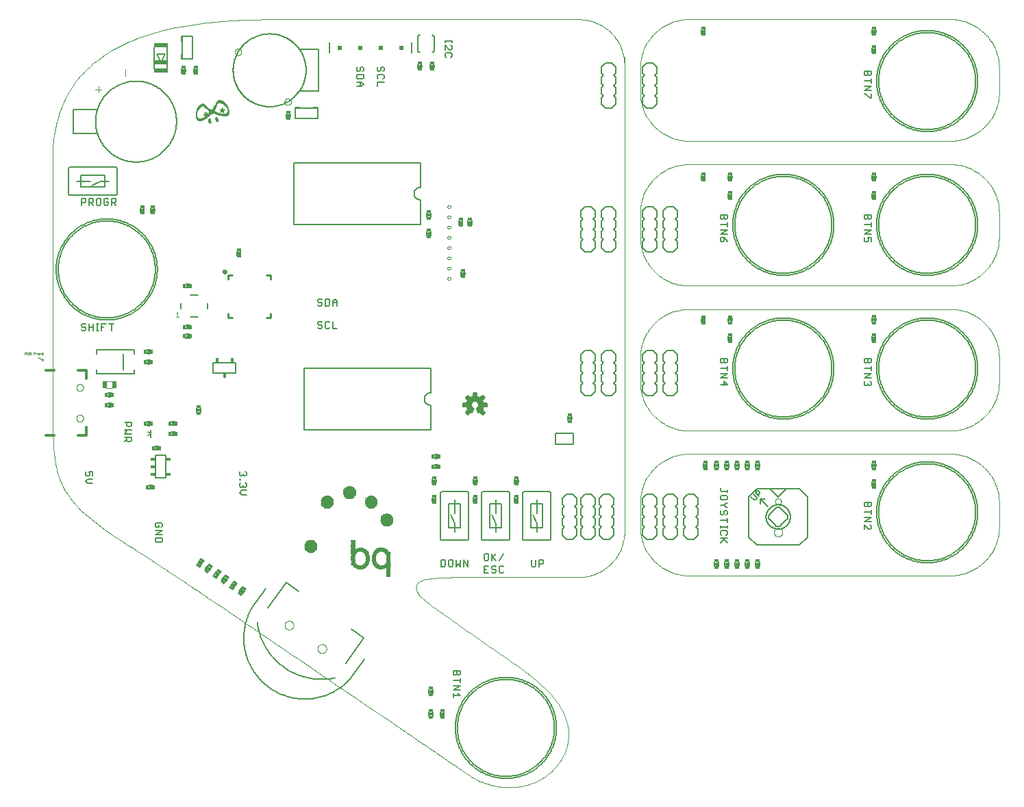
<source format=gto>
G75*
%MOIN*%
%OFA0B0*%
%FSLAX25Y25*%
%IPPOS*%
%LPD*%
%AMOC8*
5,1,8,0,0,1.08239X$1,22.5*
%
%ADD10C,0.00394*%
%ADD11C,0.00700*%
%ADD12C,0.00600*%
%ADD13C,0.01600*%
%ADD14R,0.01181X0.02362*%
%ADD15R,0.02362X0.01181*%
%ADD16C,0.00800*%
%ADD17C,0.00400*%
%ADD18R,0.01969X0.03740*%
%ADD19R,0.02300X0.01800*%
%ADD20C,0.01000*%
%ADD21C,0.01181*%
%ADD22R,0.02000X0.02000*%
%ADD23C,0.00100*%
%ADD24C,0.00315*%
%ADD25C,0.00000*%
%ADD26C,0.01200*%
%ADD27C,0.00500*%
%ADD28C,0.00300*%
%ADD29R,0.01800X0.02300*%
%ADD30R,0.02800X0.01600*%
%ADD31R,0.01600X0.02800*%
%ADD32R,0.06800X0.02200*%
%ADD33R,0.06200X0.02400*%
%ADD34C,0.00591*%
%ADD35C,0.00004*%
%ADD36R,0.01900X0.00100*%
%ADD37R,0.02000X0.00100*%
%ADD38R,0.00100X0.00100*%
%ADD39R,0.01500X0.00100*%
%ADD40R,0.01200X0.00100*%
%ADD41R,0.02600X0.00100*%
%ADD42R,0.02300X0.00100*%
%ADD43R,0.03200X0.00100*%
%ADD44R,0.02800X0.00100*%
%ADD45R,0.03800X0.00100*%
%ADD46R,0.03400X0.00100*%
%ADD47R,0.04100X0.00100*%
%ADD48R,0.04500X0.00100*%
%ADD49R,0.04800X0.00100*%
%ADD50R,0.05100X0.00100*%
%ADD51R,0.04900X0.00100*%
%ADD52R,0.05400X0.00100*%
%ADD53R,0.05700X0.00100*%
%ADD54R,0.05300X0.00100*%
%ADD55R,0.05800X0.00100*%
%ADD56R,0.05500X0.00100*%
%ADD57R,0.06000X0.00100*%
%ADD58R,0.07600X0.00100*%
%ADD59R,0.06300X0.00100*%
%ADD60R,0.07700X0.00100*%
%ADD61R,0.06400X0.00100*%
%ADD62R,0.07800X0.00100*%
%ADD63R,0.06600X0.00100*%
%ADD64R,0.07900X0.00100*%
%ADD65R,0.06900X0.00100*%
%ADD66R,0.08000X0.00100*%
%ADD67R,0.06800X0.00100*%
%ADD68R,0.03100X0.00100*%
%ADD69R,0.02900X0.00100*%
%ADD70R,0.03600X0.00100*%
%ADD71R,0.02500X0.00100*%
%ADD72R,0.02700X0.00100*%
%ADD73R,0.03000X0.00100*%
%ADD74R,0.02400X0.00100*%
%ADD75R,0.02200X0.00100*%
%ADD76R,0.02100X0.00100*%
%ADD77R,0.01800X0.00100*%
%ADD78R,0.01700X0.00100*%
%ADD79R,0.00400X0.00100*%
%ADD80R,0.00200X0.00100*%
%ADD81R,0.03500X0.00100*%
%ADD82R,0.03700X0.00100*%
%ADD83R,0.04300X0.00100*%
%ADD84R,0.03900X0.00100*%
%ADD85R,0.04200X0.00100*%
%ADD86R,0.04400X0.00100*%
%ADD87R,0.06500X0.00100*%
%ADD88R,0.04600X0.00100*%
%ADD89R,0.06100X0.00100*%
%ADD90R,0.05200X0.00100*%
%ADD91R,0.05600X0.00100*%
%ADD92R,0.04700X0.00100*%
%ADD93R,0.04000X0.00100*%
%ADD94R,0.05900X0.00100*%
%ADD95R,0.06200X0.00100*%
%ADD96R,0.00700X0.00100*%
%ADD97R,0.01300X0.00100*%
%ADD98R,0.03300X0.00100*%
%ADD99R,0.05000X0.00100*%
%ADD100R,0.01000X0.00100*%
%ADD101R,0.00900X0.00100*%
%ADD102R,0.01100X0.00100*%
%ADD103R,0.01600X0.00100*%
%ADD104R,0.00300X0.00060*%
%ADD105R,0.00540X0.00060*%
%ADD106R,0.00720X0.00060*%
%ADD107R,0.00840X0.00060*%
%ADD108R,0.00960X0.00060*%
%ADD109R,0.01020X0.00060*%
%ADD110R,0.01080X0.00060*%
%ADD111R,0.01140X0.00060*%
%ADD112R,0.01200X0.00060*%
%ADD113R,0.01260X0.00060*%
%ADD114R,0.01260X0.00060*%
%ADD115R,0.01320X0.00060*%
%ADD116R,0.00420X0.00060*%
%ADD117R,0.01380X0.00060*%
%ADD118R,0.00600X0.00060*%
%ADD119R,0.01440X0.00060*%
%ADD120R,0.00780X0.00060*%
%ADD121R,0.01440X0.00060*%
%ADD122R,0.00900X0.00060*%
%ADD123R,0.00960X0.00060*%
%ADD124R,0.01020X0.00060*%
%ADD125R,0.01020X0.00060*%
%ADD126R,0.01200X0.00060*%
%ADD127R,0.01800X0.00060*%
%ADD128R,0.02100X0.00060*%
%ADD129R,0.02340X0.00060*%
%ADD130R,0.01380X0.00060*%
%ADD131R,0.02580X0.00060*%
%ADD132R,0.02760X0.00060*%
%ADD133R,0.01380X0.00060*%
%ADD134R,0.01380X0.00060*%
%ADD135R,0.02940X0.00060*%
%ADD136R,0.01320X0.00060*%
%ADD137R,0.03120X0.00060*%
%ADD138R,0.03300X0.00060*%
%ADD139R,0.03480X0.00060*%
%ADD140R,0.03660X0.00060*%
%ADD141R,0.01140X0.00060*%
%ADD142R,0.03780X0.00060*%
%ADD143R,0.03900X0.00060*%
%ADD144R,0.04080X0.00060*%
%ADD145R,0.00900X0.00060*%
%ADD146R,0.04140X0.00060*%
%ADD147R,0.04320X0.00060*%
%ADD148R,0.00660X0.00060*%
%ADD149R,0.01680X0.00060*%
%ADD150R,0.02400X0.00060*%
%ADD151R,0.00480X0.00060*%
%ADD152R,0.02160X0.00060*%
%ADD153R,0.00120X0.00060*%
%ADD154R,0.01980X0.00060*%
%ADD155R,0.01260X0.00060*%
%ADD156R,0.01920X0.00060*%
%ADD157R,0.01140X0.00060*%
%ADD158R,0.01860X0.00060*%
%ADD159R,0.01860X0.00060*%
%ADD160R,0.01080X0.00060*%
%ADD161R,0.01740X0.00060*%
%ADD162R,0.00960X0.00060*%
%ADD163R,0.01680X0.00060*%
%ADD164R,0.01620X0.00060*%
%ADD165R,0.00780X0.00060*%
%ADD166R,0.01620X0.00060*%
%ADD167R,0.00660X0.00060*%
%ADD168R,0.00420X0.00060*%
%ADD169R,0.01560X0.00060*%
%ADD170R,0.01560X0.00060*%
%ADD171R,0.01500X0.00060*%
%ADD172R,0.01560X0.00060*%
%ADD173R,0.00840X0.00060*%
%ADD174R,0.01620X0.00060*%
%ADD175R,0.00840X0.00060*%
%ADD176R,0.01920X0.00060*%
%ADD177R,0.00780X0.00060*%
%ADD178R,0.02040X0.00060*%
%ADD179R,0.02460X0.00060*%
%ADD180R,0.02880X0.00060*%
%ADD181R,0.02220X0.00060*%
%ADD182R,0.03240X0.00060*%
%ADD183R,0.02340X0.00060*%
%ADD184R,0.03600X0.00060*%
%ADD185R,0.02580X0.00060*%
%ADD186R,0.00780X0.00060*%
%ADD187R,0.04200X0.00060*%
%ADD188R,0.03000X0.00060*%
%ADD189R,0.04500X0.00060*%
%ADD190R,0.03240X0.00060*%
%ADD191R,0.04740X0.00060*%
%ADD192R,0.03420X0.00060*%
%ADD193R,0.04980X0.00060*%
%ADD194R,0.03360X0.00060*%
%ADD195R,0.05160X0.00060*%
%ADD196R,0.05400X0.00060*%
%ADD197R,0.05640X0.00060*%
%ADD198R,0.05820X0.00060*%
%ADD199R,0.06000X0.00060*%
%ADD200R,0.06180X0.00060*%
%ADD201R,0.03480X0.00060*%
%ADD202R,0.02280X0.00060*%
%ADD203R,0.03060X0.00060*%
%ADD204R,0.01740X0.00060*%
%ADD205R,0.02760X0.00060*%
%ADD206R,0.02700X0.00060*%
%ADD207R,0.05280X0.00060*%
%ADD208R,0.00660X0.00060*%
%ADD209R,0.00240X0.00060*%
%ADD210R,0.04260X0.00060*%
%ADD211R,0.00420X0.00060*%
%ADD212R,0.00060X0.00060*%
%ADD213R,0.04080X0.00060*%
%ADD214R,0.01080X0.00060*%
%ADD215R,0.00300X0.00060*%
%ADD216R,0.03840X0.00060*%
%ADD217R,0.00060X0.00060*%
%ADD218R,0.00240X0.00060*%
%ADD219R,0.03720X0.00060*%
%ADD220R,0.00180X0.00060*%
%ADD221R,0.03540X0.00060*%
%ADD222R,0.03360X0.00060*%
%ADD223R,0.00360X0.00060*%
%ADD224R,0.03240X0.00060*%
%ADD225R,0.00420X0.00060*%
%ADD226R,0.03120X0.00060*%
%ADD227R,0.02880X0.00060*%
%ADD228R,0.02880X0.00060*%
%ADD229R,0.02820X0.00060*%
%ADD230R,0.02820X0.00060*%
%ADD231R,0.02820X0.00060*%
%ADD232R,0.03060X0.00060*%
%ADD233R,0.00720X0.00060*%
%ADD234R,0.03120X0.00060*%
%ADD235R,0.01920X0.00060*%
%ADD236R,0.00720X0.00060*%
%ADD237R,0.03180X0.00060*%
%ADD238R,0.02040X0.00060*%
%ADD239R,0.02280X0.00060*%
%ADD240R,0.00960X0.00060*%
%ADD241R,0.02460X0.00060*%
%ADD242R,0.01020X0.00060*%
%ADD243R,0.00720X0.00060*%
%ADD244R,0.01080X0.00060*%
%ADD245R,0.00360X0.00060*%
%ADD246R,0.01140X0.00060*%
%ADD247R,0.01260X0.00060*%
%ADD248R,0.01680X0.00060*%
%ADD249R,0.01740X0.00060*%
%ADD250R,0.02940X0.00060*%
%ADD251R,0.02520X0.00060*%
%ADD252R,0.01320X0.00060*%
%ADD253R,0.01500X0.00060*%
%ADD254R,0.01860X0.00060*%
%ADD255R,0.02160X0.00060*%
%ADD256R,0.04020X0.00060*%
%ADD257R,0.03960X0.00060*%
%ADD258R,0.03720X0.00060*%
%ADD259R,0.03660X0.00060*%
%ADD260R,0.02940X0.00060*%
%ADD261R,0.02640X0.00060*%
%ADD262R,0.02520X0.00060*%
%ADD263R,0.02340X0.00060*%
D10*
X0114420Y0091836D02*
X0118103Y0089341D01*
X0121786Y0086847D01*
X0125468Y0084351D01*
X0129149Y0081855D01*
X0132830Y0079358D01*
X0136510Y0076861D01*
X0143870Y0071864D01*
X0147550Y0069365D01*
X0151228Y0066865D01*
X0154907Y0064365D01*
X0158586Y0061865D01*
X0165942Y0056863D01*
X0169620Y0054362D01*
X0173298Y0051860D01*
X0176976Y0049358D01*
X0180653Y0046857D01*
X0184331Y0044355D01*
X0185557Y0043521D01*
X0186783Y0042686D01*
X0188009Y0041852D01*
X0189235Y0041018D01*
X0190460Y0040184D01*
X0191686Y0039350D01*
X0192912Y0038515D01*
X0194138Y0037681D01*
X0196590Y0036013D01*
X0197816Y0035178D01*
X0199041Y0034344D01*
X0200267Y0033509D01*
X0201493Y0032675D01*
X0202719Y0031841D01*
X0203944Y0031006D01*
X0205170Y0030172D01*
X0207621Y0028503D01*
X0208847Y0027668D01*
X0211298Y0025999D01*
X0212524Y0025164D01*
X0213749Y0024329D01*
X0214151Y0024056D01*
X0214551Y0023779D01*
X0214951Y0023500D01*
X0215351Y0023220D01*
X0215751Y0022939D01*
X0216151Y0022658D01*
X0216551Y0022377D01*
X0216952Y0022096D01*
X0217756Y0021537D01*
X0218159Y0021260D01*
X0218971Y0020712D01*
X0219379Y0020441D01*
X0219790Y0020177D01*
X0220201Y0019912D01*
X0220615Y0019653D01*
X0221033Y0019401D01*
X0221451Y0019149D01*
X0221873Y0018904D01*
X0222726Y0018433D01*
X0223157Y0018207D01*
X0223594Y0017992D01*
X0224254Y0017667D01*
X0224925Y0017364D01*
X0225604Y0017084D01*
X0226284Y0016803D01*
X0226972Y0016544D01*
X0227669Y0016308D01*
X0228365Y0016071D01*
X0229069Y0015857D01*
X0229779Y0015666D01*
X0230488Y0015475D01*
X0231205Y0015306D01*
X0231925Y0015160D01*
X0232646Y0015014D01*
X0233371Y0014891D01*
X0234100Y0014791D01*
X0234828Y0014691D01*
X0235560Y0014615D01*
X0237027Y0014508D01*
X0237762Y0014478D01*
X0239232Y0014465D01*
X0239968Y0014482D01*
X0240702Y0014524D01*
X0241707Y0014580D01*
X0242710Y0014682D01*
X0243705Y0014831D01*
X0244701Y0014980D01*
X0245689Y0015174D01*
X0246665Y0015414D01*
X0247641Y0015654D01*
X0248605Y0015940D01*
X0250498Y0016603D01*
X0251428Y0016980D01*
X0252336Y0017402D01*
X0253243Y0017824D01*
X0254129Y0018291D01*
X0254988Y0018803D01*
X0255847Y0019315D01*
X0256679Y0019872D01*
X0258280Y0021075D01*
X0259048Y0021722D01*
X0260512Y0023103D01*
X0261207Y0023838D01*
X0261861Y0024617D01*
X0262532Y0025416D01*
X0263151Y0026248D01*
X0263715Y0027108D01*
X0264280Y0027968D01*
X0264790Y0028855D01*
X0265243Y0029766D01*
X0265696Y0030676D01*
X0266092Y0031609D01*
X0266428Y0032560D01*
X0266763Y0033511D01*
X0267039Y0034480D01*
X0267463Y0036441D01*
X0267613Y0037435D01*
X0267696Y0038435D01*
X0267780Y0039436D01*
X0267797Y0040444D01*
X0267694Y0042465D01*
X0267574Y0043477D01*
X0267382Y0044486D01*
X0267190Y0045496D01*
X0266927Y0046502D01*
X0266588Y0047501D01*
X0266243Y0048521D01*
X0265840Y0049517D01*
X0265387Y0050488D01*
X0264935Y0051459D01*
X0264432Y0052406D01*
X0263885Y0053329D01*
X0263339Y0054253D01*
X0262749Y0055153D01*
X0262123Y0056030D01*
X0261497Y0056907D01*
X0260835Y0057761D01*
X0260142Y0058592D01*
X0259450Y0059424D01*
X0258728Y0060234D01*
X0257984Y0061022D01*
X0257239Y0061810D01*
X0256472Y0062577D01*
X0255689Y0063322D01*
X0254905Y0064068D01*
X0254106Y0064793D01*
X0253298Y0065497D01*
X0252490Y0066202D01*
X0251672Y0066886D01*
X0250853Y0067551D01*
X0250015Y0068231D01*
X0249169Y0068900D01*
X0247461Y0070223D01*
X0246599Y0070876D01*
X0245732Y0071522D01*
X0244865Y0072167D01*
X0243992Y0072807D01*
X0243115Y0073440D01*
X0242237Y0074074D01*
X0241355Y0074703D01*
X0240471Y0075327D01*
X0239586Y0075952D01*
X0238698Y0076572D01*
X0237810Y0077191D01*
X0236921Y0077809D01*
X0236031Y0078425D01*
X0235141Y0079041D01*
X0234251Y0079656D01*
X0233361Y0080270D01*
X0232473Y0080885D01*
X0231585Y0081501D01*
X0230698Y0082116D01*
X0229815Y0082735D01*
X0228903Y0083373D01*
X0227990Y0084011D01*
X0226164Y0085286D01*
X0225251Y0085924D01*
X0224338Y0086561D01*
X0223424Y0087198D01*
X0222511Y0087836D01*
X0221598Y0088473D01*
X0220685Y0089111D01*
X0219772Y0089749D01*
X0218860Y0090387D01*
X0217947Y0091026D01*
X0217035Y0091665D01*
X0216124Y0092304D01*
X0215212Y0092944D01*
X0214301Y0093585D01*
X0213391Y0094226D01*
X0212481Y0094868D01*
X0211571Y0095510D01*
X0210663Y0096154D01*
X0209754Y0096798D01*
X0208847Y0097443D01*
X0207940Y0098090D01*
X0207542Y0098374D01*
X0207143Y0098657D01*
X0206743Y0098940D01*
X0206343Y0099222D01*
X0205942Y0099504D01*
X0205541Y0099787D01*
X0205140Y0100070D01*
X0204739Y0100353D01*
X0204338Y0100637D01*
X0203938Y0100921D01*
X0203538Y0101207D01*
X0203140Y0101494D01*
X0202741Y0101781D01*
X0202344Y0102069D01*
X0201554Y0102652D01*
X0201161Y0102946D01*
X0200771Y0103243D01*
X0200381Y0103540D01*
X0199993Y0103840D01*
X0199609Y0104144D01*
X0199226Y0104448D01*
X0198845Y0104755D01*
X0198469Y0105068D01*
X0198220Y0105274D01*
X0197946Y0105502D01*
X0197658Y0105748D01*
X0197370Y0105994D01*
X0197069Y0106259D01*
X0196766Y0106540D01*
X0196464Y0106820D01*
X0196160Y0107117D01*
X0195574Y0107736D01*
X0195292Y0108059D01*
X0194773Y0108727D01*
X0194537Y0109072D01*
X0194134Y0109778D01*
X0193967Y0110139D01*
X0193848Y0110506D01*
X0193728Y0110873D01*
X0193656Y0111245D01*
X0193643Y0111620D01*
X0193630Y0111996D01*
X0193676Y0112375D01*
X0193794Y0112754D01*
X0193916Y0113147D01*
X0194108Y0113494D01*
X0194355Y0113801D01*
X0194602Y0114107D01*
X0194905Y0114373D01*
X0195249Y0114604D01*
X0195593Y0114835D01*
X0195979Y0115031D01*
X0196804Y0115367D01*
X0197244Y0115507D01*
X0198150Y0115740D01*
X0198616Y0115834D01*
X0199082Y0115912D01*
X0199547Y0115990D01*
X0200011Y0116051D01*
X0200908Y0116152D01*
X0201342Y0116192D01*
X0201746Y0116227D01*
X0202151Y0116263D01*
X0202526Y0116294D01*
X0202857Y0116326D01*
X0203312Y0116370D01*
X0203766Y0116410D01*
X0204677Y0116482D01*
X0205132Y0116514D01*
X0205588Y0116542D01*
X0206043Y0116570D01*
X0206499Y0116595D01*
X0206956Y0116616D01*
X0207412Y0116638D01*
X0207868Y0116656D01*
X0208325Y0116672D01*
X0208781Y0116688D01*
X0209238Y0116701D01*
X0210151Y0116723D01*
X0210608Y0116732D01*
X0211064Y0116739D01*
X0211521Y0116746D01*
X0211977Y0116751D01*
X0212434Y0116755D01*
X0212891Y0116759D01*
X0213347Y0116762D01*
X0213803Y0116764D01*
X0214793Y0116768D01*
X0215783Y0116771D01*
X0217764Y0116777D01*
X0218754Y0116779D01*
X0219744Y0116781D01*
X0220734Y0116782D01*
X0221724Y0116784D01*
X0222714Y0116784D01*
X0223704Y0116785D01*
X0224695Y0116786D01*
X0225685Y0116786D01*
X0226675Y0116786D01*
X0227665Y0116786D01*
X0228655Y0116786D01*
X0229645Y0116786D01*
X0230635Y0116786D01*
X0231626Y0116786D01*
X0232616Y0116786D01*
X0233606Y0116787D01*
X0234596Y0116787D01*
X0235586Y0116788D01*
X0236576Y0116788D01*
X0237566Y0116790D01*
X0238764Y0116791D01*
X0239962Y0116793D01*
X0242358Y0116795D01*
X0243555Y0116796D01*
X0244753Y0116797D01*
X0245951Y0116799D01*
X0247149Y0116800D01*
X0248347Y0116801D01*
X0249545Y0116802D01*
X0250743Y0116802D01*
X0251940Y0116803D01*
X0253138Y0116804D01*
X0254336Y0116805D01*
X0256732Y0116806D01*
X0257930Y0116806D01*
X0259127Y0116807D01*
X0260325Y0116807D01*
X0261523Y0116808D01*
X0262721Y0116808D01*
X0263919Y0116808D01*
X0265117Y0116808D01*
X0266718Y0116808D01*
X0267123Y0116804D01*
X0267531Y0116799D01*
X0267938Y0116794D01*
X0268347Y0116786D01*
X0268757Y0116779D01*
X0269167Y0116772D01*
X0269578Y0116766D01*
X0269989Y0116761D01*
X0270401Y0116756D01*
X0270813Y0116753D01*
X0271636Y0116755D01*
X0272047Y0116760D01*
X0272869Y0116781D01*
X0273279Y0116798D01*
X0273687Y0116822D01*
X0274095Y0116846D01*
X0274502Y0116878D01*
X0275312Y0116960D01*
X0275714Y0117011D01*
X0276114Y0117073D01*
X0276875Y0117192D01*
X0277626Y0117350D01*
X0278366Y0117547D01*
X0279106Y0117744D01*
X0279834Y0117979D01*
X0280547Y0118250D01*
X0281260Y0118521D01*
X0281959Y0118828D01*
X0282641Y0119170D01*
X0283322Y0119512D01*
X0283986Y0119888D01*
X0284630Y0120296D01*
X0285273Y0120704D01*
X0285896Y0121144D01*
X0286496Y0121615D01*
X0287096Y0122085D01*
X0287673Y0122586D01*
X0288224Y0123115D01*
X0288774Y0123644D01*
X0289299Y0124201D01*
X0289795Y0124785D01*
X0290290Y0125368D01*
X0290757Y0125978D01*
X0291191Y0126612D01*
X0291565Y0127156D01*
X0291906Y0127708D01*
X0292217Y0128270D01*
X0292528Y0128831D01*
X0292810Y0129401D01*
X0293317Y0130555D01*
X0293544Y0131140D01*
X0293744Y0131732D01*
X0293945Y0132324D01*
X0294120Y0132922D01*
X0294272Y0133527D01*
X0294424Y0134132D01*
X0294553Y0134743D01*
X0294660Y0135360D01*
X0294768Y0135977D01*
X0294854Y0136599D01*
X0294988Y0137853D01*
X0295037Y0138485D01*
X0295068Y0139121D01*
X0295100Y0139758D01*
X0295114Y0140398D01*
X0295114Y0370099D01*
X0295096Y0365780D01*
X0295057Y0366455D01*
X0295019Y0367131D01*
X0294959Y0367802D01*
X0294878Y0368466D01*
X0294796Y0369131D01*
X0294692Y0369790D01*
X0294563Y0370441D01*
X0294435Y0371093D01*
X0294282Y0371738D01*
X0293922Y0373011D01*
X0293716Y0373640D01*
X0293482Y0374260D01*
X0293247Y0374880D01*
X0292984Y0375491D01*
X0292690Y0376092D01*
X0292396Y0376693D01*
X0292071Y0377284D01*
X0291714Y0377865D01*
X0291357Y0378445D01*
X0290968Y0379015D01*
X0290543Y0379572D01*
X0290076Y0380186D01*
X0289578Y0380774D01*
X0288526Y0381895D01*
X0287972Y0382427D01*
X0287394Y0382929D01*
X0286815Y0383431D01*
X0286212Y0383904D01*
X0284962Y0384786D01*
X0284315Y0385195D01*
X0282984Y0385947D01*
X0282300Y0386289D01*
X0281599Y0386596D01*
X0280899Y0386903D01*
X0280183Y0387175D01*
X0279454Y0387409D01*
X0278725Y0387644D01*
X0277983Y0387841D01*
X0277231Y0387999D01*
X0276479Y0388158D01*
X0275718Y0388277D01*
X0274949Y0388355D01*
X0274570Y0388394D01*
X0274190Y0388425D01*
X0273809Y0388450D01*
X0273428Y0388474D01*
X0273046Y0388493D01*
X0272664Y0388506D01*
X0272281Y0388519D01*
X0271898Y0388528D01*
X0271514Y0388532D01*
X0271131Y0388537D01*
X0270747Y0388538D01*
X0270362Y0388537D01*
X0269978Y0388535D01*
X0269594Y0388531D01*
X0269210Y0388526D01*
X0268826Y0388521D01*
X0268442Y0388515D01*
X0268059Y0388509D01*
X0267675Y0388503D01*
X0267292Y0388497D01*
X0266528Y0388489D01*
X0266146Y0388486D01*
X0130394Y0388486D01*
X0128533Y0388483D01*
X0126671Y0388475D01*
X0124809Y0388466D01*
X0122947Y0388452D01*
X0121086Y0388429D01*
X0119224Y0388405D01*
X0117363Y0388372D01*
X0113642Y0388282D01*
X0111783Y0388224D01*
X0109923Y0388151D01*
X0108064Y0388078D01*
X0106206Y0387989D01*
X0104349Y0387881D01*
X0102492Y0387773D01*
X0100636Y0387646D01*
X0098782Y0387497D01*
X0096927Y0387348D01*
X0095074Y0387176D01*
X0093222Y0386980D01*
X0091371Y0386783D01*
X0089521Y0386560D01*
X0087673Y0386309D01*
X0085526Y0386017D01*
X0083369Y0385690D01*
X0081210Y0385320D01*
X0079051Y0384949D01*
X0076891Y0384536D01*
X0074737Y0384072D01*
X0072584Y0383609D01*
X0070437Y0383095D01*
X0068307Y0382523D01*
X0066176Y0381951D01*
X0064062Y0381322D01*
X0059882Y0379933D01*
X0057817Y0379174D01*
X0055785Y0378342D01*
X0053753Y0377510D01*
X0051755Y0376605D01*
X0049799Y0375621D01*
X0047844Y0374637D01*
X0045930Y0373573D01*
X0044068Y0372421D01*
X0042205Y0371270D01*
X0040394Y0370031D01*
X0038643Y0368698D01*
X0037813Y0368066D01*
X0037000Y0367413D01*
X0036207Y0366738D01*
X0035413Y0366063D01*
X0034638Y0365367D01*
X0033884Y0364651D01*
X0033129Y0363935D01*
X0032395Y0363199D01*
X0030970Y0361686D01*
X0030279Y0360910D01*
X0028944Y0359319D01*
X0028299Y0358505D01*
X0027059Y0356839D01*
X0026464Y0355988D01*
X0025324Y0354249D01*
X0024780Y0353362D01*
X0023746Y0351553D01*
X0023257Y0350631D01*
X0022796Y0349693D01*
X0022409Y0348905D01*
X0022048Y0348111D01*
X0021372Y0346513D01*
X0021057Y0345708D01*
X0020764Y0344899D01*
X0020470Y0344089D01*
X0020197Y0343275D01*
X0019942Y0342455D01*
X0019687Y0341636D01*
X0019450Y0340812D01*
X0019008Y0339155D01*
X0018803Y0338322D01*
X0018610Y0337484D01*
X0018418Y0336647D01*
X0018238Y0335805D01*
X0018069Y0334959D01*
X0017899Y0334114D01*
X0017741Y0333264D01*
X0017589Y0332410D01*
X0017438Y0331557D01*
X0017295Y0330700D01*
X0017157Y0329839D01*
X0017099Y0329480D01*
X0017053Y0329117D01*
X0016978Y0328382D01*
X0016949Y0328011D01*
X0016907Y0327265D01*
X0016893Y0326889D01*
X0016883Y0326511D01*
X0016874Y0326134D01*
X0016870Y0325755D01*
X0016869Y0325376D01*
X0016869Y0324997D01*
X0016871Y0324618D01*
X0016874Y0324239D01*
X0016878Y0323860D01*
X0016882Y0323483D01*
X0016889Y0322731D01*
X0016892Y0322357D01*
X0016892Y0321987D01*
X0016892Y0321616D01*
X0016889Y0321248D01*
X0016882Y0320885D01*
X0016873Y0320497D01*
X0016867Y0320109D01*
X0016861Y0319720D01*
X0016855Y0319332D01*
X0016851Y0318944D01*
X0016847Y0318556D01*
X0016844Y0318167D01*
X0016841Y0317779D01*
X0016839Y0317391D01*
X0016838Y0317003D01*
X0016836Y0316614D01*
X0016836Y0316226D01*
X0016835Y0315838D01*
X0016835Y0315449D01*
X0016835Y0315061D01*
X0016836Y0314673D01*
X0016836Y0314285D01*
X0016837Y0313896D01*
X0016837Y0313508D01*
X0016838Y0313120D01*
X0016838Y0312731D01*
X0016839Y0312343D01*
X0016839Y0311955D01*
X0016839Y0208801D01*
X0016839Y0208056D01*
X0016838Y0207310D01*
X0016837Y0206564D01*
X0016836Y0205819D01*
X0016835Y0205073D01*
X0016834Y0204327D01*
X0016833Y0203582D01*
X0016831Y0202090D01*
X0016831Y0201345D01*
X0016830Y0200599D01*
X0016830Y0199853D01*
X0016830Y0199108D01*
X0016831Y0198362D01*
X0016831Y0197616D01*
X0016833Y0196871D01*
X0016835Y0196125D01*
X0016837Y0195379D01*
X0016840Y0194634D01*
X0016844Y0193888D01*
X0016848Y0193142D01*
X0016853Y0192397D01*
X0016859Y0191651D01*
X0016868Y0190610D01*
X0016877Y0189565D01*
X0016891Y0188516D01*
X0016904Y0187468D01*
X0016923Y0186416D01*
X0016952Y0185364D01*
X0016980Y0184311D01*
X0017018Y0183257D01*
X0017124Y0181151D01*
X0017191Y0180099D01*
X0017277Y0179048D01*
X0017363Y0177998D01*
X0017469Y0176951D01*
X0017727Y0174864D01*
X0017881Y0173825D01*
X0018063Y0172792D01*
X0018245Y0171759D01*
X0018455Y0170732D01*
X0018699Y0169712D01*
X0018943Y0168693D01*
X0019221Y0167682D01*
X0019536Y0166680D01*
X0020176Y0164648D01*
X0020987Y0162717D01*
X0021943Y0160877D01*
X0022899Y0159037D01*
X0024000Y0157287D01*
X0025219Y0155617D01*
X0026437Y0153947D01*
X0027775Y0152357D01*
X0029204Y0150836D01*
X0030634Y0149315D01*
X0032156Y0147864D01*
X0033743Y0146472D01*
X0035331Y0145080D01*
X0036984Y0143747D01*
X0040370Y0141178D01*
X0042102Y0139942D01*
X0045594Y0137547D01*
X0047353Y0136387D01*
X0049099Y0135255D01*
X0050845Y0134123D01*
X0052578Y0133018D01*
X0054272Y0131931D01*
X0056027Y0130804D01*
X0057780Y0129673D01*
X0059529Y0128538D01*
X0061279Y0127404D01*
X0063026Y0126265D01*
X0064771Y0125123D01*
X0066516Y0123981D01*
X0068258Y0122835D01*
X0069999Y0121687D01*
X0071739Y0120538D01*
X0073478Y0119387D01*
X0075215Y0118233D01*
X0076952Y0117079D01*
X0078687Y0115922D01*
X0080420Y0114764D01*
X0082154Y0113605D01*
X0083887Y0112444D01*
X0085618Y0111282D01*
X0087350Y0110120D01*
X0089080Y0108956D01*
X0090810Y0107791D01*
X0092539Y0106625D01*
X0094268Y0105459D01*
X0095997Y0104292D01*
X0099683Y0101803D01*
X0103368Y0099313D01*
X0107053Y0096821D01*
X0110737Y0094329D01*
X0114420Y0091836D01*
X0303036Y0137277D02*
X0302915Y0138057D01*
X0302753Y0139640D01*
X0302712Y0140443D01*
X0302712Y0154004D01*
X0302753Y0154807D01*
X0302834Y0155598D01*
X0302915Y0156390D01*
X0303036Y0157170D01*
X0303194Y0157937D01*
X0303352Y0158704D01*
X0303547Y0159458D01*
X0303778Y0160197D01*
X0304009Y0160935D01*
X0304276Y0161658D01*
X0304875Y0163070D01*
X0305209Y0163759D01*
X0305573Y0164428D01*
X0305938Y0165097D01*
X0306334Y0165747D01*
X0307186Y0167004D01*
X0307641Y0167612D01*
X0308606Y0168779D01*
X0309115Y0169340D01*
X0309651Y0169875D01*
X0310186Y0170410D01*
X0310746Y0170920D01*
X0311914Y0171885D01*
X0312521Y0172340D01*
X0313779Y0173191D01*
X0314429Y0173587D01*
X0315098Y0173952D01*
X0315767Y0174317D01*
X0316456Y0174650D01*
X0317868Y0175250D01*
X0318591Y0175517D01*
X0319329Y0175748D01*
X0320068Y0175979D01*
X0320821Y0176174D01*
X0322355Y0176490D01*
X0323136Y0176611D01*
X0324719Y0176773D01*
X0325522Y0176814D01*
X0454499Y0176814D01*
X0455302Y0176773D01*
X0456885Y0176611D01*
X0457665Y0176490D01*
X0458432Y0176332D01*
X0459199Y0176174D01*
X0459953Y0175979D01*
X0460691Y0175748D01*
X0461430Y0175517D01*
X0462153Y0175250D01*
X0463565Y0174650D01*
X0464253Y0174317D01*
X0464923Y0173952D01*
X0465592Y0173587D01*
X0466242Y0173191D01*
X0467499Y0172340D01*
X0468106Y0171885D01*
X0469274Y0170920D01*
X0469835Y0170410D01*
X0470370Y0169875D01*
X0470905Y0169340D01*
X0471415Y0168779D01*
X0472380Y0167612D01*
X0472835Y0167004D01*
X0473686Y0165747D01*
X0474082Y0165097D01*
X0474447Y0164428D01*
X0474812Y0163759D01*
X0475145Y0163070D01*
X0475745Y0161658D01*
X0476011Y0160935D01*
X0476242Y0160197D01*
X0476473Y0159458D01*
X0476669Y0158704D01*
X0476985Y0157170D01*
X0477105Y0156390D01*
X0477186Y0155598D01*
X0477267Y0154807D01*
X0477309Y0154004D01*
X0477309Y0140443D01*
X0477267Y0139640D01*
X0477105Y0138057D01*
X0476985Y0137277D01*
X0476827Y0136510D01*
X0476669Y0135743D01*
X0476473Y0134989D01*
X0476242Y0134251D01*
X0476011Y0133512D01*
X0475745Y0132789D01*
X0475145Y0131377D01*
X0474812Y0130689D01*
X0474447Y0130020D01*
X0474082Y0129350D01*
X0473686Y0128700D01*
X0473260Y0128072D01*
X0472835Y0127443D01*
X0472380Y0126836D01*
X0471897Y0126252D01*
X0471415Y0125668D01*
X0470905Y0125107D01*
X0469835Y0124037D01*
X0469274Y0123527D01*
X0468106Y0122562D01*
X0467499Y0122107D01*
X0466870Y0121682D01*
X0466242Y0121256D01*
X0465592Y0120860D01*
X0464923Y0120495D01*
X0464253Y0120130D01*
X0463565Y0119797D01*
X0462153Y0119197D01*
X0461430Y0118931D01*
X0460691Y0118700D01*
X0459953Y0118469D01*
X0459199Y0118273D01*
X0458432Y0118115D01*
X0457665Y0117957D01*
X0456885Y0117837D01*
X0455302Y0117675D01*
X0454499Y0117633D01*
X0325522Y0117633D01*
X0324719Y0117675D01*
X0323136Y0117837D01*
X0322355Y0117957D01*
X0321588Y0118115D01*
X0320821Y0118273D01*
X0320068Y0118469D01*
X0319329Y0118700D01*
X0318591Y0118931D01*
X0317868Y0119197D01*
X0316456Y0119797D01*
X0315767Y0120130D01*
X0315098Y0120495D01*
X0314429Y0120860D01*
X0313779Y0121256D01*
X0313150Y0121682D01*
X0312521Y0122107D01*
X0311914Y0122562D01*
X0310746Y0123527D01*
X0310186Y0124037D01*
X0309115Y0125107D01*
X0308606Y0125668D01*
X0308123Y0126252D01*
X0307641Y0126836D01*
X0307186Y0127443D01*
X0306760Y0128072D01*
X0306334Y0128700D01*
X0305938Y0129350D01*
X0305573Y0130020D01*
X0305209Y0130689D01*
X0304875Y0131377D01*
X0304276Y0132789D01*
X0304009Y0133512D01*
X0303778Y0134251D01*
X0303547Y0134989D01*
X0303352Y0135743D01*
X0303194Y0136510D01*
X0303036Y0137277D01*
X0319329Y0189257D02*
X0318591Y0189488D01*
X0317868Y0189755D01*
X0316456Y0190354D01*
X0315767Y0190688D01*
X0315098Y0191052D01*
X0314429Y0191417D01*
X0313779Y0191813D01*
X0313150Y0192239D01*
X0312521Y0192665D01*
X0311914Y0193120D01*
X0311330Y0193602D01*
X0310746Y0194084D01*
X0310186Y0194594D01*
X0309115Y0195665D01*
X0308606Y0196225D01*
X0307641Y0197393D01*
X0307186Y0198000D01*
X0306760Y0198629D01*
X0306334Y0199258D01*
X0305938Y0199908D01*
X0305573Y0200577D01*
X0305209Y0201246D01*
X0304875Y0201935D01*
X0304276Y0203346D01*
X0304009Y0204070D01*
X0303778Y0204808D01*
X0303547Y0205547D01*
X0303352Y0206300D01*
X0303194Y0207067D01*
X0303036Y0207834D01*
X0302915Y0208615D01*
X0302753Y0210198D01*
X0302712Y0211001D01*
X0302712Y0224561D01*
X0302753Y0225364D01*
X0302915Y0226947D01*
X0303036Y0227728D01*
X0303194Y0228495D01*
X0303352Y0229262D01*
X0303547Y0230015D01*
X0303778Y0230754D01*
X0304009Y0231492D01*
X0304276Y0232216D01*
X0304875Y0233627D01*
X0305209Y0234316D01*
X0305573Y0234985D01*
X0305938Y0235654D01*
X0306334Y0236304D01*
X0307186Y0237562D01*
X0307641Y0238169D01*
X0308606Y0239337D01*
X0309115Y0239897D01*
X0310186Y0240968D01*
X0310746Y0241478D01*
X0311914Y0242442D01*
X0312521Y0242897D01*
X0313779Y0243749D01*
X0314429Y0244145D01*
X0315098Y0244510D01*
X0315767Y0244874D01*
X0316456Y0245208D01*
X0317868Y0245807D01*
X0318591Y0246074D01*
X0319329Y0246305D01*
X0320068Y0246536D01*
X0320821Y0246731D01*
X0322355Y0247047D01*
X0323136Y0247168D01*
X0324719Y0247330D01*
X0325522Y0247371D01*
X0454499Y0247371D01*
X0455302Y0247330D01*
X0456885Y0247168D01*
X0457665Y0247047D01*
X0458432Y0246889D01*
X0459199Y0246731D01*
X0459953Y0246536D01*
X0460691Y0246305D01*
X0461430Y0246074D01*
X0462153Y0245807D01*
X0463565Y0245208D01*
X0464253Y0244874D01*
X0464923Y0244510D01*
X0465592Y0244145D01*
X0466242Y0243749D01*
X0467499Y0242897D01*
X0468106Y0242442D01*
X0469274Y0241478D01*
X0469835Y0240968D01*
X0470905Y0239897D01*
X0471415Y0239337D01*
X0472380Y0238169D01*
X0472835Y0237562D01*
X0473686Y0236304D01*
X0474082Y0235654D01*
X0474447Y0234985D01*
X0474812Y0234316D01*
X0475145Y0233627D01*
X0475745Y0232216D01*
X0476011Y0231492D01*
X0476242Y0230754D01*
X0476473Y0230015D01*
X0476669Y0229262D01*
X0476985Y0227728D01*
X0477105Y0226947D01*
X0477267Y0225364D01*
X0477309Y0224561D01*
X0477309Y0211001D01*
X0477267Y0210198D01*
X0477105Y0208615D01*
X0476985Y0207834D01*
X0476827Y0207067D01*
X0476669Y0206300D01*
X0476473Y0205547D01*
X0476242Y0204808D01*
X0476011Y0204070D01*
X0475745Y0203346D01*
X0475145Y0201935D01*
X0474812Y0201246D01*
X0474447Y0200577D01*
X0474082Y0199908D01*
X0473686Y0199258D01*
X0473260Y0198629D01*
X0472835Y0198000D01*
X0472380Y0197393D01*
X0471415Y0196225D01*
X0470905Y0195665D01*
X0469835Y0194594D01*
X0469274Y0194084D01*
X0468690Y0193602D01*
X0468106Y0193120D01*
X0467499Y0192665D01*
X0466870Y0192239D01*
X0466242Y0191813D01*
X0465592Y0191417D01*
X0464923Y0191052D01*
X0464253Y0190688D01*
X0463565Y0190354D01*
X0462153Y0189755D01*
X0461430Y0189488D01*
X0460691Y0189257D01*
X0459953Y0189026D01*
X0459199Y0188831D01*
X0458432Y0188673D01*
X0457665Y0188515D01*
X0456885Y0188394D01*
X0455302Y0188232D01*
X0454499Y0188191D01*
X0325522Y0188191D01*
X0324719Y0188232D01*
X0323136Y0188394D01*
X0322355Y0188515D01*
X0321588Y0188673D01*
X0320821Y0188831D01*
X0320068Y0189026D01*
X0319329Y0189257D01*
X0324719Y0258789D02*
X0323136Y0258951D01*
X0322355Y0259072D01*
X0320821Y0259388D01*
X0320068Y0259583D01*
X0319329Y0259814D01*
X0318591Y0260045D01*
X0317868Y0260312D01*
X0316456Y0260912D01*
X0315767Y0261245D01*
X0315098Y0261610D01*
X0314429Y0261975D01*
X0313779Y0262371D01*
X0313150Y0262796D01*
X0312521Y0263222D01*
X0311914Y0263677D01*
X0310746Y0264642D01*
X0310186Y0265152D01*
X0309115Y0266222D01*
X0308606Y0266783D01*
X0307641Y0267950D01*
X0307186Y0268558D01*
X0306760Y0269186D01*
X0306334Y0269815D01*
X0305938Y0270465D01*
X0305573Y0271134D01*
X0305209Y0271803D01*
X0304875Y0272492D01*
X0304276Y0273904D01*
X0304009Y0274627D01*
X0303778Y0275365D01*
X0303547Y0276104D01*
X0303352Y0276858D01*
X0303194Y0277625D01*
X0303036Y0278392D01*
X0302915Y0279172D01*
X0302753Y0280755D01*
X0302712Y0281558D01*
X0302712Y0295119D01*
X0302753Y0295922D01*
X0302915Y0297505D01*
X0303036Y0298285D01*
X0303194Y0299052D01*
X0303352Y0299819D01*
X0303547Y0300573D01*
X0303778Y0301311D01*
X0304009Y0302050D01*
X0304276Y0302773D01*
X0304875Y0304185D01*
X0305209Y0304873D01*
X0305573Y0305542D01*
X0305938Y0306212D01*
X0306334Y0306862D01*
X0307186Y0308119D01*
X0307641Y0308726D01*
X0308606Y0309894D01*
X0309115Y0310455D01*
X0310186Y0311525D01*
X0310746Y0312035D01*
X0311914Y0313000D01*
X0312521Y0313455D01*
X0313150Y0313880D01*
X0313779Y0314306D01*
X0314429Y0314702D01*
X0315098Y0315067D01*
X0315767Y0315432D01*
X0316456Y0315765D01*
X0317868Y0316365D01*
X0318591Y0316631D01*
X0319329Y0316862D01*
X0320068Y0317093D01*
X0320821Y0317289D01*
X0322355Y0317605D01*
X0323136Y0317725D01*
X0324719Y0317887D01*
X0325522Y0317929D01*
X0454499Y0317929D01*
X0455302Y0317887D01*
X0456885Y0317725D01*
X0457665Y0317605D01*
X0458432Y0317447D01*
X0459199Y0317289D01*
X0459953Y0317093D01*
X0460691Y0316862D01*
X0461430Y0316631D01*
X0462153Y0316365D01*
X0463565Y0315765D01*
X0464253Y0315432D01*
X0464923Y0315067D01*
X0465592Y0314702D01*
X0466242Y0314306D01*
X0466870Y0313880D01*
X0467499Y0313455D01*
X0468106Y0313000D01*
X0469274Y0312035D01*
X0469835Y0311525D01*
X0470905Y0310455D01*
X0471415Y0309894D01*
X0472380Y0308726D01*
X0472835Y0308119D01*
X0473686Y0306862D01*
X0474082Y0306212D01*
X0474447Y0305542D01*
X0474812Y0304873D01*
X0475145Y0304185D01*
X0475745Y0302773D01*
X0476011Y0302050D01*
X0476242Y0301311D01*
X0476473Y0300573D01*
X0476669Y0299819D01*
X0476985Y0298285D01*
X0477105Y0297505D01*
X0477267Y0295922D01*
X0477309Y0295119D01*
X0477309Y0281558D01*
X0477267Y0280755D01*
X0477105Y0279172D01*
X0476985Y0278392D01*
X0476827Y0277625D01*
X0476669Y0276858D01*
X0476473Y0276104D01*
X0476242Y0275365D01*
X0476011Y0274627D01*
X0475745Y0273904D01*
X0475145Y0272492D01*
X0474812Y0271803D01*
X0474447Y0271134D01*
X0474082Y0270465D01*
X0473686Y0269815D01*
X0473260Y0269186D01*
X0472835Y0268558D01*
X0472380Y0267950D01*
X0471415Y0266783D01*
X0470905Y0266222D01*
X0469835Y0265152D01*
X0469274Y0264642D01*
X0468106Y0263677D01*
X0467499Y0263222D01*
X0466870Y0262796D01*
X0466242Y0262371D01*
X0465592Y0261975D01*
X0464253Y0261245D01*
X0463565Y0260912D01*
X0462153Y0260312D01*
X0461430Y0260045D01*
X0460691Y0259814D01*
X0459953Y0259583D01*
X0459199Y0259388D01*
X0458432Y0259230D01*
X0457665Y0259072D01*
X0456885Y0258951D01*
X0455302Y0258789D01*
X0454499Y0258748D01*
X0325522Y0258748D01*
X0324719Y0258789D01*
X0325522Y0329305D02*
X0454499Y0329305D01*
X0455302Y0329347D01*
X0456885Y0329509D01*
X0457665Y0329629D01*
X0458432Y0329787D01*
X0459199Y0329945D01*
X0459953Y0330141D01*
X0460691Y0330372D01*
X0461430Y0330603D01*
X0462153Y0330869D01*
X0463565Y0331469D01*
X0464253Y0331802D01*
X0464923Y0332167D01*
X0465592Y0332532D01*
X0466242Y0332928D01*
X0467499Y0333779D01*
X0468106Y0334234D01*
X0469274Y0335199D01*
X0469835Y0335709D01*
X0470905Y0336779D01*
X0471415Y0337340D01*
X0472380Y0338508D01*
X0472835Y0339115D01*
X0473686Y0340372D01*
X0474082Y0341022D01*
X0474447Y0341691D01*
X0474812Y0342361D01*
X0475145Y0343049D01*
X0475745Y0344461D01*
X0476011Y0345184D01*
X0476242Y0345923D01*
X0476473Y0346661D01*
X0476669Y0347415D01*
X0476827Y0348182D01*
X0476985Y0348949D01*
X0477105Y0349729D01*
X0477267Y0351312D01*
X0477309Y0352115D01*
X0477309Y0365676D01*
X0477267Y0366479D01*
X0477105Y0368062D01*
X0476985Y0368842D01*
X0476827Y0369609D01*
X0476669Y0370376D01*
X0476473Y0371130D01*
X0476242Y0371868D01*
X0476011Y0372607D01*
X0475745Y0373330D01*
X0475145Y0374742D01*
X0474812Y0375431D01*
X0474447Y0376100D01*
X0474082Y0376769D01*
X0473686Y0377419D01*
X0473260Y0378048D01*
X0472835Y0378676D01*
X0472380Y0379284D01*
X0471415Y0380451D01*
X0470905Y0381012D01*
X0469835Y0382082D01*
X0469274Y0382592D01*
X0468106Y0383557D01*
X0467499Y0384012D01*
X0466870Y0384438D01*
X0466242Y0384863D01*
X0465592Y0385259D01*
X0464923Y0385624D01*
X0464253Y0385989D01*
X0463565Y0386322D01*
X0462153Y0386922D01*
X0461430Y0387188D01*
X0460691Y0387419D01*
X0459953Y0387650D01*
X0459199Y0387846D01*
X0458432Y0388004D01*
X0457665Y0388162D01*
X0456885Y0388282D01*
X0455302Y0388445D01*
X0454499Y0388486D01*
X0325522Y0388486D01*
X0324719Y0388445D01*
X0323136Y0388282D01*
X0322355Y0388162D01*
X0321588Y0388004D01*
X0320821Y0387846D01*
X0320068Y0387650D01*
X0319329Y0387419D01*
X0318591Y0387188D01*
X0317868Y0386922D01*
X0316456Y0386322D01*
X0315767Y0385989D01*
X0315098Y0385624D01*
X0314429Y0385259D01*
X0313779Y0384863D01*
X0313150Y0384438D01*
X0312521Y0384012D01*
X0311914Y0383557D01*
X0310746Y0382592D01*
X0310186Y0382082D01*
X0309115Y0381012D01*
X0308606Y0380451D01*
X0307641Y0379284D01*
X0307186Y0378676D01*
X0306760Y0378048D01*
X0306334Y0377419D01*
X0305938Y0376769D01*
X0305573Y0376100D01*
X0305209Y0375431D01*
X0304875Y0374742D01*
X0304276Y0373330D01*
X0304009Y0372607D01*
X0303778Y0371868D01*
X0303547Y0371130D01*
X0303352Y0370376D01*
X0303194Y0369609D01*
X0303036Y0368842D01*
X0302915Y0368062D01*
X0302753Y0366479D01*
X0302712Y0365676D01*
X0302712Y0352115D01*
X0302753Y0351312D01*
X0302915Y0349729D01*
X0303036Y0348949D01*
X0303194Y0348182D01*
X0303352Y0347415D01*
X0303547Y0346661D01*
X0303778Y0345923D01*
X0304009Y0345184D01*
X0304276Y0344461D01*
X0304875Y0343049D01*
X0305209Y0342361D01*
X0305573Y0341691D01*
X0305938Y0341022D01*
X0306334Y0340372D01*
X0307186Y0339115D01*
X0307641Y0338508D01*
X0308606Y0337340D01*
X0309115Y0336779D01*
X0310186Y0335709D01*
X0310746Y0335199D01*
X0311914Y0334234D01*
X0312521Y0333779D01*
X0313779Y0332928D01*
X0314429Y0332532D01*
X0315098Y0332167D01*
X0315767Y0331802D01*
X0316456Y0331469D01*
X0317868Y0330869D01*
X0318591Y0330603D01*
X0319329Y0330372D01*
X0320068Y0330141D01*
X0320821Y0329945D01*
X0322355Y0329629D01*
X0323136Y0329509D01*
X0324719Y0329347D01*
X0325522Y0329305D01*
D11*
X0341696Y0293347D02*
X0341696Y0291695D01*
X0342247Y0291145D01*
X0342797Y0291145D01*
X0343348Y0291695D01*
X0343348Y0293347D01*
X0344999Y0293347D02*
X0341696Y0293347D01*
X0343348Y0291695D02*
X0343898Y0291145D01*
X0344449Y0291145D01*
X0344999Y0291695D01*
X0344999Y0293347D01*
X0344999Y0289664D02*
X0344999Y0287462D01*
X0344999Y0288563D02*
X0341696Y0288563D01*
X0341696Y0285981D02*
X0344999Y0285981D01*
X0341696Y0283779D01*
X0344999Y0283779D01*
X0343348Y0282297D02*
X0344449Y0281196D01*
X0344999Y0280096D01*
X0343348Y0280646D02*
X0343348Y0282297D01*
X0342247Y0282297D01*
X0341696Y0281747D01*
X0341696Y0280646D01*
X0342247Y0280096D01*
X0342797Y0280096D01*
X0343348Y0280646D01*
X0411696Y0280646D02*
X0412247Y0280096D01*
X0413348Y0280096D01*
X0413898Y0280646D01*
X0413898Y0281196D01*
X0413348Y0282297D01*
X0414999Y0282297D01*
X0414999Y0280096D01*
X0411696Y0280646D02*
X0411696Y0281747D01*
X0412247Y0282297D01*
X0411696Y0283779D02*
X0414999Y0283779D01*
X0414999Y0285981D02*
X0411696Y0283779D01*
X0411696Y0285981D02*
X0414999Y0285981D01*
X0414999Y0287462D02*
X0414999Y0289664D01*
X0414999Y0288563D02*
X0411696Y0288563D01*
X0412247Y0291145D02*
X0411696Y0291695D01*
X0411696Y0293347D01*
X0414999Y0293347D01*
X0414999Y0291695D01*
X0414449Y0291145D01*
X0413898Y0291145D01*
X0413348Y0291695D01*
X0413348Y0293347D01*
X0413348Y0291695D02*
X0412797Y0291145D01*
X0412247Y0291145D01*
X0414449Y0350096D02*
X0412247Y0352297D01*
X0411696Y0352297D01*
X0411696Y0353779D02*
X0414999Y0353779D01*
X0414999Y0352297D02*
X0414999Y0350096D01*
X0414449Y0350096D01*
X0411696Y0353779D02*
X0414999Y0355981D01*
X0411696Y0355981D01*
X0411696Y0358563D02*
X0414999Y0358563D01*
X0414999Y0359664D02*
X0414999Y0357462D01*
X0414449Y0361145D02*
X0413898Y0361145D01*
X0413348Y0361695D01*
X0413348Y0363347D01*
X0414999Y0363347D02*
X0414999Y0361695D01*
X0414449Y0361145D01*
X0413348Y0361695D02*
X0412797Y0361145D01*
X0412247Y0361145D01*
X0411696Y0361695D01*
X0411696Y0363347D01*
X0414999Y0363347D01*
X0414999Y0223347D02*
X0414999Y0221695D01*
X0414449Y0221145D01*
X0413898Y0221145D01*
X0413348Y0221695D01*
X0413348Y0223347D01*
X0414999Y0223347D02*
X0411696Y0223347D01*
X0411696Y0221695D01*
X0412247Y0221145D01*
X0412797Y0221145D01*
X0413348Y0221695D01*
X0414999Y0219664D02*
X0414999Y0217462D01*
X0414999Y0218563D02*
X0411696Y0218563D01*
X0411696Y0215981D02*
X0414999Y0215981D01*
X0411696Y0213779D01*
X0414999Y0213779D01*
X0414449Y0212297D02*
X0414999Y0211747D01*
X0414999Y0210646D01*
X0414449Y0210096D01*
X0413898Y0210096D01*
X0413348Y0210646D01*
X0412797Y0210096D01*
X0412247Y0210096D01*
X0411696Y0210646D01*
X0411696Y0211747D01*
X0412247Y0212297D01*
X0413348Y0211196D02*
X0413348Y0210646D01*
X0344999Y0210646D02*
X0343348Y0212297D01*
X0343348Y0210096D01*
X0344999Y0210646D02*
X0341696Y0210646D01*
X0341696Y0213779D02*
X0344999Y0213779D01*
X0344999Y0215981D02*
X0341696Y0213779D01*
X0341696Y0215981D02*
X0344999Y0215981D01*
X0344999Y0217462D02*
X0344999Y0219664D01*
X0344999Y0218563D02*
X0341696Y0218563D01*
X0342247Y0221145D02*
X0341696Y0221695D01*
X0341696Y0223347D01*
X0344999Y0223347D01*
X0344999Y0221695D01*
X0344449Y0221145D01*
X0343898Y0221145D01*
X0343348Y0221695D01*
X0343348Y0223347D01*
X0343348Y0221695D02*
X0342797Y0221145D01*
X0342247Y0221145D01*
X0342247Y0160347D02*
X0341696Y0159796D01*
X0341696Y0159246D01*
X0342247Y0158695D01*
X0344999Y0158695D01*
X0344999Y0158145D02*
X0344999Y0159246D01*
X0344449Y0156664D02*
X0342247Y0156664D01*
X0341696Y0156113D01*
X0341696Y0155012D01*
X0342247Y0154462D01*
X0344449Y0154462D01*
X0344999Y0155012D01*
X0344999Y0156113D01*
X0344449Y0156664D01*
X0344449Y0152981D02*
X0343348Y0151880D01*
X0341696Y0151880D01*
X0343348Y0151880D02*
X0344449Y0150779D01*
X0344999Y0150779D01*
X0344449Y0149297D02*
X0343898Y0149297D01*
X0343348Y0148747D01*
X0343348Y0147646D01*
X0342797Y0147096D01*
X0342247Y0147096D01*
X0341696Y0147646D01*
X0341696Y0148747D01*
X0342247Y0149297D01*
X0344449Y0149297D02*
X0344999Y0148747D01*
X0344999Y0147646D01*
X0344449Y0147096D01*
X0344999Y0145614D02*
X0344999Y0143412D01*
X0344999Y0144513D02*
X0341696Y0144513D01*
X0341696Y0141931D02*
X0341696Y0140830D01*
X0341696Y0141381D02*
X0344999Y0141381D01*
X0344999Y0141931D02*
X0344999Y0140830D01*
X0344449Y0139476D02*
X0342247Y0139476D01*
X0341696Y0138925D01*
X0341696Y0137824D01*
X0342247Y0137274D01*
X0342797Y0135793D02*
X0344999Y0133591D01*
X0344999Y0135793D02*
X0341696Y0135793D01*
X0343348Y0135242D02*
X0341696Y0133591D01*
X0344449Y0137274D02*
X0344999Y0137824D01*
X0344999Y0138925D01*
X0344449Y0139476D01*
X0344449Y0152981D02*
X0344999Y0152981D01*
X0411696Y0153347D02*
X0411696Y0151695D01*
X0412247Y0151145D01*
X0412797Y0151145D01*
X0413348Y0151695D01*
X0413348Y0153347D01*
X0414999Y0153347D02*
X0414999Y0151695D01*
X0414449Y0151145D01*
X0413898Y0151145D01*
X0413348Y0151695D01*
X0414999Y0153347D02*
X0411696Y0153347D01*
X0411696Y0148563D02*
X0414999Y0148563D01*
X0414999Y0149664D02*
X0414999Y0147462D01*
X0414999Y0145981D02*
X0411696Y0143779D01*
X0414999Y0143779D01*
X0414449Y0142297D02*
X0414999Y0141747D01*
X0414999Y0140646D01*
X0414449Y0140096D01*
X0413898Y0140096D01*
X0411696Y0142297D01*
X0411696Y0140096D01*
X0411696Y0145981D02*
X0414999Y0145981D01*
X0255581Y0124799D02*
X0255581Y0123698D01*
X0255031Y0123148D01*
X0253380Y0123148D01*
X0253380Y0122047D02*
X0253380Y0125350D01*
X0255031Y0125350D01*
X0255581Y0124799D01*
X0251898Y0125350D02*
X0251898Y0122597D01*
X0251348Y0122047D01*
X0250247Y0122047D01*
X0249696Y0122597D01*
X0249696Y0125350D01*
X0236265Y0128350D02*
X0234063Y0125047D01*
X0232581Y0125047D02*
X0230930Y0126698D01*
X0230380Y0126148D02*
X0232581Y0128350D01*
X0230380Y0128350D02*
X0230380Y0125047D01*
X0228898Y0125597D02*
X0228898Y0127799D01*
X0228348Y0128350D01*
X0227247Y0128350D01*
X0226696Y0127799D01*
X0226696Y0125597D01*
X0227247Y0125047D01*
X0228348Y0125047D01*
X0228898Y0125597D01*
X0228898Y0122350D02*
X0226696Y0122350D01*
X0226696Y0119047D01*
X0228898Y0119047D01*
X0230380Y0119597D02*
X0230930Y0119047D01*
X0232031Y0119047D01*
X0232581Y0119597D01*
X0232581Y0120148D01*
X0232031Y0120698D01*
X0230930Y0120698D01*
X0230380Y0121249D01*
X0230380Y0121799D01*
X0230930Y0122350D01*
X0232031Y0122350D01*
X0232581Y0121799D01*
X0234063Y0121799D02*
X0234063Y0119597D01*
X0234613Y0119047D01*
X0235714Y0119047D01*
X0236265Y0119597D01*
X0236265Y0121799D02*
X0235714Y0122350D01*
X0234613Y0122350D01*
X0234063Y0121799D01*
X0227797Y0120698D02*
X0226696Y0120698D01*
X0218948Y0122047D02*
X0218948Y0125350D01*
X0216746Y0125350D02*
X0218948Y0122047D01*
X0216746Y0122047D02*
X0216746Y0125350D01*
X0215265Y0125350D02*
X0215265Y0122047D01*
X0214164Y0123148D01*
X0213063Y0122047D01*
X0213063Y0125350D01*
X0211581Y0124799D02*
X0211031Y0125350D01*
X0209930Y0125350D01*
X0209380Y0124799D01*
X0209380Y0122597D01*
X0209930Y0122047D01*
X0211031Y0122047D01*
X0211581Y0122597D01*
X0211581Y0124799D01*
X0207898Y0124799D02*
X0207348Y0125350D01*
X0205696Y0125350D01*
X0205696Y0122047D01*
X0207348Y0122047D01*
X0207898Y0122597D01*
X0207898Y0124799D01*
X0211696Y0071347D02*
X0211696Y0069695D01*
X0212247Y0069145D01*
X0212797Y0069145D01*
X0213348Y0069695D01*
X0213348Y0071347D01*
X0214999Y0071347D02*
X0214999Y0069695D01*
X0214449Y0069145D01*
X0213898Y0069145D01*
X0213348Y0069695D01*
X0214999Y0071347D02*
X0211696Y0071347D01*
X0214999Y0067664D02*
X0214999Y0065462D01*
X0214999Y0066563D02*
X0211696Y0066563D01*
X0211696Y0063981D02*
X0214999Y0063981D01*
X0211696Y0061779D01*
X0214999Y0061779D01*
X0213898Y0060297D02*
X0214999Y0059196D01*
X0211696Y0059196D01*
X0211696Y0058096D02*
X0211696Y0060297D01*
X0110999Y0156937D02*
X0108797Y0156937D01*
X0107696Y0158038D01*
X0108797Y0159139D01*
X0110999Y0159139D01*
X0110449Y0160620D02*
X0109898Y0160620D01*
X0109348Y0161171D01*
X0108797Y0160620D01*
X0108247Y0160620D01*
X0107696Y0161171D01*
X0107696Y0162272D01*
X0108247Y0162822D01*
X0108247Y0164113D02*
X0107696Y0164113D01*
X0107696Y0164664D01*
X0108247Y0164664D01*
X0108247Y0164113D01*
X0108247Y0166145D02*
X0107696Y0166695D01*
X0107696Y0167796D01*
X0108247Y0168347D01*
X0109348Y0167246D02*
X0109348Y0166695D01*
X0108797Y0166145D01*
X0108247Y0166145D01*
X0109348Y0166695D02*
X0109898Y0166145D01*
X0110449Y0166145D01*
X0110999Y0166695D01*
X0110999Y0167796D01*
X0110449Y0168347D01*
X0110449Y0162822D02*
X0110999Y0162272D01*
X0110999Y0161171D01*
X0110449Y0160620D01*
X0109348Y0161171D02*
X0109348Y0161721D01*
X0069999Y0142796D02*
X0069999Y0141695D01*
X0069449Y0141145D01*
X0068348Y0141145D02*
X0068348Y0142246D01*
X0068348Y0141145D02*
X0067247Y0141145D01*
X0066696Y0141695D01*
X0066696Y0142796D01*
X0067247Y0143347D01*
X0069449Y0143347D01*
X0069999Y0142796D01*
X0069999Y0139664D02*
X0066696Y0139664D01*
X0066696Y0137462D02*
X0069999Y0137462D01*
X0069999Y0135981D02*
X0069999Y0134329D01*
X0069449Y0133779D01*
X0067247Y0133779D01*
X0066696Y0134329D01*
X0066696Y0135981D01*
X0069999Y0135981D01*
X0066696Y0137462D02*
X0069999Y0139664D01*
X0035999Y0162462D02*
X0033797Y0162462D01*
X0032696Y0163563D01*
X0033797Y0164664D01*
X0035999Y0164664D01*
X0035999Y0166145D02*
X0035999Y0168347D01*
X0034348Y0168347D01*
X0034898Y0167246D01*
X0034898Y0166695D01*
X0034348Y0166145D01*
X0033247Y0166145D01*
X0032696Y0166695D01*
X0032696Y0167796D01*
X0033247Y0168347D01*
X0051696Y0182779D02*
X0052797Y0183880D01*
X0052797Y0183329D02*
X0052797Y0184981D01*
X0051696Y0184981D02*
X0054999Y0184981D01*
X0054999Y0183329D01*
X0054449Y0182779D01*
X0053348Y0182779D01*
X0052797Y0183329D01*
X0051696Y0186462D02*
X0054999Y0186462D01*
X0054999Y0188664D02*
X0051696Y0188664D01*
X0052797Y0187563D01*
X0051696Y0186462D01*
X0053348Y0190145D02*
X0052797Y0190695D01*
X0052797Y0192347D01*
X0051696Y0192347D02*
X0054999Y0192347D01*
X0054999Y0190695D01*
X0054449Y0190145D01*
X0053348Y0190145D01*
X0045302Y0237047D02*
X0045302Y0240350D01*
X0044201Y0240350D02*
X0046403Y0240350D01*
X0042720Y0240350D02*
X0040518Y0240350D01*
X0040518Y0237047D01*
X0039164Y0237047D02*
X0038063Y0237047D01*
X0038613Y0237047D02*
X0038613Y0240350D01*
X0038063Y0240350D02*
X0039164Y0240350D01*
X0040518Y0238698D02*
X0041619Y0238698D01*
X0036581Y0238698D02*
X0034380Y0238698D01*
X0032898Y0238148D02*
X0032898Y0237597D01*
X0032348Y0237047D01*
X0031247Y0237047D01*
X0030696Y0237597D01*
X0031247Y0238698D02*
X0030696Y0239249D01*
X0030696Y0239799D01*
X0031247Y0240350D01*
X0032348Y0240350D01*
X0032898Y0239799D01*
X0032348Y0238698D02*
X0032898Y0238148D01*
X0032348Y0238698D02*
X0031247Y0238698D01*
X0034380Y0237047D02*
X0034380Y0240350D01*
X0036581Y0240350D02*
X0036581Y0237047D01*
X0036581Y0298047D02*
X0035481Y0299148D01*
X0036031Y0299148D02*
X0034380Y0299148D01*
X0034380Y0298047D02*
X0034380Y0301350D01*
X0036031Y0301350D01*
X0036581Y0300799D01*
X0036581Y0299698D01*
X0036031Y0299148D01*
X0038063Y0298597D02*
X0038613Y0298047D01*
X0039714Y0298047D01*
X0040265Y0298597D01*
X0040265Y0300799D01*
X0039714Y0301350D01*
X0038613Y0301350D01*
X0038063Y0300799D01*
X0038063Y0298597D01*
X0041746Y0298597D02*
X0041746Y0300799D01*
X0042296Y0301350D01*
X0043397Y0301350D01*
X0043948Y0300799D01*
X0043948Y0299698D02*
X0042847Y0299698D01*
X0043948Y0299698D02*
X0043948Y0298597D01*
X0043397Y0298047D01*
X0042296Y0298047D01*
X0041746Y0298597D01*
X0045429Y0298047D02*
X0045429Y0301350D01*
X0047080Y0301350D01*
X0047631Y0300799D01*
X0047631Y0299698D01*
X0047080Y0299148D01*
X0045429Y0299148D01*
X0046530Y0299148D02*
X0047631Y0298047D01*
X0032898Y0299698D02*
X0032348Y0299148D01*
X0030696Y0299148D01*
X0030696Y0298047D02*
X0030696Y0301350D01*
X0032348Y0301350D01*
X0032898Y0300799D01*
X0032898Y0299698D01*
X0145696Y0251799D02*
X0145696Y0251249D01*
X0146247Y0250698D01*
X0147348Y0250698D01*
X0147898Y0250148D01*
X0147898Y0249597D01*
X0147348Y0249047D01*
X0146247Y0249047D01*
X0145696Y0249597D01*
X0145696Y0251799D02*
X0146247Y0252350D01*
X0147348Y0252350D01*
X0147898Y0251799D01*
X0149380Y0252350D02*
X0151031Y0252350D01*
X0151581Y0251799D01*
X0151581Y0249597D01*
X0151031Y0249047D01*
X0149380Y0249047D01*
X0149380Y0252350D01*
X0153063Y0251249D02*
X0154164Y0252350D01*
X0155265Y0251249D01*
X0155265Y0249047D01*
X0155265Y0250698D02*
X0153063Y0250698D01*
X0153063Y0251249D02*
X0153063Y0249047D01*
X0153063Y0241350D02*
X0153063Y0238047D01*
X0155265Y0238047D01*
X0151581Y0238597D02*
X0151031Y0238047D01*
X0149930Y0238047D01*
X0149380Y0238597D01*
X0149380Y0240799D01*
X0149930Y0241350D01*
X0151031Y0241350D01*
X0151581Y0240799D01*
X0147898Y0240799D02*
X0147348Y0241350D01*
X0146247Y0241350D01*
X0145696Y0240799D01*
X0145696Y0240249D01*
X0146247Y0239698D01*
X0147348Y0239698D01*
X0147898Y0239148D01*
X0147898Y0238597D01*
X0147348Y0238047D01*
X0146247Y0238047D01*
X0145696Y0238597D01*
X0164696Y0355779D02*
X0166898Y0355779D01*
X0167999Y0356880D01*
X0166898Y0357981D01*
X0164696Y0357981D01*
X0165247Y0359462D02*
X0167449Y0359462D01*
X0167999Y0360012D01*
X0167999Y0361664D01*
X0164696Y0361664D01*
X0164696Y0360012D01*
X0165247Y0359462D01*
X0166348Y0357981D02*
X0166348Y0355779D01*
X0165797Y0363145D02*
X0165247Y0363145D01*
X0164696Y0363695D01*
X0164696Y0364796D01*
X0165247Y0365347D01*
X0166348Y0364796D02*
X0166348Y0363695D01*
X0165797Y0363145D01*
X0167449Y0363145D02*
X0167999Y0363695D01*
X0167999Y0364796D01*
X0167449Y0365347D01*
X0166898Y0365347D01*
X0166348Y0364796D01*
X0174696Y0364796D02*
X0175247Y0365347D01*
X0174696Y0364796D02*
X0174696Y0363695D01*
X0175247Y0363145D01*
X0175797Y0363145D01*
X0176348Y0363695D01*
X0176348Y0364796D01*
X0176898Y0365347D01*
X0177449Y0365347D01*
X0177999Y0364796D01*
X0177999Y0363695D01*
X0177449Y0363145D01*
X0177449Y0361664D02*
X0175247Y0361664D01*
X0174696Y0361113D01*
X0174696Y0360012D01*
X0175247Y0359462D01*
X0174696Y0357981D02*
X0174696Y0355779D01*
X0174696Y0357981D02*
X0177999Y0357981D01*
X0177449Y0359462D02*
X0177999Y0360012D01*
X0177999Y0361113D01*
X0177449Y0361664D01*
X0207696Y0370557D02*
X0208247Y0370006D01*
X0207696Y0370557D02*
X0207696Y0371658D01*
X0208247Y0372208D01*
X0210449Y0372208D01*
X0210999Y0371658D01*
X0210999Y0370557D01*
X0210449Y0370006D01*
X0210449Y0373690D02*
X0210999Y0374240D01*
X0210999Y0375341D01*
X0210449Y0375891D01*
X0210999Y0377246D02*
X0210999Y0378347D01*
X0210999Y0377796D02*
X0207696Y0377796D01*
X0207696Y0377246D02*
X0207696Y0378347D01*
X0207696Y0375891D02*
X0209898Y0373690D01*
X0210449Y0373690D01*
X0207696Y0373690D02*
X0207696Y0375891D01*
D12*
X0202228Y0366661D02*
X0202228Y0364732D01*
X0200465Y0364732D02*
X0200465Y0366661D01*
X0196228Y0366661D02*
X0196228Y0364732D01*
X0194465Y0364732D02*
X0194465Y0366661D01*
X0145946Y0345297D02*
X0145946Y0340097D01*
X0134746Y0340097D01*
X0134746Y0345297D01*
X0145946Y0345297D01*
X0132228Y0342661D02*
X0132228Y0340732D01*
X0130465Y0340732D02*
X0130465Y0342661D01*
X0087228Y0362732D02*
X0087228Y0364661D01*
X0085465Y0364661D02*
X0085465Y0362732D01*
X0081228Y0362732D02*
X0081228Y0364661D01*
X0079465Y0364661D02*
X0079465Y0362732D01*
X0072446Y0364497D02*
X0072446Y0374897D01*
X0079746Y0380297D02*
X0079746Y0369097D01*
X0084946Y0369097D01*
X0084946Y0380297D01*
X0079746Y0380297D01*
X0066246Y0374897D02*
X0066246Y0364497D01*
X0066228Y0296661D02*
X0066228Y0294732D01*
X0064465Y0294732D02*
X0064465Y0296661D01*
X0061228Y0296661D02*
X0061228Y0294732D01*
X0059465Y0294732D02*
X0059465Y0296661D01*
X0106465Y0275661D02*
X0106465Y0273732D01*
X0108228Y0273732D02*
X0108228Y0275661D01*
X0083311Y0259579D02*
X0081382Y0259579D01*
X0081382Y0257815D02*
X0083311Y0257815D01*
X0083311Y0239579D02*
X0081382Y0239579D01*
X0081382Y0237815D02*
X0083311Y0237815D01*
X0083311Y0235079D02*
X0081382Y0235079D01*
X0081382Y0233315D02*
X0083311Y0233315D01*
X0094746Y0221297D02*
X0105946Y0221297D01*
X0105946Y0216097D01*
X0094746Y0216097D01*
X0094746Y0221297D01*
X0088728Y0199161D02*
X0088728Y0197232D01*
X0086965Y0197232D02*
X0086965Y0199161D01*
X0076311Y0192579D02*
X0074382Y0192579D01*
X0074382Y0190815D02*
X0076311Y0190815D01*
X0076311Y0187579D02*
X0074382Y0187579D01*
X0074382Y0185815D02*
X0076311Y0185815D01*
X0068311Y0180579D02*
X0066382Y0180579D01*
X0066382Y0178815D02*
X0068311Y0178815D01*
X0066746Y0176297D02*
X0066746Y0165097D01*
X0071946Y0165097D01*
X0071946Y0176297D01*
X0066746Y0176297D01*
X0064311Y0190815D02*
X0062382Y0190815D01*
X0062382Y0192579D02*
X0064311Y0192579D01*
X0045311Y0199815D02*
X0043382Y0199815D01*
X0043382Y0201579D02*
X0045311Y0201579D01*
X0045311Y0204815D02*
X0043382Y0204815D01*
X0043382Y0206579D02*
X0045311Y0206579D01*
X0062382Y0220815D02*
X0064311Y0220815D01*
X0064311Y0222579D02*
X0062382Y0222579D01*
X0062382Y0225815D02*
X0064311Y0225815D01*
X0064311Y0227579D02*
X0062382Y0227579D01*
X0063382Y0161579D02*
X0065311Y0161579D01*
X0065311Y0159815D02*
X0063382Y0159815D01*
X0088484Y0125165D02*
X0087406Y0123565D01*
X0088868Y0122579D02*
X0089947Y0124178D01*
X0092317Y0122449D02*
X0091238Y0120850D01*
X0092700Y0119863D02*
X0093779Y0121463D01*
X0096575Y0119726D02*
X0095497Y0118127D01*
X0096959Y0117141D02*
X0098038Y0118740D01*
X0100330Y0117084D02*
X0099251Y0115485D01*
X0100713Y0114498D02*
X0101792Y0116098D01*
X0104540Y0114177D02*
X0103461Y0112578D01*
X0104923Y0111592D02*
X0106002Y0113191D01*
X0108642Y0111319D02*
X0107563Y0109720D01*
X0109026Y0108733D02*
X0110104Y0110333D01*
X0199965Y0062161D02*
X0199965Y0060232D01*
X0201728Y0060232D02*
X0201728Y0062161D01*
X0201728Y0051161D02*
X0201728Y0049232D01*
X0199965Y0049232D02*
X0199965Y0051161D01*
X0205465Y0051161D02*
X0205465Y0049232D01*
X0207228Y0049232D02*
X0207228Y0051161D01*
X0203228Y0153732D02*
X0203228Y0155661D01*
X0201465Y0155661D02*
X0201465Y0153732D01*
X0201465Y0162732D02*
X0201465Y0164661D01*
X0203228Y0164661D02*
X0203228Y0162732D01*
X0202382Y0169815D02*
X0204311Y0169815D01*
X0204311Y0171579D02*
X0202382Y0171579D01*
X0202382Y0174815D02*
X0204311Y0174815D01*
X0204311Y0176579D02*
X0202382Y0176579D01*
X0221465Y0164661D02*
X0221465Y0162732D01*
X0223228Y0162732D02*
X0223228Y0164661D01*
X0223228Y0155661D02*
X0223228Y0153732D01*
X0221465Y0153732D02*
X0221465Y0155661D01*
X0241465Y0155661D02*
X0241465Y0153732D01*
X0243228Y0153732D02*
X0243228Y0155661D01*
X0243228Y0162732D02*
X0243228Y0164661D01*
X0241465Y0164661D02*
X0241465Y0162732D01*
X0261428Y0181597D02*
X0270265Y0181597D01*
X0270265Y0186797D01*
X0261428Y0186797D01*
X0261428Y0181597D01*
X0267465Y0193232D02*
X0267465Y0195161D01*
X0269228Y0195161D02*
X0269228Y0193232D01*
X0333465Y0172161D02*
X0333465Y0170232D01*
X0335228Y0170232D02*
X0335228Y0172161D01*
X0338965Y0172161D02*
X0338965Y0170232D01*
X0340728Y0170232D02*
X0340728Y0172161D01*
X0343965Y0172161D02*
X0343965Y0170232D01*
X0345728Y0170232D02*
X0345728Y0172161D01*
X0348965Y0172161D02*
X0348965Y0170232D01*
X0350728Y0170232D02*
X0350728Y0172161D01*
X0353965Y0172161D02*
X0353965Y0170232D01*
X0355728Y0170232D02*
X0355728Y0172161D01*
X0358965Y0172161D02*
X0358965Y0170232D01*
X0360728Y0170232D02*
X0360728Y0172161D01*
X0360206Y0158945D02*
X0360819Y0158332D01*
X0360819Y0157718D01*
X0359899Y0156798D01*
X0360819Y0157718D01*
X0360819Y0158332D01*
X0360206Y0158945D01*
X0359593Y0158945D01*
X0358673Y0158025D01*
X0360513Y0156185D01*
X0358673Y0158025D01*
X0359593Y0158945D01*
X0360206Y0158945D01*
X0357816Y0157168D02*
X0359349Y0155635D01*
X0359349Y0155021D01*
X0358736Y0154408D01*
X0358122Y0154408D01*
X0356589Y0155941D01*
X0358122Y0154408D01*
X0358736Y0154408D01*
X0359349Y0155021D01*
X0359349Y0155635D01*
X0357816Y0157168D01*
X0358965Y0124161D02*
X0358965Y0122232D01*
X0360728Y0122232D02*
X0360728Y0124161D01*
X0355728Y0124161D02*
X0355728Y0122232D01*
X0353965Y0122232D02*
X0353965Y0124161D01*
X0350728Y0124161D02*
X0350728Y0122232D01*
X0348965Y0122232D02*
X0348965Y0124161D01*
X0345728Y0124161D02*
X0345728Y0122232D01*
X0343965Y0122232D02*
X0343965Y0124161D01*
X0340728Y0124161D02*
X0340728Y0122232D01*
X0338965Y0122232D02*
X0338965Y0124161D01*
X0415465Y0161232D02*
X0415465Y0163161D01*
X0417228Y0163161D02*
X0417228Y0161232D01*
X0417228Y0170232D02*
X0417228Y0172161D01*
X0415465Y0172161D02*
X0415465Y0170232D01*
X0415465Y0232232D02*
X0415465Y0234161D01*
X0417228Y0234161D02*
X0417228Y0232232D01*
X0417228Y0241232D02*
X0417228Y0243161D01*
X0415465Y0243161D02*
X0415465Y0241232D01*
X0347228Y0241132D02*
X0347228Y0243061D01*
X0345465Y0243061D02*
X0345465Y0241132D01*
X0345465Y0234161D02*
X0345465Y0232232D01*
X0347228Y0232232D02*
X0347228Y0234161D01*
X0334228Y0241132D02*
X0334228Y0243061D01*
X0332465Y0243061D02*
X0332465Y0241132D01*
X0345465Y0301732D02*
X0345465Y0303661D01*
X0347228Y0303661D02*
X0347228Y0301732D01*
X0347228Y0310732D02*
X0347228Y0312661D01*
X0345465Y0312661D02*
X0345465Y0310732D01*
X0334228Y0310732D02*
X0334228Y0312661D01*
X0332465Y0312661D02*
X0332465Y0310732D01*
X0415465Y0310732D02*
X0415465Y0312661D01*
X0417228Y0312661D02*
X0417228Y0310732D01*
X0417228Y0303661D02*
X0417228Y0301732D01*
X0415465Y0301732D02*
X0415465Y0303661D01*
X0415465Y0372732D02*
X0415465Y0374661D01*
X0417228Y0374661D02*
X0417228Y0372732D01*
X0417228Y0381732D02*
X0417228Y0383661D01*
X0415465Y0383661D02*
X0415465Y0381732D01*
X0334228Y0381732D02*
X0334228Y0383661D01*
X0332465Y0383661D02*
X0332465Y0381732D01*
X0220728Y0290661D02*
X0220728Y0288732D01*
X0218965Y0288732D02*
X0218965Y0290661D01*
X0216228Y0290661D02*
X0216228Y0288732D01*
X0214465Y0288732D02*
X0214465Y0290661D01*
X0200728Y0292232D02*
X0200728Y0294161D01*
X0198965Y0294161D02*
X0198965Y0292232D01*
X0198965Y0285161D02*
X0198965Y0283232D01*
X0200728Y0283232D02*
X0200728Y0285161D01*
X0215465Y0265661D02*
X0215465Y0263732D01*
X0217228Y0263732D02*
X0217228Y0265661D01*
D13*
X0199967Y0284197D02*
X0199726Y0284197D01*
X0215226Y0289697D02*
X0215467Y0289697D01*
X0219726Y0289697D02*
X0219967Y0289697D01*
X0107467Y0274697D02*
X0107226Y0274697D01*
X0082346Y0258817D02*
X0082346Y0258577D01*
X0082346Y0238817D02*
X0082346Y0238577D01*
X0082346Y0234317D02*
X0082346Y0234077D01*
X0075346Y0191817D02*
X0075346Y0191577D01*
X0075346Y0186817D02*
X0075346Y0186577D01*
X0067346Y0179817D02*
X0067346Y0179577D01*
X0064346Y0160817D02*
X0064346Y0160577D01*
X0088577Y0123939D02*
X0088776Y0123805D01*
X0096668Y0118501D02*
X0096867Y0118366D01*
X0104632Y0112952D02*
X0104831Y0112817D01*
X0202226Y0154697D02*
X0202467Y0154697D01*
X0203346Y0170577D02*
X0203346Y0170817D01*
X0222226Y0154697D02*
X0222467Y0154697D01*
X0242226Y0154697D02*
X0242467Y0154697D01*
X0334226Y0171197D02*
X0334467Y0171197D01*
X0339726Y0123197D02*
X0339967Y0123197D01*
X0344726Y0123197D02*
X0344967Y0123197D01*
X0349726Y0123197D02*
X0349967Y0123197D01*
X0354726Y0123197D02*
X0354967Y0123197D01*
X0359726Y0123197D02*
X0359967Y0123197D01*
X0416226Y0162197D02*
X0416467Y0162197D01*
X0416467Y0233197D02*
X0416226Y0233197D01*
X0346467Y0233197D02*
X0346226Y0233197D01*
X0333467Y0242097D02*
X0333226Y0242097D01*
X0346226Y0302697D02*
X0346467Y0302697D01*
X0333467Y0311697D02*
X0333226Y0311697D01*
X0416226Y0302697D02*
X0416467Y0302697D01*
X0416467Y0373697D02*
X0416226Y0373697D01*
X0333467Y0382697D02*
X0333226Y0382697D01*
X0086467Y0363697D02*
X0086226Y0363697D01*
X0060467Y0295697D02*
X0060226Y0295697D01*
X0200726Y0061197D02*
X0200967Y0061197D01*
X0206226Y0050197D02*
X0206467Y0050197D01*
D14*
G36*
X0111059Y0111179D02*
X0110399Y0110201D01*
X0108441Y0111521D01*
X0109101Y0112499D01*
X0111059Y0111179D01*
G37*
G36*
X0109269Y0108526D02*
X0108609Y0107548D01*
X0106651Y0108868D01*
X0107311Y0109846D01*
X0109269Y0108526D01*
G37*
G36*
X0105167Y0111384D02*
X0104507Y0110406D01*
X0102549Y0111726D01*
X0103209Y0112704D01*
X0105167Y0111384D01*
G37*
G36*
X0106956Y0114037D02*
X0106296Y0113059D01*
X0104338Y0114379D01*
X0104998Y0115357D01*
X0106956Y0114037D01*
G37*
G36*
X0102746Y0116944D02*
X0102086Y0115966D01*
X0100128Y0117286D01*
X0100788Y0118264D01*
X0102746Y0116944D01*
G37*
G36*
X0100957Y0114291D02*
X0100297Y0113313D01*
X0098339Y0114633D01*
X0098999Y0115611D01*
X0100957Y0114291D01*
G37*
G36*
X0097203Y0116933D02*
X0096543Y0115955D01*
X0094585Y0117275D01*
X0095245Y0118253D01*
X0097203Y0116933D01*
G37*
G36*
X0098992Y0119586D02*
X0098332Y0118608D01*
X0096374Y0119928D01*
X0097034Y0120906D01*
X0098992Y0119586D01*
G37*
G36*
X0094733Y0122309D02*
X0094073Y0121331D01*
X0092115Y0122651D01*
X0092775Y0123629D01*
X0094733Y0122309D01*
G37*
G36*
X0092944Y0119656D02*
X0092284Y0118678D01*
X0090326Y0119998D01*
X0090986Y0120976D01*
X0092944Y0119656D01*
G37*
G36*
X0089112Y0122371D02*
X0088452Y0121393D01*
X0086494Y0122713D01*
X0087154Y0123691D01*
X0089112Y0122371D01*
G37*
G36*
X0090901Y0125024D02*
X0090241Y0124046D01*
X0088283Y0125366D01*
X0088943Y0126344D01*
X0090901Y0125024D01*
G37*
X0065937Y0160716D03*
X0062737Y0160716D03*
X0065737Y0179716D03*
X0068937Y0179716D03*
X0073737Y0186716D03*
X0076937Y0186716D03*
X0076937Y0191716D03*
X0073737Y0191716D03*
X0064956Y0191678D03*
X0061756Y0191678D03*
X0045956Y0200678D03*
X0042756Y0200678D03*
X0042756Y0205678D03*
X0045956Y0205678D03*
X0061756Y0221678D03*
X0064956Y0221678D03*
X0064937Y0226716D03*
X0061737Y0226716D03*
X0080737Y0234216D03*
X0083937Y0234216D03*
X0083956Y0238678D03*
X0080756Y0238678D03*
X0080737Y0258716D03*
X0083937Y0258716D03*
X0201737Y0175716D03*
X0204937Y0175716D03*
X0204956Y0170678D03*
X0201756Y0170678D03*
D15*
X0202366Y0165306D03*
X0202366Y0162106D03*
X0202366Y0156306D03*
X0202366Y0153106D03*
X0222366Y0153106D03*
X0222366Y0156306D03*
X0222366Y0162106D03*
X0222366Y0165306D03*
X0242366Y0165306D03*
X0242366Y0162106D03*
X0242366Y0156306D03*
X0242366Y0153106D03*
X0268327Y0192587D03*
X0268327Y0195787D03*
X0333327Y0240487D03*
X0333327Y0243687D03*
X0346366Y0243706D03*
X0346366Y0240506D03*
X0346327Y0234787D03*
X0346327Y0231587D03*
X0416327Y0231587D03*
X0416327Y0234787D03*
X0416366Y0240606D03*
X0416366Y0243806D03*
X0416327Y0301087D03*
X0416327Y0304287D03*
X0416366Y0310106D03*
X0416366Y0313306D03*
X0346366Y0313306D03*
X0346366Y0310106D03*
X0346327Y0304287D03*
X0346327Y0301087D03*
X0333327Y0310087D03*
X0333327Y0313287D03*
X0333327Y0381087D03*
X0333327Y0384287D03*
X0416366Y0384306D03*
X0416366Y0381106D03*
X0416327Y0375287D03*
X0416327Y0372087D03*
X0219866Y0291306D03*
X0219866Y0288106D03*
X0215366Y0288106D03*
X0215366Y0291306D03*
X0199827Y0291587D03*
X0199827Y0294787D03*
X0199827Y0285787D03*
X0199827Y0282587D03*
X0216366Y0266306D03*
X0216366Y0263106D03*
X0131366Y0340106D03*
X0131366Y0343306D03*
X0086327Y0362087D03*
X0086327Y0365287D03*
X0080366Y0365306D03*
X0080366Y0362106D03*
X0065366Y0297306D03*
X0065366Y0294106D03*
X0060366Y0294106D03*
X0060366Y0297306D03*
X0107327Y0276287D03*
X0107327Y0273087D03*
X0087866Y0199806D03*
X0087866Y0196606D03*
X0200866Y0062806D03*
X0200866Y0059606D03*
X0200866Y0051806D03*
X0200866Y0048606D03*
X0206366Y0048606D03*
X0206366Y0051806D03*
X0339866Y0121606D03*
X0339866Y0124806D03*
X0344866Y0124806D03*
X0344866Y0121606D03*
X0349866Y0121606D03*
X0349866Y0124806D03*
X0354866Y0124806D03*
X0354866Y0121606D03*
X0359866Y0121606D03*
X0359866Y0124806D03*
X0359827Y0169587D03*
X0359827Y0172787D03*
X0354866Y0172806D03*
X0354866Y0169606D03*
X0349827Y0169587D03*
X0349827Y0172787D03*
X0344866Y0172806D03*
X0344866Y0169606D03*
X0339866Y0169606D03*
X0339866Y0172806D03*
X0334327Y0172787D03*
X0334327Y0169587D03*
X0416366Y0169606D03*
X0416366Y0172806D03*
X0416327Y0163787D03*
X0416327Y0160587D03*
X0201366Y0364106D03*
X0201366Y0367306D03*
X0195366Y0367306D03*
X0195366Y0364106D03*
D16*
X0191346Y0372197D02*
X0191346Y0377197D01*
X0194346Y0379947D02*
X0194346Y0373447D01*
X0194348Y0373387D01*
X0194353Y0373326D01*
X0194362Y0373267D01*
X0194375Y0373208D01*
X0194391Y0373149D01*
X0194411Y0373092D01*
X0194434Y0373037D01*
X0194461Y0372982D01*
X0194490Y0372930D01*
X0194523Y0372879D01*
X0194559Y0372830D01*
X0194597Y0372784D01*
X0194639Y0372740D01*
X0194683Y0372698D01*
X0194729Y0372660D01*
X0194778Y0372624D01*
X0194829Y0372591D01*
X0194881Y0372562D01*
X0194936Y0372535D01*
X0194991Y0372512D01*
X0195048Y0372492D01*
X0195107Y0372476D01*
X0195166Y0372463D01*
X0195225Y0372454D01*
X0195286Y0372449D01*
X0195346Y0372447D01*
X0201346Y0372447D02*
X0201406Y0372449D01*
X0201467Y0372454D01*
X0201526Y0372463D01*
X0201585Y0372476D01*
X0201644Y0372492D01*
X0201701Y0372512D01*
X0201756Y0372535D01*
X0201811Y0372562D01*
X0201863Y0372591D01*
X0201914Y0372624D01*
X0201963Y0372660D01*
X0202009Y0372698D01*
X0202053Y0372740D01*
X0202095Y0372784D01*
X0202133Y0372830D01*
X0202169Y0372879D01*
X0202202Y0372930D01*
X0202231Y0372982D01*
X0202258Y0373037D01*
X0202281Y0373092D01*
X0202301Y0373149D01*
X0202317Y0373208D01*
X0202330Y0373267D01*
X0202339Y0373326D01*
X0202344Y0373387D01*
X0202346Y0373447D01*
X0202346Y0379947D01*
X0202344Y0380007D01*
X0202339Y0380068D01*
X0202330Y0380127D01*
X0202317Y0380186D01*
X0202301Y0380245D01*
X0202281Y0380302D01*
X0202258Y0380357D01*
X0202231Y0380412D01*
X0202202Y0380464D01*
X0202169Y0380515D01*
X0202133Y0380564D01*
X0202095Y0380610D01*
X0202053Y0380654D01*
X0202009Y0380696D01*
X0201963Y0380734D01*
X0201914Y0380770D01*
X0201863Y0380803D01*
X0201811Y0380832D01*
X0201756Y0380859D01*
X0201701Y0380882D01*
X0201644Y0380902D01*
X0201585Y0380918D01*
X0201526Y0380931D01*
X0201467Y0380940D01*
X0201406Y0380945D01*
X0201346Y0380947D01*
X0195346Y0380947D02*
X0195286Y0380945D01*
X0195225Y0380940D01*
X0195166Y0380931D01*
X0195107Y0380918D01*
X0195048Y0380902D01*
X0194991Y0380882D01*
X0194936Y0380859D01*
X0194881Y0380832D01*
X0194829Y0380803D01*
X0194778Y0380770D01*
X0194729Y0380734D01*
X0194683Y0380696D01*
X0194639Y0380654D01*
X0194597Y0380610D01*
X0194559Y0380564D01*
X0194523Y0380515D01*
X0194490Y0380464D01*
X0194461Y0380412D01*
X0194434Y0380357D01*
X0194411Y0380302D01*
X0194391Y0380245D01*
X0194375Y0380186D01*
X0194362Y0380127D01*
X0194353Y0380068D01*
X0194348Y0380007D01*
X0194346Y0379947D01*
X0151346Y0377197D02*
X0151346Y0372197D01*
X0145969Y0373933D02*
X0136913Y0373933D01*
X0145969Y0373933D02*
X0145969Y0353461D01*
X0136520Y0353461D01*
X0137197Y0345453D02*
X0134835Y0345453D01*
X0134835Y0342303D01*
X0143496Y0345453D02*
X0145858Y0345453D01*
X0145858Y0342303D01*
X0134346Y0350696D02*
X0134591Y0350950D01*
X0134830Y0351209D01*
X0135063Y0351473D01*
X0135290Y0351743D01*
X0135511Y0352017D01*
X0135726Y0352296D01*
X0135934Y0352581D01*
X0136136Y0352869D01*
X0136331Y0353163D01*
X0136520Y0353460D01*
X0136913Y0373933D02*
X0136634Y0374295D01*
X0136347Y0374651D01*
X0136050Y0375000D01*
X0135746Y0375342D01*
X0135433Y0375676D01*
X0135113Y0376003D01*
X0134785Y0376322D01*
X0134449Y0376633D01*
X0134106Y0376936D01*
X0133755Y0377230D01*
X0133398Y0377516D01*
X0133034Y0377794D01*
X0132663Y0378062D01*
X0132286Y0378322D01*
X0131903Y0378572D01*
X0131514Y0378813D01*
X0131120Y0379045D01*
X0130720Y0379268D01*
X0130314Y0379480D01*
X0129904Y0379683D01*
X0129489Y0379876D01*
X0129070Y0380059D01*
X0128646Y0380232D01*
X0115847Y0380197D02*
X0115459Y0380036D01*
X0115075Y0379867D01*
X0114696Y0379688D01*
X0114320Y0379500D01*
X0113950Y0379304D01*
X0113584Y0379098D01*
X0113223Y0378884D01*
X0112867Y0378662D01*
X0112516Y0378432D01*
X0112171Y0378193D01*
X0111832Y0377946D01*
X0111499Y0377691D01*
X0111172Y0377428D01*
X0110851Y0377158D01*
X0110536Y0376880D01*
X0110228Y0376595D01*
X0109927Y0376303D01*
X0109633Y0376003D01*
X0109346Y0375697D01*
X0105346Y0368697D02*
X0105229Y0368287D01*
X0105121Y0367874D01*
X0105024Y0367458D01*
X0104937Y0367040D01*
X0104860Y0366620D01*
X0104793Y0366198D01*
X0104736Y0365775D01*
X0104690Y0365351D01*
X0104654Y0364925D01*
X0104628Y0364499D01*
X0104613Y0364072D01*
X0104608Y0363646D01*
X0104613Y0363219D01*
X0104629Y0362792D01*
X0104655Y0362366D01*
X0104691Y0361940D01*
X0104738Y0361516D01*
X0104795Y0361093D01*
X0104862Y0360671D01*
X0104940Y0360251D01*
X0105027Y0359834D01*
X0105125Y0359418D01*
X0105233Y0359005D01*
X0105350Y0358594D01*
X0105478Y0358187D01*
X0105615Y0357783D01*
X0105763Y0357382D01*
X0105920Y0356985D01*
X0106086Y0356592D01*
X0106262Y0356203D01*
X0106447Y0355818D01*
X0106642Y0355438D01*
X0106846Y0355063D01*
X0107058Y0354693D01*
X0107280Y0354328D01*
X0107511Y0353969D01*
X0107750Y0353615D01*
X0107997Y0353267D01*
X0108253Y0352925D01*
X0108518Y0352590D01*
X0108790Y0352261D01*
X0109070Y0351939D01*
X0109358Y0351624D01*
X0109653Y0351316D01*
X0109956Y0351015D01*
X0110266Y0350721D01*
X0110583Y0350435D01*
X0110907Y0350157D01*
X0111238Y0349887D01*
X0111575Y0349625D01*
X0111918Y0349371D01*
X0112267Y0349125D01*
X0112623Y0348888D01*
X0112983Y0348660D01*
X0113350Y0348441D01*
X0113721Y0348230D01*
X0114098Y0348029D01*
X0114479Y0347837D01*
X0114865Y0347654D01*
X0115255Y0347480D01*
X0115649Y0347316D01*
X0116047Y0347162D01*
X0082740Y0369185D02*
X0079591Y0369185D01*
X0079591Y0371547D01*
X0079591Y0377846D02*
X0079591Y0380209D01*
X0082740Y0380209D01*
X0071315Y0371665D02*
X0069346Y0367728D01*
X0067378Y0371665D01*
X0071315Y0371665D01*
X0047173Y0316587D02*
X0025520Y0316587D01*
X0025520Y0316586D02*
X0025458Y0316584D01*
X0025397Y0316578D01*
X0025336Y0316569D01*
X0025275Y0316555D01*
X0025216Y0316538D01*
X0025158Y0316517D01*
X0025101Y0316492D01*
X0025046Y0316464D01*
X0024993Y0316433D01*
X0024942Y0316398D01*
X0024893Y0316360D01*
X0024846Y0316319D01*
X0024803Y0316276D01*
X0024762Y0316229D01*
X0024724Y0316180D01*
X0024689Y0316129D01*
X0024658Y0316076D01*
X0024630Y0316021D01*
X0024605Y0315964D01*
X0024584Y0315906D01*
X0024567Y0315847D01*
X0024553Y0315786D01*
X0024544Y0315725D01*
X0024538Y0315664D01*
X0024536Y0315602D01*
X0024535Y0315602D02*
X0024535Y0314028D01*
X0030441Y0312650D02*
X0030441Y0306744D01*
X0042252Y0306744D01*
X0042252Y0312650D01*
X0030441Y0312650D01*
X0024535Y0305366D02*
X0024535Y0303791D01*
X0024536Y0303791D02*
X0024538Y0303729D01*
X0024544Y0303668D01*
X0024553Y0303607D01*
X0024567Y0303546D01*
X0024584Y0303487D01*
X0024605Y0303429D01*
X0024630Y0303372D01*
X0024658Y0303317D01*
X0024689Y0303264D01*
X0024724Y0303213D01*
X0024762Y0303164D01*
X0024803Y0303117D01*
X0024846Y0303074D01*
X0024893Y0303033D01*
X0024942Y0302995D01*
X0024993Y0302960D01*
X0025046Y0302929D01*
X0025101Y0302901D01*
X0025158Y0302876D01*
X0025216Y0302855D01*
X0025275Y0302838D01*
X0025336Y0302824D01*
X0025397Y0302815D01*
X0025458Y0302809D01*
X0025520Y0302807D01*
X0047173Y0302807D01*
X0047235Y0302809D01*
X0047296Y0302815D01*
X0047357Y0302824D01*
X0047418Y0302838D01*
X0047477Y0302855D01*
X0047535Y0302876D01*
X0047592Y0302901D01*
X0047647Y0302929D01*
X0047700Y0302960D01*
X0047751Y0302995D01*
X0047800Y0303033D01*
X0047847Y0303074D01*
X0047890Y0303117D01*
X0047931Y0303164D01*
X0047969Y0303213D01*
X0048004Y0303264D01*
X0048035Y0303317D01*
X0048063Y0303372D01*
X0048088Y0303429D01*
X0048109Y0303487D01*
X0048126Y0303546D01*
X0048140Y0303607D01*
X0048149Y0303668D01*
X0048155Y0303729D01*
X0048157Y0303791D01*
X0048157Y0305366D01*
X0048157Y0314028D02*
X0048157Y0315602D01*
X0048155Y0315664D01*
X0048149Y0315725D01*
X0048140Y0315786D01*
X0048126Y0315847D01*
X0048109Y0315906D01*
X0048088Y0315964D01*
X0048063Y0316021D01*
X0048035Y0316076D01*
X0048004Y0316129D01*
X0047969Y0316180D01*
X0047931Y0316229D01*
X0047890Y0316276D01*
X0047847Y0316319D01*
X0047800Y0316360D01*
X0047751Y0316398D01*
X0047700Y0316433D01*
X0047647Y0316464D01*
X0047592Y0316492D01*
X0047535Y0316517D01*
X0047477Y0316538D01*
X0047418Y0316555D01*
X0047357Y0316569D01*
X0047296Y0316578D01*
X0047235Y0316584D01*
X0047173Y0316586D01*
X0134246Y0318697D02*
X0134246Y0288697D01*
X0195646Y0288697D01*
X0195646Y0300697D01*
X0195538Y0300699D01*
X0195430Y0300705D01*
X0195322Y0300715D01*
X0195214Y0300728D01*
X0195107Y0300746D01*
X0195001Y0300767D01*
X0194896Y0300792D01*
X0194791Y0300821D01*
X0194688Y0300854D01*
X0194586Y0300890D01*
X0194485Y0300931D01*
X0194386Y0300974D01*
X0194289Y0301022D01*
X0194193Y0301072D01*
X0194099Y0301126D01*
X0194008Y0301184D01*
X0193918Y0301245D01*
X0193830Y0301309D01*
X0193745Y0301376D01*
X0193663Y0301446D01*
X0193583Y0301519D01*
X0193506Y0301595D01*
X0193431Y0301674D01*
X0193360Y0301755D01*
X0193291Y0301839D01*
X0193225Y0301925D01*
X0193163Y0302013D01*
X0193104Y0302104D01*
X0193048Y0302197D01*
X0192995Y0302292D01*
X0192946Y0302388D01*
X0192901Y0302487D01*
X0192859Y0302587D01*
X0192821Y0302688D01*
X0192786Y0302791D01*
X0192755Y0302894D01*
X0192728Y0302999D01*
X0192705Y0303105D01*
X0192686Y0303212D01*
X0192670Y0303319D01*
X0192658Y0303427D01*
X0192650Y0303535D01*
X0192646Y0303643D01*
X0192646Y0303751D01*
X0192650Y0303859D01*
X0192658Y0303967D01*
X0192670Y0304075D01*
X0192686Y0304182D01*
X0192705Y0304289D01*
X0192728Y0304395D01*
X0192755Y0304500D01*
X0192786Y0304603D01*
X0192821Y0304706D01*
X0192859Y0304807D01*
X0192901Y0304907D01*
X0192946Y0305006D01*
X0192995Y0305102D01*
X0193048Y0305197D01*
X0193104Y0305290D01*
X0193163Y0305381D01*
X0193225Y0305469D01*
X0193291Y0305555D01*
X0193360Y0305639D01*
X0193431Y0305720D01*
X0193506Y0305799D01*
X0193583Y0305875D01*
X0193663Y0305948D01*
X0193745Y0306018D01*
X0193830Y0306085D01*
X0193918Y0306149D01*
X0194008Y0306210D01*
X0194099Y0306268D01*
X0194193Y0306322D01*
X0194289Y0306372D01*
X0194386Y0306420D01*
X0194485Y0306463D01*
X0194586Y0306504D01*
X0194688Y0306540D01*
X0194791Y0306573D01*
X0194896Y0306602D01*
X0195001Y0306627D01*
X0195107Y0306648D01*
X0195214Y0306666D01*
X0195322Y0306679D01*
X0195430Y0306689D01*
X0195538Y0306695D01*
X0195646Y0306697D01*
X0195646Y0318697D01*
X0134246Y0318697D01*
X0056402Y0227406D02*
X0038291Y0227406D01*
X0038291Y0225634D01*
X0038291Y0217760D02*
X0038291Y0215988D01*
X0056402Y0215988D01*
X0056402Y0217760D01*
X0051283Y0217760D02*
X0051283Y0225634D01*
X0056402Y0225634D02*
X0056402Y0227406D01*
X0064516Y0188508D02*
X0064516Y0186697D01*
X0063295Y0185776D01*
X0064516Y0184886D02*
X0064516Y0186697D01*
X0064455Y0186797D02*
X0063295Y0187557D01*
X0139246Y0188697D02*
X0200646Y0188697D01*
X0200646Y0200697D01*
X0200538Y0200699D01*
X0200430Y0200705D01*
X0200322Y0200715D01*
X0200214Y0200728D01*
X0200107Y0200746D01*
X0200001Y0200767D01*
X0199896Y0200792D01*
X0199791Y0200821D01*
X0199688Y0200854D01*
X0199586Y0200890D01*
X0199485Y0200931D01*
X0199386Y0200974D01*
X0199289Y0201022D01*
X0199193Y0201072D01*
X0199099Y0201126D01*
X0199008Y0201184D01*
X0198918Y0201245D01*
X0198830Y0201309D01*
X0198745Y0201376D01*
X0198663Y0201446D01*
X0198583Y0201519D01*
X0198506Y0201595D01*
X0198431Y0201674D01*
X0198360Y0201755D01*
X0198291Y0201839D01*
X0198225Y0201925D01*
X0198163Y0202013D01*
X0198104Y0202104D01*
X0198048Y0202197D01*
X0197995Y0202292D01*
X0197946Y0202388D01*
X0197901Y0202487D01*
X0197859Y0202587D01*
X0197821Y0202688D01*
X0197786Y0202791D01*
X0197755Y0202894D01*
X0197728Y0202999D01*
X0197705Y0203105D01*
X0197686Y0203212D01*
X0197670Y0203319D01*
X0197658Y0203427D01*
X0197650Y0203535D01*
X0197646Y0203643D01*
X0197646Y0203751D01*
X0197650Y0203859D01*
X0197658Y0203967D01*
X0197670Y0204075D01*
X0197686Y0204182D01*
X0197705Y0204289D01*
X0197728Y0204395D01*
X0197755Y0204500D01*
X0197786Y0204603D01*
X0197821Y0204706D01*
X0197859Y0204807D01*
X0197901Y0204907D01*
X0197946Y0205006D01*
X0197995Y0205102D01*
X0198048Y0205197D01*
X0198104Y0205290D01*
X0198163Y0205381D01*
X0198225Y0205469D01*
X0198291Y0205555D01*
X0198360Y0205639D01*
X0198431Y0205720D01*
X0198506Y0205799D01*
X0198583Y0205875D01*
X0198663Y0205948D01*
X0198745Y0206018D01*
X0198830Y0206085D01*
X0198918Y0206149D01*
X0199008Y0206210D01*
X0199099Y0206268D01*
X0199193Y0206322D01*
X0199289Y0206372D01*
X0199386Y0206420D01*
X0199485Y0206463D01*
X0199586Y0206504D01*
X0199688Y0206540D01*
X0199791Y0206573D01*
X0199896Y0206602D01*
X0200001Y0206627D01*
X0200107Y0206648D01*
X0200214Y0206666D01*
X0200322Y0206679D01*
X0200430Y0206689D01*
X0200538Y0206695D01*
X0200646Y0206697D01*
X0200646Y0218697D01*
X0139246Y0218697D01*
X0139246Y0188697D01*
X0205457Y0157524D02*
X0205457Y0135870D01*
X0205459Y0135808D01*
X0205465Y0135747D01*
X0205474Y0135686D01*
X0205488Y0135625D01*
X0205505Y0135566D01*
X0205526Y0135508D01*
X0205551Y0135451D01*
X0205579Y0135396D01*
X0205610Y0135343D01*
X0205645Y0135292D01*
X0205683Y0135243D01*
X0205724Y0135196D01*
X0205767Y0135153D01*
X0205814Y0135112D01*
X0205863Y0135074D01*
X0205914Y0135039D01*
X0205967Y0135008D01*
X0206022Y0134980D01*
X0206079Y0134955D01*
X0206137Y0134934D01*
X0206196Y0134917D01*
X0206257Y0134903D01*
X0206318Y0134894D01*
X0206379Y0134888D01*
X0206441Y0134886D01*
X0208016Y0134886D01*
X0209394Y0140791D02*
X0215299Y0140791D01*
X0215299Y0152602D01*
X0209394Y0152602D01*
X0209394Y0140791D01*
X0216677Y0134886D02*
X0218252Y0134886D01*
X0218314Y0134888D01*
X0218375Y0134894D01*
X0218436Y0134903D01*
X0218497Y0134917D01*
X0218556Y0134934D01*
X0218614Y0134955D01*
X0218671Y0134980D01*
X0218726Y0135008D01*
X0218779Y0135039D01*
X0218830Y0135074D01*
X0218879Y0135112D01*
X0218926Y0135153D01*
X0218969Y0135196D01*
X0219010Y0135243D01*
X0219048Y0135292D01*
X0219083Y0135343D01*
X0219114Y0135396D01*
X0219142Y0135451D01*
X0219167Y0135508D01*
X0219188Y0135566D01*
X0219205Y0135625D01*
X0219219Y0135686D01*
X0219228Y0135747D01*
X0219234Y0135808D01*
X0219236Y0135870D01*
X0219236Y0157524D01*
X0219234Y0157586D01*
X0219228Y0157647D01*
X0219219Y0157708D01*
X0219205Y0157769D01*
X0219188Y0157828D01*
X0219167Y0157886D01*
X0219142Y0157943D01*
X0219114Y0157998D01*
X0219083Y0158051D01*
X0219048Y0158102D01*
X0219010Y0158151D01*
X0218969Y0158198D01*
X0218926Y0158241D01*
X0218879Y0158282D01*
X0218830Y0158320D01*
X0218779Y0158355D01*
X0218726Y0158386D01*
X0218671Y0158414D01*
X0218614Y0158439D01*
X0218556Y0158460D01*
X0218497Y0158477D01*
X0218436Y0158491D01*
X0218375Y0158500D01*
X0218314Y0158506D01*
X0218252Y0158508D01*
X0216677Y0158508D01*
X0225457Y0157524D02*
X0225457Y0135870D01*
X0225459Y0135808D01*
X0225465Y0135747D01*
X0225474Y0135686D01*
X0225488Y0135625D01*
X0225505Y0135566D01*
X0225526Y0135508D01*
X0225551Y0135451D01*
X0225579Y0135396D01*
X0225610Y0135343D01*
X0225645Y0135292D01*
X0225683Y0135243D01*
X0225724Y0135196D01*
X0225767Y0135153D01*
X0225814Y0135112D01*
X0225863Y0135074D01*
X0225914Y0135039D01*
X0225967Y0135008D01*
X0226022Y0134980D01*
X0226079Y0134955D01*
X0226137Y0134934D01*
X0226196Y0134917D01*
X0226257Y0134903D01*
X0226318Y0134894D01*
X0226379Y0134888D01*
X0226441Y0134886D01*
X0228016Y0134886D01*
X0229394Y0140791D02*
X0235299Y0140791D01*
X0235299Y0152602D01*
X0229394Y0152602D01*
X0229394Y0140791D01*
X0236677Y0134886D02*
X0238252Y0134886D01*
X0238314Y0134888D01*
X0238375Y0134894D01*
X0238436Y0134903D01*
X0238497Y0134917D01*
X0238556Y0134934D01*
X0238614Y0134955D01*
X0238671Y0134980D01*
X0238726Y0135008D01*
X0238779Y0135039D01*
X0238830Y0135074D01*
X0238879Y0135112D01*
X0238926Y0135153D01*
X0238969Y0135196D01*
X0239010Y0135243D01*
X0239048Y0135292D01*
X0239083Y0135343D01*
X0239114Y0135396D01*
X0239142Y0135451D01*
X0239167Y0135508D01*
X0239188Y0135566D01*
X0239205Y0135625D01*
X0239219Y0135686D01*
X0239228Y0135747D01*
X0239234Y0135808D01*
X0239236Y0135870D01*
X0239236Y0157524D01*
X0239234Y0157586D01*
X0239228Y0157647D01*
X0239219Y0157708D01*
X0239205Y0157769D01*
X0239188Y0157828D01*
X0239167Y0157886D01*
X0239142Y0157943D01*
X0239114Y0157998D01*
X0239083Y0158051D01*
X0239048Y0158102D01*
X0239010Y0158151D01*
X0238969Y0158198D01*
X0238926Y0158241D01*
X0238879Y0158282D01*
X0238830Y0158320D01*
X0238779Y0158355D01*
X0238726Y0158386D01*
X0238671Y0158414D01*
X0238614Y0158439D01*
X0238556Y0158460D01*
X0238497Y0158477D01*
X0238436Y0158491D01*
X0238375Y0158500D01*
X0238314Y0158506D01*
X0238252Y0158508D01*
X0236677Y0158508D01*
X0245457Y0157524D02*
X0245457Y0135870D01*
X0245459Y0135808D01*
X0245465Y0135747D01*
X0245474Y0135686D01*
X0245488Y0135625D01*
X0245505Y0135566D01*
X0245526Y0135508D01*
X0245551Y0135451D01*
X0245579Y0135396D01*
X0245610Y0135343D01*
X0245645Y0135292D01*
X0245683Y0135243D01*
X0245724Y0135196D01*
X0245767Y0135153D01*
X0245814Y0135112D01*
X0245863Y0135074D01*
X0245914Y0135039D01*
X0245967Y0135008D01*
X0246022Y0134980D01*
X0246079Y0134955D01*
X0246137Y0134934D01*
X0246196Y0134917D01*
X0246257Y0134903D01*
X0246318Y0134894D01*
X0246379Y0134888D01*
X0246441Y0134886D01*
X0248016Y0134886D01*
X0249394Y0140791D02*
X0255299Y0140791D01*
X0255299Y0152602D01*
X0249394Y0152602D01*
X0249394Y0140791D01*
X0256677Y0134886D02*
X0258252Y0134886D01*
X0258314Y0134888D01*
X0258375Y0134894D01*
X0258436Y0134903D01*
X0258497Y0134917D01*
X0258556Y0134934D01*
X0258614Y0134955D01*
X0258671Y0134980D01*
X0258726Y0135008D01*
X0258779Y0135039D01*
X0258830Y0135074D01*
X0258879Y0135112D01*
X0258926Y0135153D01*
X0258969Y0135196D01*
X0259010Y0135243D01*
X0259048Y0135292D01*
X0259083Y0135343D01*
X0259114Y0135396D01*
X0259142Y0135451D01*
X0259167Y0135508D01*
X0259188Y0135566D01*
X0259205Y0135625D01*
X0259219Y0135686D01*
X0259228Y0135747D01*
X0259234Y0135808D01*
X0259236Y0135870D01*
X0259236Y0157524D01*
X0259234Y0157586D01*
X0259228Y0157647D01*
X0259219Y0157708D01*
X0259205Y0157769D01*
X0259188Y0157828D01*
X0259167Y0157886D01*
X0259142Y0157943D01*
X0259114Y0157998D01*
X0259083Y0158051D01*
X0259048Y0158102D01*
X0259010Y0158151D01*
X0258969Y0158198D01*
X0258926Y0158241D01*
X0258879Y0158282D01*
X0258830Y0158320D01*
X0258779Y0158355D01*
X0258726Y0158386D01*
X0258671Y0158414D01*
X0258614Y0158439D01*
X0258556Y0158460D01*
X0258497Y0158477D01*
X0258436Y0158491D01*
X0258375Y0158500D01*
X0258314Y0158506D01*
X0258252Y0158508D01*
X0256677Y0158508D01*
X0248016Y0158508D02*
X0246441Y0158508D01*
X0246379Y0158506D01*
X0246318Y0158500D01*
X0246257Y0158491D01*
X0246196Y0158477D01*
X0246137Y0158460D01*
X0246079Y0158439D01*
X0246022Y0158414D01*
X0245967Y0158386D01*
X0245914Y0158355D01*
X0245863Y0158320D01*
X0245814Y0158282D01*
X0245767Y0158241D01*
X0245724Y0158198D01*
X0245683Y0158151D01*
X0245645Y0158102D01*
X0245610Y0158051D01*
X0245579Y0157998D01*
X0245551Y0157943D01*
X0245526Y0157886D01*
X0245505Y0157828D01*
X0245488Y0157769D01*
X0245474Y0157708D01*
X0245465Y0157647D01*
X0245459Y0157586D01*
X0245457Y0157524D01*
X0228016Y0158508D02*
X0226441Y0158508D01*
X0226379Y0158506D01*
X0226318Y0158500D01*
X0226257Y0158491D01*
X0226196Y0158477D01*
X0226137Y0158460D01*
X0226079Y0158439D01*
X0226022Y0158414D01*
X0225967Y0158386D01*
X0225914Y0158355D01*
X0225863Y0158320D01*
X0225814Y0158282D01*
X0225767Y0158241D01*
X0225724Y0158198D01*
X0225683Y0158151D01*
X0225645Y0158102D01*
X0225610Y0158051D01*
X0225579Y0157998D01*
X0225551Y0157943D01*
X0225526Y0157886D01*
X0225505Y0157828D01*
X0225488Y0157769D01*
X0225474Y0157708D01*
X0225465Y0157647D01*
X0225459Y0157586D01*
X0225457Y0157524D01*
X0208016Y0158508D02*
X0206441Y0158508D01*
X0206379Y0158506D01*
X0206318Y0158500D01*
X0206257Y0158491D01*
X0206196Y0158477D01*
X0206137Y0158460D01*
X0206079Y0158439D01*
X0206022Y0158414D01*
X0205967Y0158386D01*
X0205914Y0158355D01*
X0205863Y0158320D01*
X0205814Y0158282D01*
X0205767Y0158241D01*
X0205724Y0158198D01*
X0205683Y0158151D01*
X0205645Y0158102D01*
X0205610Y0158051D01*
X0205579Y0157998D01*
X0205551Y0157943D01*
X0205526Y0157886D01*
X0205505Y0157828D01*
X0205488Y0157769D01*
X0205474Y0157708D01*
X0205465Y0157647D01*
X0205459Y0157586D01*
X0205457Y0157524D01*
X0261516Y0181441D02*
X0261516Y0184591D01*
X0261516Y0181441D02*
X0262697Y0181441D01*
X0268996Y0181441D02*
X0270177Y0181441D01*
X0270177Y0184591D01*
X0355476Y0156039D02*
X0355476Y0136354D01*
X0359413Y0132417D01*
X0380280Y0132417D01*
X0384217Y0136354D01*
X0384217Y0156039D01*
X0380280Y0159976D01*
X0373783Y0159976D01*
X0365909Y0159976D01*
X0369846Y0156039D01*
X0373783Y0159976D01*
X0365909Y0159976D01*
X0359413Y0159976D01*
X0355476Y0156039D01*
X0359413Y0159976D01*
X0365909Y0159976D01*
X0369846Y0156039D01*
X0373783Y0159976D01*
X0380280Y0159976D01*
X0384217Y0156039D01*
X0384217Y0136354D01*
X0380280Y0132417D01*
X0359413Y0132417D01*
X0355476Y0136354D01*
X0355476Y0156039D01*
X0361185Y0154858D02*
X0361185Y0152496D01*
X0361185Y0154858D01*
X0363547Y0154858D01*
X0361185Y0154858D01*
X0364728Y0151315D01*
X0361185Y0154858D01*
X0368455Y0150317D02*
X0365727Y0147589D01*
X0368455Y0150317D01*
X0368454Y0150317D02*
X0368516Y0150377D01*
X0368580Y0150433D01*
X0368647Y0150487D01*
X0368717Y0150538D01*
X0368788Y0150586D01*
X0368862Y0150630D01*
X0368937Y0150672D01*
X0369014Y0150710D01*
X0369092Y0150744D01*
X0369173Y0150775D01*
X0369254Y0150803D01*
X0369336Y0150827D01*
X0369420Y0150847D01*
X0369504Y0150864D01*
X0369589Y0150877D01*
X0369674Y0150887D01*
X0369760Y0150892D01*
X0369846Y0150894D01*
X0369932Y0150892D01*
X0370018Y0150887D01*
X0370103Y0150877D01*
X0370188Y0150864D01*
X0370272Y0150847D01*
X0370356Y0150827D01*
X0370438Y0150803D01*
X0370519Y0150775D01*
X0370600Y0150744D01*
X0370678Y0150710D01*
X0370755Y0150672D01*
X0370831Y0150630D01*
X0370904Y0150586D01*
X0370975Y0150538D01*
X0371045Y0150487D01*
X0371112Y0150433D01*
X0371176Y0150377D01*
X0371238Y0150317D01*
X0373966Y0147589D01*
X0371238Y0150317D01*
X0371176Y0150377D01*
X0371112Y0150433D01*
X0371045Y0150487D01*
X0370975Y0150538D01*
X0370904Y0150586D01*
X0370831Y0150630D01*
X0370755Y0150672D01*
X0370678Y0150710D01*
X0370600Y0150744D01*
X0370519Y0150775D01*
X0370438Y0150803D01*
X0370356Y0150827D01*
X0370272Y0150847D01*
X0370188Y0150864D01*
X0370103Y0150877D01*
X0370018Y0150887D01*
X0369932Y0150892D01*
X0369846Y0150894D01*
X0369760Y0150892D01*
X0369674Y0150887D01*
X0369589Y0150877D01*
X0369504Y0150864D01*
X0369420Y0150847D01*
X0369336Y0150827D01*
X0369254Y0150803D01*
X0369173Y0150775D01*
X0369092Y0150744D01*
X0369014Y0150710D01*
X0368937Y0150672D01*
X0368862Y0150630D01*
X0368788Y0150586D01*
X0368717Y0150538D01*
X0368647Y0150487D01*
X0368580Y0150433D01*
X0368516Y0150377D01*
X0368454Y0150317D01*
X0365727Y0147589D02*
X0365667Y0147527D01*
X0365611Y0147463D01*
X0365557Y0147396D01*
X0365506Y0147326D01*
X0365458Y0147255D01*
X0365414Y0147182D01*
X0365372Y0147106D01*
X0365334Y0147029D01*
X0365300Y0146951D01*
X0365269Y0146870D01*
X0365241Y0146789D01*
X0365217Y0146707D01*
X0365197Y0146623D01*
X0365180Y0146539D01*
X0365167Y0146454D01*
X0365157Y0146369D01*
X0365152Y0146283D01*
X0365150Y0146197D01*
X0365152Y0146111D01*
X0365157Y0146025D01*
X0365167Y0145940D01*
X0365180Y0145855D01*
X0365197Y0145771D01*
X0365217Y0145687D01*
X0365241Y0145605D01*
X0365269Y0145524D01*
X0365300Y0145443D01*
X0365334Y0145365D01*
X0365372Y0145288D01*
X0365414Y0145213D01*
X0365458Y0145139D01*
X0365506Y0145068D01*
X0365557Y0144998D01*
X0365611Y0144931D01*
X0365667Y0144867D01*
X0365727Y0144805D01*
X0368455Y0142077D01*
X0365727Y0144805D01*
X0365667Y0144867D01*
X0365611Y0144931D01*
X0365557Y0144998D01*
X0365506Y0145068D01*
X0365458Y0145139D01*
X0365414Y0145213D01*
X0365372Y0145288D01*
X0365334Y0145365D01*
X0365300Y0145443D01*
X0365269Y0145524D01*
X0365241Y0145605D01*
X0365217Y0145687D01*
X0365197Y0145771D01*
X0365180Y0145855D01*
X0365167Y0145940D01*
X0365157Y0146025D01*
X0365152Y0146111D01*
X0365150Y0146197D01*
X0365152Y0146283D01*
X0365157Y0146369D01*
X0365167Y0146454D01*
X0365180Y0146539D01*
X0365197Y0146623D01*
X0365217Y0146707D01*
X0365241Y0146789D01*
X0365269Y0146870D01*
X0365300Y0146951D01*
X0365334Y0147029D01*
X0365372Y0147106D01*
X0365414Y0147182D01*
X0365458Y0147255D01*
X0365506Y0147326D01*
X0365557Y0147396D01*
X0365611Y0147463D01*
X0365667Y0147527D01*
X0365727Y0147589D01*
X0363940Y0146197D02*
X0363942Y0146350D01*
X0363948Y0146504D01*
X0363958Y0146657D01*
X0363972Y0146809D01*
X0363990Y0146962D01*
X0364012Y0147113D01*
X0364037Y0147264D01*
X0364067Y0147415D01*
X0364101Y0147565D01*
X0364138Y0147713D01*
X0364179Y0147861D01*
X0364224Y0148007D01*
X0364273Y0148153D01*
X0364326Y0148297D01*
X0364382Y0148439D01*
X0364442Y0148580D01*
X0364506Y0148720D01*
X0364573Y0148858D01*
X0364644Y0148994D01*
X0364719Y0149128D01*
X0364796Y0149260D01*
X0364878Y0149390D01*
X0364962Y0149518D01*
X0365050Y0149644D01*
X0365141Y0149767D01*
X0365235Y0149888D01*
X0365333Y0150006D01*
X0365433Y0150122D01*
X0365537Y0150235D01*
X0365643Y0150346D01*
X0365752Y0150454D01*
X0365864Y0150559D01*
X0365978Y0150660D01*
X0366096Y0150759D01*
X0366215Y0150855D01*
X0366337Y0150948D01*
X0366462Y0151037D01*
X0366589Y0151124D01*
X0366718Y0151206D01*
X0366849Y0151286D01*
X0366982Y0151362D01*
X0367117Y0151435D01*
X0367254Y0151504D01*
X0367393Y0151569D01*
X0367533Y0151631D01*
X0367675Y0151689D01*
X0367818Y0151744D01*
X0367963Y0151795D01*
X0368109Y0151842D01*
X0368256Y0151885D01*
X0368404Y0151924D01*
X0368553Y0151960D01*
X0368703Y0151991D01*
X0368854Y0152019D01*
X0369005Y0152043D01*
X0369158Y0152063D01*
X0369310Y0152079D01*
X0369463Y0152091D01*
X0369616Y0152099D01*
X0369769Y0152103D01*
X0369923Y0152103D01*
X0370076Y0152099D01*
X0370229Y0152091D01*
X0370382Y0152079D01*
X0370534Y0152063D01*
X0370687Y0152043D01*
X0370838Y0152019D01*
X0370989Y0151991D01*
X0371139Y0151960D01*
X0371288Y0151924D01*
X0371436Y0151885D01*
X0371583Y0151842D01*
X0371729Y0151795D01*
X0371874Y0151744D01*
X0372017Y0151689D01*
X0372159Y0151631D01*
X0372299Y0151569D01*
X0372438Y0151504D01*
X0372575Y0151435D01*
X0372710Y0151362D01*
X0372843Y0151286D01*
X0372974Y0151206D01*
X0373103Y0151124D01*
X0373230Y0151037D01*
X0373355Y0150948D01*
X0373477Y0150855D01*
X0373596Y0150759D01*
X0373714Y0150660D01*
X0373828Y0150559D01*
X0373940Y0150454D01*
X0374049Y0150346D01*
X0374155Y0150235D01*
X0374259Y0150122D01*
X0374359Y0150006D01*
X0374457Y0149888D01*
X0374551Y0149767D01*
X0374642Y0149644D01*
X0374730Y0149518D01*
X0374814Y0149390D01*
X0374896Y0149260D01*
X0374973Y0149128D01*
X0375048Y0148994D01*
X0375119Y0148858D01*
X0375186Y0148720D01*
X0375250Y0148580D01*
X0375310Y0148439D01*
X0375366Y0148297D01*
X0375419Y0148153D01*
X0375468Y0148007D01*
X0375513Y0147861D01*
X0375554Y0147713D01*
X0375591Y0147565D01*
X0375625Y0147415D01*
X0375655Y0147264D01*
X0375680Y0147113D01*
X0375702Y0146962D01*
X0375720Y0146809D01*
X0375734Y0146657D01*
X0375744Y0146504D01*
X0375750Y0146350D01*
X0375752Y0146197D01*
X0375750Y0146044D01*
X0375744Y0145890D01*
X0375734Y0145737D01*
X0375720Y0145585D01*
X0375702Y0145432D01*
X0375680Y0145281D01*
X0375655Y0145130D01*
X0375625Y0144979D01*
X0375591Y0144829D01*
X0375554Y0144681D01*
X0375513Y0144533D01*
X0375468Y0144387D01*
X0375419Y0144241D01*
X0375366Y0144097D01*
X0375310Y0143955D01*
X0375250Y0143814D01*
X0375186Y0143674D01*
X0375119Y0143536D01*
X0375048Y0143400D01*
X0374973Y0143266D01*
X0374896Y0143134D01*
X0374814Y0143004D01*
X0374730Y0142876D01*
X0374642Y0142750D01*
X0374551Y0142627D01*
X0374457Y0142506D01*
X0374359Y0142388D01*
X0374259Y0142272D01*
X0374155Y0142159D01*
X0374049Y0142048D01*
X0373940Y0141940D01*
X0373828Y0141835D01*
X0373714Y0141734D01*
X0373596Y0141635D01*
X0373477Y0141539D01*
X0373355Y0141446D01*
X0373230Y0141357D01*
X0373103Y0141270D01*
X0372974Y0141188D01*
X0372843Y0141108D01*
X0372710Y0141032D01*
X0372575Y0140959D01*
X0372438Y0140890D01*
X0372299Y0140825D01*
X0372159Y0140763D01*
X0372017Y0140705D01*
X0371874Y0140650D01*
X0371729Y0140599D01*
X0371583Y0140552D01*
X0371436Y0140509D01*
X0371288Y0140470D01*
X0371139Y0140434D01*
X0370989Y0140403D01*
X0370838Y0140375D01*
X0370687Y0140351D01*
X0370534Y0140331D01*
X0370382Y0140315D01*
X0370229Y0140303D01*
X0370076Y0140295D01*
X0369923Y0140291D01*
X0369769Y0140291D01*
X0369616Y0140295D01*
X0369463Y0140303D01*
X0369310Y0140315D01*
X0369158Y0140331D01*
X0369005Y0140351D01*
X0368854Y0140375D01*
X0368703Y0140403D01*
X0368553Y0140434D01*
X0368404Y0140470D01*
X0368256Y0140509D01*
X0368109Y0140552D01*
X0367963Y0140599D01*
X0367818Y0140650D01*
X0367675Y0140705D01*
X0367533Y0140763D01*
X0367393Y0140825D01*
X0367254Y0140890D01*
X0367117Y0140959D01*
X0366982Y0141032D01*
X0366849Y0141108D01*
X0366718Y0141188D01*
X0366589Y0141270D01*
X0366462Y0141357D01*
X0366337Y0141446D01*
X0366215Y0141539D01*
X0366096Y0141635D01*
X0365978Y0141734D01*
X0365864Y0141835D01*
X0365752Y0141940D01*
X0365643Y0142048D01*
X0365537Y0142159D01*
X0365433Y0142272D01*
X0365333Y0142388D01*
X0365235Y0142506D01*
X0365141Y0142627D01*
X0365050Y0142750D01*
X0364962Y0142876D01*
X0364878Y0143004D01*
X0364796Y0143134D01*
X0364719Y0143266D01*
X0364644Y0143400D01*
X0364573Y0143536D01*
X0364506Y0143674D01*
X0364442Y0143814D01*
X0364382Y0143955D01*
X0364326Y0144097D01*
X0364273Y0144241D01*
X0364224Y0144387D01*
X0364179Y0144533D01*
X0364138Y0144681D01*
X0364101Y0144829D01*
X0364067Y0144979D01*
X0364037Y0145130D01*
X0364012Y0145281D01*
X0363990Y0145432D01*
X0363972Y0145585D01*
X0363958Y0145737D01*
X0363948Y0145890D01*
X0363942Y0146044D01*
X0363940Y0146197D01*
X0363942Y0146350D01*
X0363948Y0146504D01*
X0363958Y0146657D01*
X0363972Y0146809D01*
X0363990Y0146962D01*
X0364012Y0147113D01*
X0364037Y0147264D01*
X0364067Y0147415D01*
X0364101Y0147565D01*
X0364138Y0147713D01*
X0364179Y0147861D01*
X0364224Y0148007D01*
X0364273Y0148153D01*
X0364326Y0148297D01*
X0364382Y0148439D01*
X0364442Y0148580D01*
X0364506Y0148720D01*
X0364573Y0148858D01*
X0364644Y0148994D01*
X0364719Y0149128D01*
X0364796Y0149260D01*
X0364878Y0149390D01*
X0364962Y0149518D01*
X0365050Y0149644D01*
X0365141Y0149767D01*
X0365235Y0149888D01*
X0365333Y0150006D01*
X0365433Y0150122D01*
X0365537Y0150235D01*
X0365643Y0150346D01*
X0365752Y0150454D01*
X0365864Y0150559D01*
X0365978Y0150660D01*
X0366096Y0150759D01*
X0366215Y0150855D01*
X0366337Y0150948D01*
X0366462Y0151037D01*
X0366589Y0151124D01*
X0366718Y0151206D01*
X0366849Y0151286D01*
X0366982Y0151362D01*
X0367117Y0151435D01*
X0367254Y0151504D01*
X0367393Y0151569D01*
X0367533Y0151631D01*
X0367675Y0151689D01*
X0367818Y0151744D01*
X0367963Y0151795D01*
X0368109Y0151842D01*
X0368256Y0151885D01*
X0368404Y0151924D01*
X0368553Y0151960D01*
X0368703Y0151991D01*
X0368854Y0152019D01*
X0369005Y0152043D01*
X0369158Y0152063D01*
X0369310Y0152079D01*
X0369463Y0152091D01*
X0369616Y0152099D01*
X0369769Y0152103D01*
X0369923Y0152103D01*
X0370076Y0152099D01*
X0370229Y0152091D01*
X0370382Y0152079D01*
X0370534Y0152063D01*
X0370687Y0152043D01*
X0370838Y0152019D01*
X0370989Y0151991D01*
X0371139Y0151960D01*
X0371288Y0151924D01*
X0371436Y0151885D01*
X0371583Y0151842D01*
X0371729Y0151795D01*
X0371874Y0151744D01*
X0372017Y0151689D01*
X0372159Y0151631D01*
X0372299Y0151569D01*
X0372438Y0151504D01*
X0372575Y0151435D01*
X0372710Y0151362D01*
X0372843Y0151286D01*
X0372974Y0151206D01*
X0373103Y0151124D01*
X0373230Y0151037D01*
X0373355Y0150948D01*
X0373477Y0150855D01*
X0373596Y0150759D01*
X0373714Y0150660D01*
X0373828Y0150559D01*
X0373940Y0150454D01*
X0374049Y0150346D01*
X0374155Y0150235D01*
X0374259Y0150122D01*
X0374359Y0150006D01*
X0374457Y0149888D01*
X0374551Y0149767D01*
X0374642Y0149644D01*
X0374730Y0149518D01*
X0374814Y0149390D01*
X0374896Y0149260D01*
X0374973Y0149128D01*
X0375048Y0148994D01*
X0375119Y0148858D01*
X0375186Y0148720D01*
X0375250Y0148580D01*
X0375310Y0148439D01*
X0375366Y0148297D01*
X0375419Y0148153D01*
X0375468Y0148007D01*
X0375513Y0147861D01*
X0375554Y0147713D01*
X0375591Y0147565D01*
X0375625Y0147415D01*
X0375655Y0147264D01*
X0375680Y0147113D01*
X0375702Y0146962D01*
X0375720Y0146809D01*
X0375734Y0146657D01*
X0375744Y0146504D01*
X0375750Y0146350D01*
X0375752Y0146197D01*
X0375750Y0146044D01*
X0375744Y0145890D01*
X0375734Y0145737D01*
X0375720Y0145585D01*
X0375702Y0145432D01*
X0375680Y0145281D01*
X0375655Y0145130D01*
X0375625Y0144979D01*
X0375591Y0144829D01*
X0375554Y0144681D01*
X0375513Y0144533D01*
X0375468Y0144387D01*
X0375419Y0144241D01*
X0375366Y0144097D01*
X0375310Y0143955D01*
X0375250Y0143814D01*
X0375186Y0143674D01*
X0375119Y0143536D01*
X0375048Y0143400D01*
X0374973Y0143266D01*
X0374896Y0143134D01*
X0374814Y0143004D01*
X0374730Y0142876D01*
X0374642Y0142750D01*
X0374551Y0142627D01*
X0374457Y0142506D01*
X0374359Y0142388D01*
X0374259Y0142272D01*
X0374155Y0142159D01*
X0374049Y0142048D01*
X0373940Y0141940D01*
X0373828Y0141835D01*
X0373714Y0141734D01*
X0373596Y0141635D01*
X0373477Y0141539D01*
X0373355Y0141446D01*
X0373230Y0141357D01*
X0373103Y0141270D01*
X0372974Y0141188D01*
X0372843Y0141108D01*
X0372710Y0141032D01*
X0372575Y0140959D01*
X0372438Y0140890D01*
X0372299Y0140825D01*
X0372159Y0140763D01*
X0372017Y0140705D01*
X0371874Y0140650D01*
X0371729Y0140599D01*
X0371583Y0140552D01*
X0371436Y0140509D01*
X0371288Y0140470D01*
X0371139Y0140434D01*
X0370989Y0140403D01*
X0370838Y0140375D01*
X0370687Y0140351D01*
X0370534Y0140331D01*
X0370382Y0140315D01*
X0370229Y0140303D01*
X0370076Y0140295D01*
X0369923Y0140291D01*
X0369769Y0140291D01*
X0369616Y0140295D01*
X0369463Y0140303D01*
X0369310Y0140315D01*
X0369158Y0140331D01*
X0369005Y0140351D01*
X0368854Y0140375D01*
X0368703Y0140403D01*
X0368553Y0140434D01*
X0368404Y0140470D01*
X0368256Y0140509D01*
X0368109Y0140552D01*
X0367963Y0140599D01*
X0367818Y0140650D01*
X0367675Y0140705D01*
X0367533Y0140763D01*
X0367393Y0140825D01*
X0367254Y0140890D01*
X0367117Y0140959D01*
X0366982Y0141032D01*
X0366849Y0141108D01*
X0366718Y0141188D01*
X0366589Y0141270D01*
X0366462Y0141357D01*
X0366337Y0141446D01*
X0366215Y0141539D01*
X0366096Y0141635D01*
X0365978Y0141734D01*
X0365864Y0141835D01*
X0365752Y0141940D01*
X0365643Y0142048D01*
X0365537Y0142159D01*
X0365433Y0142272D01*
X0365333Y0142388D01*
X0365235Y0142506D01*
X0365141Y0142627D01*
X0365050Y0142750D01*
X0364962Y0142876D01*
X0364878Y0143004D01*
X0364796Y0143134D01*
X0364719Y0143266D01*
X0364644Y0143400D01*
X0364573Y0143536D01*
X0364506Y0143674D01*
X0364442Y0143814D01*
X0364382Y0143955D01*
X0364326Y0144097D01*
X0364273Y0144241D01*
X0364224Y0144387D01*
X0364179Y0144533D01*
X0364138Y0144681D01*
X0364101Y0144829D01*
X0364067Y0144979D01*
X0364037Y0145130D01*
X0364012Y0145281D01*
X0363990Y0145432D01*
X0363972Y0145585D01*
X0363958Y0145737D01*
X0363948Y0145890D01*
X0363942Y0146044D01*
X0363940Y0146197D01*
X0368454Y0142077D02*
X0368516Y0142017D01*
X0368580Y0141961D01*
X0368647Y0141907D01*
X0368717Y0141856D01*
X0368788Y0141808D01*
X0368862Y0141764D01*
X0368937Y0141722D01*
X0369014Y0141684D01*
X0369092Y0141650D01*
X0369173Y0141619D01*
X0369254Y0141591D01*
X0369336Y0141567D01*
X0369420Y0141547D01*
X0369504Y0141530D01*
X0369589Y0141517D01*
X0369674Y0141507D01*
X0369760Y0141502D01*
X0369846Y0141500D01*
X0369932Y0141502D01*
X0370018Y0141507D01*
X0370103Y0141517D01*
X0370188Y0141530D01*
X0370272Y0141547D01*
X0370356Y0141567D01*
X0370438Y0141591D01*
X0370519Y0141619D01*
X0370600Y0141650D01*
X0370678Y0141684D01*
X0370755Y0141722D01*
X0370831Y0141764D01*
X0370904Y0141808D01*
X0370975Y0141856D01*
X0371045Y0141907D01*
X0371112Y0141961D01*
X0371176Y0142017D01*
X0371238Y0142077D01*
X0373966Y0144805D01*
X0371238Y0142077D01*
X0371176Y0142017D01*
X0371112Y0141961D01*
X0371045Y0141907D01*
X0370975Y0141856D01*
X0370904Y0141808D01*
X0370831Y0141764D01*
X0370755Y0141722D01*
X0370678Y0141684D01*
X0370600Y0141650D01*
X0370519Y0141619D01*
X0370438Y0141591D01*
X0370356Y0141567D01*
X0370272Y0141547D01*
X0370188Y0141530D01*
X0370103Y0141517D01*
X0370018Y0141507D01*
X0369932Y0141502D01*
X0369846Y0141500D01*
X0369760Y0141502D01*
X0369674Y0141507D01*
X0369589Y0141517D01*
X0369504Y0141530D01*
X0369420Y0141547D01*
X0369336Y0141567D01*
X0369254Y0141591D01*
X0369173Y0141619D01*
X0369092Y0141650D01*
X0369014Y0141684D01*
X0368937Y0141722D01*
X0368862Y0141764D01*
X0368788Y0141808D01*
X0368717Y0141856D01*
X0368647Y0141907D01*
X0368580Y0141961D01*
X0368516Y0142017D01*
X0368454Y0142077D01*
X0373966Y0144805D02*
X0374026Y0144867D01*
X0374082Y0144931D01*
X0374136Y0144998D01*
X0374187Y0145068D01*
X0374235Y0145139D01*
X0374279Y0145213D01*
X0374321Y0145288D01*
X0374359Y0145365D01*
X0374393Y0145443D01*
X0374424Y0145524D01*
X0374452Y0145605D01*
X0374476Y0145687D01*
X0374496Y0145771D01*
X0374513Y0145855D01*
X0374526Y0145940D01*
X0374536Y0146025D01*
X0374541Y0146111D01*
X0374543Y0146197D01*
X0374541Y0146283D01*
X0374536Y0146369D01*
X0374526Y0146454D01*
X0374513Y0146539D01*
X0374496Y0146623D01*
X0374476Y0146707D01*
X0374452Y0146789D01*
X0374424Y0146870D01*
X0374393Y0146951D01*
X0374359Y0147029D01*
X0374321Y0147106D01*
X0374279Y0147182D01*
X0374235Y0147255D01*
X0374187Y0147326D01*
X0374136Y0147396D01*
X0374082Y0147463D01*
X0374026Y0147527D01*
X0373966Y0147589D01*
X0374026Y0147527D01*
X0374082Y0147463D01*
X0374136Y0147396D01*
X0374187Y0147326D01*
X0374235Y0147255D01*
X0374279Y0147182D01*
X0374321Y0147106D01*
X0374359Y0147029D01*
X0374393Y0146951D01*
X0374424Y0146870D01*
X0374452Y0146789D01*
X0374476Y0146707D01*
X0374496Y0146623D01*
X0374513Y0146539D01*
X0374526Y0146454D01*
X0374536Y0146369D01*
X0374541Y0146283D01*
X0374543Y0146197D01*
X0374541Y0146111D01*
X0374536Y0146025D01*
X0374526Y0145940D01*
X0374513Y0145855D01*
X0374496Y0145771D01*
X0374476Y0145687D01*
X0374452Y0145605D01*
X0374424Y0145524D01*
X0374393Y0145443D01*
X0374359Y0145365D01*
X0374321Y0145288D01*
X0374279Y0145213D01*
X0374235Y0145139D01*
X0374187Y0145068D01*
X0374136Y0144998D01*
X0374082Y0144931D01*
X0374026Y0144867D01*
X0373966Y0144805D01*
X0168131Y0087349D02*
X0162041Y0091693D01*
X0168131Y0087349D02*
X0159329Y0075009D01*
X0161599Y0067345D02*
X0168458Y0076960D01*
X0154184Y0067798D02*
X0153431Y0067647D01*
X0152674Y0067514D01*
X0151914Y0067399D01*
X0151152Y0067303D01*
X0150387Y0067226D01*
X0149621Y0067168D01*
X0148853Y0067128D01*
X0148085Y0067107D01*
X0147317Y0067104D01*
X0146549Y0067121D01*
X0145781Y0067156D01*
X0145014Y0067210D01*
X0144249Y0067282D01*
X0143486Y0067374D01*
X0142726Y0067484D01*
X0141968Y0067612D01*
X0141214Y0067759D01*
X0140464Y0067924D01*
X0139717Y0068108D01*
X0138976Y0068309D01*
X0138240Y0068529D01*
X0137509Y0068767D01*
X0136784Y0069022D01*
X0136066Y0069295D01*
X0135354Y0069586D01*
X0134650Y0069893D01*
X0133954Y0070218D01*
X0133266Y0070560D01*
X0132586Y0070918D01*
X0131915Y0071293D01*
X0131254Y0071685D01*
X0130602Y0072092D01*
X0129961Y0072515D01*
X0129330Y0072953D01*
X0128709Y0073407D01*
X0128101Y0073876D01*
X0127503Y0074360D01*
X0126918Y0074858D01*
X0126345Y0075370D01*
X0125785Y0075896D01*
X0125238Y0076435D01*
X0124704Y0076988D01*
X0124184Y0077553D01*
X0123677Y0078132D01*
X0123185Y0078722D01*
X0122708Y0079324D01*
X0122245Y0079938D01*
X0121798Y0080562D01*
X0121366Y0081198D01*
X0120949Y0081843D01*
X0120549Y0082499D01*
X0120164Y0083165D01*
X0119796Y0083839D01*
X0119445Y0084522D01*
X0119110Y0085214D01*
X0118792Y0085914D01*
X0118492Y0086621D01*
X0118209Y0087335D01*
X0117943Y0088056D01*
X0117695Y0088784D01*
X0117465Y0089517D01*
X0117253Y0090256D01*
X0117059Y0090999D01*
X0116883Y0091747D01*
X0116725Y0092499D01*
X0116586Y0093255D01*
X0116465Y0094014D01*
X0116363Y0094775D01*
X0113521Y0101638D02*
X0120380Y0111254D01*
X0121507Y0101987D02*
X0130309Y0114327D01*
X0136399Y0109983D01*
X0113521Y0101639D02*
X0113175Y0100998D01*
X0112845Y0100348D01*
X0112531Y0099691D01*
X0112233Y0099027D01*
X0111952Y0098355D01*
X0111687Y0097677D01*
X0111439Y0096992D01*
X0111207Y0096301D01*
X0110993Y0095605D01*
X0110796Y0094904D01*
X0110616Y0094199D01*
X0110453Y0093489D01*
X0110308Y0092775D01*
X0110180Y0092058D01*
X0110070Y0091338D01*
X0109978Y0090616D01*
X0109903Y0089891D01*
X0109846Y0089165D01*
X0109807Y0088438D01*
X0109786Y0087710D01*
X0109783Y0086982D01*
X0109797Y0086254D01*
X0109830Y0085526D01*
X0109880Y0084800D01*
X0109948Y0084075D01*
X0110033Y0083351D01*
X0110137Y0082631D01*
X0110258Y0081912D01*
X0110396Y0081197D01*
X0110552Y0080486D01*
X0110726Y0079779D01*
X0110917Y0079076D01*
X0111125Y0078378D01*
X0111349Y0077685D01*
X0111591Y0076998D01*
X0111850Y0076318D01*
X0112125Y0075643D01*
X0112417Y0074976D01*
X0112725Y0074316D01*
X0113049Y0073664D01*
X0113389Y0073020D01*
X0113744Y0072384D01*
X0114115Y0071757D01*
X0114501Y0071140D01*
X0114903Y0070532D01*
X0115319Y0069935D01*
X0115749Y0069347D01*
X0116194Y0068771D01*
X0116653Y0068205D01*
X0117126Y0067651D01*
X0117612Y0067109D01*
X0118111Y0066578D01*
X0118623Y0066060D01*
X0119147Y0065555D01*
X0119684Y0065063D01*
X0120233Y0064584D01*
X0120793Y0064119D01*
X0121364Y0063667D01*
X0121947Y0063230D01*
X0122540Y0062807D01*
X0123143Y0062399D01*
X0123756Y0062006D01*
X0124378Y0061627D01*
X0125009Y0061264D01*
X0125649Y0060917D01*
X0126298Y0060586D01*
X0126954Y0060270D01*
X0127618Y0059971D01*
X0128289Y0059688D01*
X0128967Y0059422D01*
X0129651Y0059172D01*
X0130341Y0058939D01*
X0131037Y0058723D01*
X0131737Y0058524D01*
X0132443Y0058343D01*
X0133152Y0058178D01*
X0133865Y0058032D01*
X0134582Y0057902D01*
X0135302Y0057791D01*
X0136024Y0057697D01*
X0136748Y0057620D01*
X0137474Y0057562D01*
X0138201Y0057521D01*
X0138929Y0057498D01*
X0139657Y0057493D01*
X0140386Y0057506D01*
X0141113Y0057537D01*
X0141840Y0057585D01*
X0142565Y0057652D01*
X0143289Y0057736D01*
X0144010Y0057837D01*
X0144728Y0057957D01*
X0145443Y0058094D01*
X0146155Y0058248D01*
X0146863Y0058420D01*
X0147566Y0058609D01*
X0148264Y0058816D01*
X0148958Y0059039D01*
X0149645Y0059279D01*
X0150326Y0059536D01*
X0151001Y0059810D01*
X0151669Y0060100D01*
X0152330Y0060406D01*
X0152983Y0060729D01*
X0153628Y0061067D01*
X0154264Y0061421D01*
X0154892Y0061791D01*
X0155510Y0062176D01*
X0156119Y0062576D01*
X0156717Y0062990D01*
X0157306Y0063420D01*
X0157883Y0063863D01*
X0158450Y0064321D01*
X0159005Y0064792D01*
X0159549Y0065277D01*
X0160080Y0065775D01*
X0160599Y0066286D01*
X0161105Y0066809D01*
X0161599Y0067345D01*
D17*
X0045748Y0208996D02*
X0042945Y0208996D01*
X0042945Y0212346D02*
X0045748Y0212346D01*
X0038978Y0352797D02*
X0038978Y0355866D01*
X0037444Y0354331D02*
X0040513Y0354331D01*
X0051970Y0361065D02*
X0051970Y0364134D01*
D18*
X0046662Y0210677D03*
X0042062Y0210677D03*
D19*
X0065619Y0174397D03*
X0065396Y0170697D03*
X0065619Y0166997D03*
X0073296Y0166997D03*
X0073296Y0174397D03*
D20*
X0102012Y0243362D02*
X0102012Y0245331D01*
X0102012Y0243362D02*
X0103980Y0243362D01*
X0120713Y0243362D02*
X0122681Y0243362D01*
X0122681Y0245331D01*
X0122681Y0262063D02*
X0122681Y0264031D01*
X0120713Y0264031D01*
X0103980Y0264031D02*
X0102012Y0264031D01*
X0102012Y0262063D01*
D21*
X0100043Y0265508D02*
X0100045Y0265552D01*
X0100051Y0265596D01*
X0100061Y0265639D01*
X0100074Y0265681D01*
X0100092Y0265721D01*
X0100113Y0265760D01*
X0100137Y0265797D01*
X0100164Y0265832D01*
X0100195Y0265864D01*
X0100228Y0265893D01*
X0100264Y0265919D01*
X0100302Y0265941D01*
X0100342Y0265960D01*
X0100383Y0265976D01*
X0100426Y0265988D01*
X0100469Y0265996D01*
X0100513Y0266000D01*
X0100557Y0266000D01*
X0100601Y0265996D01*
X0100644Y0265988D01*
X0100687Y0265976D01*
X0100728Y0265960D01*
X0100768Y0265941D01*
X0100806Y0265919D01*
X0100842Y0265893D01*
X0100875Y0265864D01*
X0100906Y0265832D01*
X0100933Y0265797D01*
X0100957Y0265760D01*
X0100978Y0265721D01*
X0100996Y0265681D01*
X0101009Y0265639D01*
X0101019Y0265596D01*
X0101025Y0265552D01*
X0101027Y0265508D01*
X0101025Y0265464D01*
X0101019Y0265420D01*
X0101009Y0265377D01*
X0100996Y0265335D01*
X0100978Y0265295D01*
X0100957Y0265256D01*
X0100933Y0265219D01*
X0100906Y0265184D01*
X0100875Y0265152D01*
X0100842Y0265123D01*
X0100806Y0265097D01*
X0100768Y0265075D01*
X0100728Y0265056D01*
X0100687Y0265040D01*
X0100644Y0265028D01*
X0100601Y0265020D01*
X0100557Y0265016D01*
X0100513Y0265016D01*
X0100469Y0265020D01*
X0100426Y0265028D01*
X0100383Y0265040D01*
X0100342Y0265056D01*
X0100302Y0265075D01*
X0100264Y0265097D01*
X0100228Y0265123D01*
X0100195Y0265152D01*
X0100164Y0265184D01*
X0100137Y0265219D01*
X0100113Y0265256D01*
X0100092Y0265295D01*
X0100074Y0265335D01*
X0100061Y0265377D01*
X0100051Y0265420D01*
X0100045Y0265464D01*
X0100043Y0265508D01*
D22*
X0156346Y0374697D03*
X0166346Y0374697D03*
X0176346Y0374697D03*
X0186346Y0374697D03*
D23*
X0012072Y0225945D02*
X0011705Y0225945D01*
X0011889Y0226129D02*
X0011889Y0225395D01*
X0012072Y0225211D01*
X0011334Y0225211D02*
X0011334Y0225762D01*
X0011151Y0225945D01*
X0010600Y0225945D01*
X0010600Y0225211D01*
X0010229Y0225395D02*
X0010229Y0225762D01*
X0010046Y0225945D01*
X0009679Y0225945D01*
X0009495Y0225762D01*
X0009495Y0225395D01*
X0009679Y0225211D01*
X0010046Y0225211D01*
X0010229Y0225395D01*
X0009125Y0225945D02*
X0008942Y0225945D01*
X0008575Y0225578D01*
X0008575Y0225211D02*
X0008575Y0225945D01*
X0008204Y0226312D02*
X0007470Y0226312D01*
X0007470Y0225211D01*
X0007470Y0225762D02*
X0007837Y0225762D01*
X0005994Y0225945D02*
X0005810Y0225762D01*
X0005260Y0225762D01*
X0004889Y0226129D02*
X0004705Y0226312D01*
X0004338Y0226312D01*
X0004155Y0226129D01*
X0004155Y0225395D01*
X0004338Y0225211D01*
X0004705Y0225211D01*
X0004889Y0225395D01*
X0005260Y0225211D02*
X0005810Y0225211D01*
X0005994Y0225395D01*
X0005994Y0225578D01*
X0005810Y0225762D01*
X0005994Y0225945D02*
X0005994Y0226129D01*
X0005810Y0226312D01*
X0005260Y0226312D01*
X0005260Y0225211D01*
X0003784Y0225762D02*
X0003600Y0225578D01*
X0003050Y0225578D01*
X0003050Y0225211D02*
X0003050Y0226312D01*
X0003600Y0226312D01*
X0003784Y0226129D01*
X0003784Y0225762D01*
D24*
X0009535Y0223744D02*
X0012291Y0222563D01*
X0011504Y0222169D01*
X0012291Y0222563D02*
X0011898Y0223350D01*
D25*
X0028335Y0209177D02*
X0028337Y0209258D01*
X0028343Y0209340D01*
X0028353Y0209421D01*
X0028367Y0209501D01*
X0028384Y0209580D01*
X0028406Y0209659D01*
X0028431Y0209736D01*
X0028460Y0209813D01*
X0028493Y0209887D01*
X0028530Y0209960D01*
X0028569Y0210031D01*
X0028613Y0210100D01*
X0028659Y0210167D01*
X0028709Y0210231D01*
X0028762Y0210293D01*
X0028818Y0210353D01*
X0028876Y0210409D01*
X0028938Y0210463D01*
X0029002Y0210514D01*
X0029068Y0210561D01*
X0029136Y0210605D01*
X0029207Y0210646D01*
X0029279Y0210683D01*
X0029354Y0210717D01*
X0029429Y0210747D01*
X0029507Y0210773D01*
X0029585Y0210796D01*
X0029664Y0210814D01*
X0029744Y0210829D01*
X0029825Y0210840D01*
X0029906Y0210847D01*
X0029988Y0210850D01*
X0030069Y0210849D01*
X0030150Y0210844D01*
X0030231Y0210835D01*
X0030312Y0210822D01*
X0030392Y0210805D01*
X0030470Y0210785D01*
X0030548Y0210760D01*
X0030625Y0210732D01*
X0030700Y0210700D01*
X0030773Y0210665D01*
X0030844Y0210626D01*
X0030914Y0210583D01*
X0030981Y0210538D01*
X0031047Y0210489D01*
X0031109Y0210437D01*
X0031169Y0210381D01*
X0031226Y0210323D01*
X0031281Y0210263D01*
X0031332Y0210199D01*
X0031380Y0210134D01*
X0031425Y0210066D01*
X0031467Y0209996D01*
X0031505Y0209924D01*
X0031540Y0209850D01*
X0031571Y0209775D01*
X0031598Y0209698D01*
X0031621Y0209620D01*
X0031641Y0209541D01*
X0031657Y0209461D01*
X0031669Y0209380D01*
X0031677Y0209299D01*
X0031681Y0209218D01*
X0031681Y0209136D01*
X0031677Y0209055D01*
X0031669Y0208974D01*
X0031657Y0208893D01*
X0031641Y0208813D01*
X0031621Y0208734D01*
X0031598Y0208656D01*
X0031571Y0208579D01*
X0031540Y0208504D01*
X0031505Y0208430D01*
X0031467Y0208358D01*
X0031425Y0208288D01*
X0031380Y0208220D01*
X0031332Y0208155D01*
X0031281Y0208091D01*
X0031226Y0208031D01*
X0031169Y0207973D01*
X0031109Y0207917D01*
X0031047Y0207865D01*
X0030981Y0207816D01*
X0030914Y0207771D01*
X0030845Y0207728D01*
X0030773Y0207689D01*
X0030700Y0207654D01*
X0030625Y0207622D01*
X0030548Y0207594D01*
X0030470Y0207569D01*
X0030392Y0207549D01*
X0030312Y0207532D01*
X0030231Y0207519D01*
X0030150Y0207510D01*
X0030069Y0207505D01*
X0029988Y0207504D01*
X0029906Y0207507D01*
X0029825Y0207514D01*
X0029744Y0207525D01*
X0029664Y0207540D01*
X0029585Y0207558D01*
X0029507Y0207581D01*
X0029429Y0207607D01*
X0029354Y0207637D01*
X0029279Y0207671D01*
X0029207Y0207708D01*
X0029136Y0207749D01*
X0029068Y0207793D01*
X0029002Y0207840D01*
X0028938Y0207891D01*
X0028876Y0207945D01*
X0028818Y0208001D01*
X0028762Y0208061D01*
X0028709Y0208123D01*
X0028659Y0208187D01*
X0028613Y0208254D01*
X0028569Y0208323D01*
X0028530Y0208394D01*
X0028493Y0208467D01*
X0028460Y0208541D01*
X0028431Y0208618D01*
X0028406Y0208695D01*
X0028384Y0208774D01*
X0028367Y0208853D01*
X0028353Y0208933D01*
X0028343Y0209014D01*
X0028337Y0209096D01*
X0028335Y0209177D01*
X0028335Y0194217D02*
X0028337Y0194298D01*
X0028343Y0194380D01*
X0028353Y0194461D01*
X0028367Y0194541D01*
X0028384Y0194620D01*
X0028406Y0194699D01*
X0028431Y0194776D01*
X0028460Y0194853D01*
X0028493Y0194927D01*
X0028530Y0195000D01*
X0028569Y0195071D01*
X0028613Y0195140D01*
X0028659Y0195207D01*
X0028709Y0195271D01*
X0028762Y0195333D01*
X0028818Y0195393D01*
X0028876Y0195449D01*
X0028938Y0195503D01*
X0029002Y0195554D01*
X0029068Y0195601D01*
X0029136Y0195645D01*
X0029207Y0195686D01*
X0029279Y0195723D01*
X0029354Y0195757D01*
X0029429Y0195787D01*
X0029507Y0195813D01*
X0029585Y0195836D01*
X0029664Y0195854D01*
X0029744Y0195869D01*
X0029825Y0195880D01*
X0029906Y0195887D01*
X0029988Y0195890D01*
X0030069Y0195889D01*
X0030150Y0195884D01*
X0030231Y0195875D01*
X0030312Y0195862D01*
X0030392Y0195845D01*
X0030470Y0195825D01*
X0030548Y0195800D01*
X0030625Y0195772D01*
X0030700Y0195740D01*
X0030773Y0195705D01*
X0030844Y0195666D01*
X0030914Y0195623D01*
X0030981Y0195578D01*
X0031047Y0195529D01*
X0031109Y0195477D01*
X0031169Y0195421D01*
X0031226Y0195363D01*
X0031281Y0195303D01*
X0031332Y0195239D01*
X0031380Y0195174D01*
X0031425Y0195106D01*
X0031467Y0195036D01*
X0031505Y0194964D01*
X0031540Y0194890D01*
X0031571Y0194815D01*
X0031598Y0194738D01*
X0031621Y0194660D01*
X0031641Y0194581D01*
X0031657Y0194501D01*
X0031669Y0194420D01*
X0031677Y0194339D01*
X0031681Y0194258D01*
X0031681Y0194176D01*
X0031677Y0194095D01*
X0031669Y0194014D01*
X0031657Y0193933D01*
X0031641Y0193853D01*
X0031621Y0193774D01*
X0031598Y0193696D01*
X0031571Y0193619D01*
X0031540Y0193544D01*
X0031505Y0193470D01*
X0031467Y0193398D01*
X0031425Y0193328D01*
X0031380Y0193260D01*
X0031332Y0193195D01*
X0031281Y0193131D01*
X0031226Y0193071D01*
X0031169Y0193013D01*
X0031109Y0192957D01*
X0031047Y0192905D01*
X0030981Y0192856D01*
X0030914Y0192811D01*
X0030845Y0192768D01*
X0030773Y0192729D01*
X0030700Y0192694D01*
X0030625Y0192662D01*
X0030548Y0192634D01*
X0030470Y0192609D01*
X0030392Y0192589D01*
X0030312Y0192572D01*
X0030231Y0192559D01*
X0030150Y0192550D01*
X0030069Y0192545D01*
X0029988Y0192544D01*
X0029906Y0192547D01*
X0029825Y0192554D01*
X0029744Y0192565D01*
X0029664Y0192580D01*
X0029585Y0192598D01*
X0029507Y0192621D01*
X0029429Y0192647D01*
X0029354Y0192677D01*
X0029279Y0192711D01*
X0029207Y0192748D01*
X0029136Y0192789D01*
X0029068Y0192833D01*
X0029002Y0192880D01*
X0028938Y0192931D01*
X0028876Y0192985D01*
X0028818Y0193041D01*
X0028762Y0193101D01*
X0028709Y0193163D01*
X0028659Y0193227D01*
X0028613Y0193294D01*
X0028569Y0193363D01*
X0028530Y0193434D01*
X0028493Y0193507D01*
X0028460Y0193581D01*
X0028431Y0193658D01*
X0028406Y0193735D01*
X0028384Y0193814D01*
X0028367Y0193893D01*
X0028353Y0193973D01*
X0028343Y0194054D01*
X0028337Y0194136D01*
X0028335Y0194217D01*
X0129669Y0093412D02*
X0129671Y0093505D01*
X0129677Y0093597D01*
X0129687Y0093689D01*
X0129701Y0093780D01*
X0129718Y0093871D01*
X0129740Y0093961D01*
X0129765Y0094050D01*
X0129794Y0094138D01*
X0129827Y0094224D01*
X0129864Y0094309D01*
X0129904Y0094393D01*
X0129948Y0094474D01*
X0129995Y0094554D01*
X0130045Y0094632D01*
X0130099Y0094707D01*
X0130156Y0094780D01*
X0130216Y0094850D01*
X0130279Y0094918D01*
X0130345Y0094983D01*
X0130413Y0095045D01*
X0130484Y0095105D01*
X0130558Y0095161D01*
X0130634Y0095214D01*
X0130712Y0095263D01*
X0130792Y0095310D01*
X0130874Y0095352D01*
X0130958Y0095392D01*
X0131043Y0095427D01*
X0131130Y0095459D01*
X0131218Y0095488D01*
X0131307Y0095512D01*
X0131397Y0095533D01*
X0131488Y0095549D01*
X0131580Y0095562D01*
X0131672Y0095571D01*
X0131765Y0095576D01*
X0131857Y0095577D01*
X0131950Y0095574D01*
X0132042Y0095567D01*
X0132134Y0095556D01*
X0132225Y0095541D01*
X0132316Y0095523D01*
X0132406Y0095500D01*
X0132494Y0095474D01*
X0132582Y0095444D01*
X0132668Y0095410D01*
X0132752Y0095373D01*
X0132835Y0095331D01*
X0132916Y0095287D01*
X0132996Y0095239D01*
X0133073Y0095188D01*
X0133147Y0095133D01*
X0133220Y0095075D01*
X0133290Y0095015D01*
X0133357Y0094951D01*
X0133421Y0094885D01*
X0133483Y0094815D01*
X0133541Y0094744D01*
X0133596Y0094670D01*
X0133648Y0094593D01*
X0133697Y0094514D01*
X0133743Y0094434D01*
X0133785Y0094351D01*
X0133823Y0094267D01*
X0133858Y0094181D01*
X0133889Y0094094D01*
X0133916Y0094006D01*
X0133939Y0093916D01*
X0133959Y0093826D01*
X0133975Y0093735D01*
X0133987Y0093643D01*
X0133995Y0093551D01*
X0133999Y0093458D01*
X0133999Y0093366D01*
X0133995Y0093273D01*
X0133987Y0093181D01*
X0133975Y0093089D01*
X0133959Y0092998D01*
X0133939Y0092908D01*
X0133916Y0092818D01*
X0133889Y0092730D01*
X0133858Y0092643D01*
X0133823Y0092557D01*
X0133785Y0092473D01*
X0133743Y0092390D01*
X0133697Y0092310D01*
X0133648Y0092231D01*
X0133596Y0092154D01*
X0133541Y0092080D01*
X0133483Y0092009D01*
X0133421Y0091939D01*
X0133357Y0091873D01*
X0133290Y0091809D01*
X0133220Y0091749D01*
X0133147Y0091691D01*
X0133073Y0091636D01*
X0132996Y0091585D01*
X0132917Y0091537D01*
X0132835Y0091493D01*
X0132752Y0091451D01*
X0132668Y0091414D01*
X0132582Y0091380D01*
X0132494Y0091350D01*
X0132406Y0091324D01*
X0132316Y0091301D01*
X0132225Y0091283D01*
X0132134Y0091268D01*
X0132042Y0091257D01*
X0131950Y0091250D01*
X0131857Y0091247D01*
X0131765Y0091248D01*
X0131672Y0091253D01*
X0131580Y0091262D01*
X0131488Y0091275D01*
X0131397Y0091291D01*
X0131307Y0091312D01*
X0131218Y0091336D01*
X0131130Y0091365D01*
X0131043Y0091397D01*
X0130958Y0091432D01*
X0130874Y0091472D01*
X0130792Y0091514D01*
X0130712Y0091561D01*
X0130634Y0091610D01*
X0130558Y0091663D01*
X0130484Y0091719D01*
X0130413Y0091779D01*
X0130345Y0091841D01*
X0130279Y0091906D01*
X0130216Y0091974D01*
X0130156Y0092044D01*
X0130099Y0092117D01*
X0130045Y0092192D01*
X0129995Y0092270D01*
X0129948Y0092350D01*
X0129904Y0092431D01*
X0129864Y0092515D01*
X0129827Y0092600D01*
X0129794Y0092686D01*
X0129765Y0092774D01*
X0129740Y0092863D01*
X0129718Y0092953D01*
X0129701Y0093044D01*
X0129687Y0093135D01*
X0129677Y0093227D01*
X0129671Y0093319D01*
X0129669Y0093412D01*
X0145694Y0081981D02*
X0145696Y0082074D01*
X0145702Y0082166D01*
X0145712Y0082258D01*
X0145726Y0082349D01*
X0145743Y0082440D01*
X0145765Y0082530D01*
X0145790Y0082619D01*
X0145819Y0082707D01*
X0145852Y0082793D01*
X0145889Y0082878D01*
X0145929Y0082962D01*
X0145973Y0083043D01*
X0146020Y0083123D01*
X0146070Y0083201D01*
X0146124Y0083276D01*
X0146181Y0083349D01*
X0146241Y0083419D01*
X0146304Y0083487D01*
X0146370Y0083552D01*
X0146438Y0083614D01*
X0146509Y0083674D01*
X0146583Y0083730D01*
X0146659Y0083783D01*
X0146737Y0083832D01*
X0146817Y0083879D01*
X0146899Y0083921D01*
X0146983Y0083961D01*
X0147068Y0083996D01*
X0147155Y0084028D01*
X0147243Y0084057D01*
X0147332Y0084081D01*
X0147422Y0084102D01*
X0147513Y0084118D01*
X0147605Y0084131D01*
X0147697Y0084140D01*
X0147790Y0084145D01*
X0147882Y0084146D01*
X0147975Y0084143D01*
X0148067Y0084136D01*
X0148159Y0084125D01*
X0148250Y0084110D01*
X0148341Y0084092D01*
X0148431Y0084069D01*
X0148519Y0084043D01*
X0148607Y0084013D01*
X0148693Y0083979D01*
X0148777Y0083942D01*
X0148860Y0083900D01*
X0148941Y0083856D01*
X0149021Y0083808D01*
X0149098Y0083757D01*
X0149172Y0083702D01*
X0149245Y0083644D01*
X0149315Y0083584D01*
X0149382Y0083520D01*
X0149446Y0083454D01*
X0149508Y0083384D01*
X0149566Y0083313D01*
X0149621Y0083239D01*
X0149673Y0083162D01*
X0149722Y0083083D01*
X0149768Y0083003D01*
X0149810Y0082920D01*
X0149848Y0082836D01*
X0149883Y0082750D01*
X0149914Y0082663D01*
X0149941Y0082575D01*
X0149964Y0082485D01*
X0149984Y0082395D01*
X0150000Y0082304D01*
X0150012Y0082212D01*
X0150020Y0082120D01*
X0150024Y0082027D01*
X0150024Y0081935D01*
X0150020Y0081842D01*
X0150012Y0081750D01*
X0150000Y0081658D01*
X0149984Y0081567D01*
X0149964Y0081477D01*
X0149941Y0081387D01*
X0149914Y0081299D01*
X0149883Y0081212D01*
X0149848Y0081126D01*
X0149810Y0081042D01*
X0149768Y0080959D01*
X0149722Y0080879D01*
X0149673Y0080800D01*
X0149621Y0080723D01*
X0149566Y0080649D01*
X0149508Y0080578D01*
X0149446Y0080508D01*
X0149382Y0080442D01*
X0149315Y0080378D01*
X0149245Y0080318D01*
X0149172Y0080260D01*
X0149098Y0080205D01*
X0149021Y0080154D01*
X0148942Y0080106D01*
X0148860Y0080062D01*
X0148777Y0080020D01*
X0148693Y0079983D01*
X0148607Y0079949D01*
X0148519Y0079919D01*
X0148431Y0079893D01*
X0148341Y0079870D01*
X0148250Y0079852D01*
X0148159Y0079837D01*
X0148067Y0079826D01*
X0147975Y0079819D01*
X0147882Y0079816D01*
X0147790Y0079817D01*
X0147697Y0079822D01*
X0147605Y0079831D01*
X0147513Y0079844D01*
X0147422Y0079860D01*
X0147332Y0079881D01*
X0147243Y0079905D01*
X0147155Y0079934D01*
X0147068Y0079966D01*
X0146983Y0080001D01*
X0146899Y0080041D01*
X0146817Y0080083D01*
X0146737Y0080130D01*
X0146659Y0080179D01*
X0146583Y0080232D01*
X0146509Y0080288D01*
X0146438Y0080348D01*
X0146370Y0080410D01*
X0146304Y0080475D01*
X0146241Y0080543D01*
X0146181Y0080613D01*
X0146124Y0080686D01*
X0146070Y0080761D01*
X0146020Y0080839D01*
X0145973Y0080919D01*
X0145929Y0081000D01*
X0145889Y0081084D01*
X0145852Y0081169D01*
X0145819Y0081255D01*
X0145790Y0081343D01*
X0145765Y0081432D01*
X0145743Y0081522D01*
X0145726Y0081613D01*
X0145712Y0081704D01*
X0145702Y0081796D01*
X0145696Y0081888D01*
X0145694Y0081981D01*
X0367779Y0138717D02*
X0367781Y0138808D01*
X0367787Y0138898D01*
X0367797Y0138989D01*
X0367811Y0139078D01*
X0367829Y0139167D01*
X0367850Y0139256D01*
X0367876Y0139343D01*
X0367905Y0139429D01*
X0367939Y0139513D01*
X0367975Y0139596D01*
X0368016Y0139678D01*
X0368060Y0139757D01*
X0368107Y0139835D01*
X0368158Y0139910D01*
X0368212Y0139983D01*
X0368269Y0140053D01*
X0368329Y0140121D01*
X0368392Y0140187D01*
X0368458Y0140249D01*
X0368527Y0140308D01*
X0368598Y0140365D01*
X0368672Y0140418D01*
X0368748Y0140468D01*
X0368826Y0140515D01*
X0368906Y0140558D01*
X0368987Y0140597D01*
X0369071Y0140633D01*
X0369156Y0140665D01*
X0369242Y0140694D01*
X0369329Y0140718D01*
X0369418Y0140739D01*
X0369507Y0140756D01*
X0369597Y0140769D01*
X0369687Y0140778D01*
X0369778Y0140783D01*
X0369869Y0140784D01*
X0369959Y0140781D01*
X0370050Y0140774D01*
X0370140Y0140763D01*
X0370230Y0140748D01*
X0370319Y0140729D01*
X0370407Y0140707D01*
X0370493Y0140680D01*
X0370579Y0140650D01*
X0370663Y0140616D01*
X0370746Y0140578D01*
X0370827Y0140537D01*
X0370906Y0140492D01*
X0370983Y0140443D01*
X0371057Y0140392D01*
X0371130Y0140337D01*
X0371200Y0140279D01*
X0371267Y0140218D01*
X0371331Y0140154D01*
X0371393Y0140088D01*
X0371452Y0140018D01*
X0371507Y0139947D01*
X0371560Y0139872D01*
X0371609Y0139796D01*
X0371655Y0139718D01*
X0371697Y0139637D01*
X0371736Y0139555D01*
X0371771Y0139471D01*
X0371802Y0139386D01*
X0371829Y0139299D01*
X0371853Y0139212D01*
X0371873Y0139123D01*
X0371889Y0139034D01*
X0371901Y0138944D01*
X0371909Y0138853D01*
X0371913Y0138762D01*
X0371913Y0138672D01*
X0371909Y0138581D01*
X0371901Y0138490D01*
X0371889Y0138400D01*
X0371873Y0138311D01*
X0371853Y0138222D01*
X0371829Y0138135D01*
X0371802Y0138048D01*
X0371771Y0137963D01*
X0371736Y0137879D01*
X0371697Y0137797D01*
X0371655Y0137716D01*
X0371609Y0137638D01*
X0371560Y0137562D01*
X0371507Y0137487D01*
X0371452Y0137416D01*
X0371393Y0137346D01*
X0371331Y0137280D01*
X0371267Y0137216D01*
X0371200Y0137155D01*
X0371130Y0137097D01*
X0371057Y0137042D01*
X0370983Y0136991D01*
X0370906Y0136942D01*
X0370827Y0136897D01*
X0370746Y0136856D01*
X0370663Y0136818D01*
X0370579Y0136784D01*
X0370493Y0136754D01*
X0370407Y0136727D01*
X0370319Y0136705D01*
X0370230Y0136686D01*
X0370140Y0136671D01*
X0370050Y0136660D01*
X0369959Y0136653D01*
X0369869Y0136650D01*
X0369778Y0136651D01*
X0369687Y0136656D01*
X0369597Y0136665D01*
X0369507Y0136678D01*
X0369418Y0136695D01*
X0369329Y0136716D01*
X0369242Y0136740D01*
X0369156Y0136769D01*
X0369071Y0136801D01*
X0368987Y0136837D01*
X0368906Y0136876D01*
X0368826Y0136919D01*
X0368748Y0136966D01*
X0368672Y0137016D01*
X0368598Y0137069D01*
X0368527Y0137126D01*
X0368458Y0137185D01*
X0368392Y0137247D01*
X0368329Y0137313D01*
X0368269Y0137381D01*
X0368212Y0137451D01*
X0368158Y0137524D01*
X0368107Y0137599D01*
X0368060Y0137677D01*
X0368016Y0137756D01*
X0367975Y0137838D01*
X0367939Y0137921D01*
X0367905Y0138005D01*
X0367876Y0138091D01*
X0367850Y0138178D01*
X0367829Y0138267D01*
X0367811Y0138356D01*
X0367797Y0138445D01*
X0367787Y0138536D01*
X0367781Y0138626D01*
X0367779Y0138717D01*
X0368370Y0153677D02*
X0368372Y0153754D01*
X0368378Y0153830D01*
X0368388Y0153906D01*
X0368402Y0153981D01*
X0368419Y0154056D01*
X0368441Y0154129D01*
X0368466Y0154202D01*
X0368496Y0154273D01*
X0368528Y0154342D01*
X0368565Y0154409D01*
X0368604Y0154475D01*
X0368647Y0154538D01*
X0368694Y0154599D01*
X0368743Y0154658D01*
X0368796Y0154714D01*
X0368851Y0154767D01*
X0368909Y0154817D01*
X0368969Y0154864D01*
X0369032Y0154908D01*
X0369097Y0154949D01*
X0369164Y0154986D01*
X0369233Y0155020D01*
X0369303Y0155050D01*
X0369375Y0155076D01*
X0369449Y0155098D01*
X0369523Y0155117D01*
X0369598Y0155132D01*
X0369674Y0155143D01*
X0369750Y0155150D01*
X0369827Y0155153D01*
X0369903Y0155152D01*
X0369980Y0155147D01*
X0370056Y0155138D01*
X0370132Y0155125D01*
X0370206Y0155108D01*
X0370280Y0155088D01*
X0370353Y0155063D01*
X0370424Y0155035D01*
X0370494Y0155003D01*
X0370562Y0154968D01*
X0370628Y0154929D01*
X0370692Y0154887D01*
X0370753Y0154841D01*
X0370813Y0154792D01*
X0370869Y0154741D01*
X0370923Y0154686D01*
X0370974Y0154629D01*
X0371022Y0154569D01*
X0371067Y0154507D01*
X0371108Y0154442D01*
X0371146Y0154376D01*
X0371181Y0154308D01*
X0371211Y0154237D01*
X0371239Y0154166D01*
X0371262Y0154093D01*
X0371282Y0154019D01*
X0371298Y0153944D01*
X0371310Y0153868D01*
X0371318Y0153792D01*
X0371322Y0153715D01*
X0371322Y0153639D01*
X0371318Y0153562D01*
X0371310Y0153486D01*
X0371298Y0153410D01*
X0371282Y0153335D01*
X0371262Y0153261D01*
X0371239Y0153188D01*
X0371211Y0153117D01*
X0371181Y0153046D01*
X0371146Y0152978D01*
X0371108Y0152912D01*
X0371067Y0152847D01*
X0371022Y0152785D01*
X0370974Y0152725D01*
X0370923Y0152668D01*
X0370869Y0152613D01*
X0370813Y0152562D01*
X0370753Y0152513D01*
X0370692Y0152467D01*
X0370628Y0152425D01*
X0370562Y0152386D01*
X0370494Y0152351D01*
X0370424Y0152319D01*
X0370353Y0152291D01*
X0370280Y0152266D01*
X0370206Y0152246D01*
X0370132Y0152229D01*
X0370056Y0152216D01*
X0369980Y0152207D01*
X0369903Y0152202D01*
X0369827Y0152201D01*
X0369750Y0152204D01*
X0369674Y0152211D01*
X0369598Y0152222D01*
X0369523Y0152237D01*
X0369449Y0152256D01*
X0369375Y0152278D01*
X0369303Y0152304D01*
X0369233Y0152334D01*
X0369164Y0152368D01*
X0369097Y0152405D01*
X0369032Y0152446D01*
X0368969Y0152490D01*
X0368909Y0152537D01*
X0368851Y0152587D01*
X0368796Y0152640D01*
X0368743Y0152696D01*
X0368694Y0152755D01*
X0368647Y0152816D01*
X0368604Y0152879D01*
X0368565Y0152945D01*
X0368528Y0153012D01*
X0368496Y0153081D01*
X0368466Y0153152D01*
X0368441Y0153225D01*
X0368419Y0153298D01*
X0368402Y0153373D01*
X0368388Y0153448D01*
X0368378Y0153524D01*
X0368372Y0153600D01*
X0368370Y0153677D01*
X0129630Y0348343D02*
X0129632Y0348422D01*
X0129638Y0348501D01*
X0129648Y0348580D01*
X0129662Y0348658D01*
X0129679Y0348735D01*
X0129701Y0348811D01*
X0129726Y0348886D01*
X0129756Y0348959D01*
X0129788Y0349031D01*
X0129825Y0349102D01*
X0129865Y0349170D01*
X0129908Y0349236D01*
X0129954Y0349300D01*
X0130004Y0349362D01*
X0130057Y0349421D01*
X0130112Y0349477D01*
X0130171Y0349531D01*
X0130232Y0349581D01*
X0130295Y0349629D01*
X0130361Y0349673D01*
X0130429Y0349714D01*
X0130499Y0349751D01*
X0130570Y0349785D01*
X0130644Y0349815D01*
X0130718Y0349841D01*
X0130794Y0349863D01*
X0130871Y0349882D01*
X0130949Y0349897D01*
X0131027Y0349908D01*
X0131106Y0349915D01*
X0131185Y0349918D01*
X0131264Y0349917D01*
X0131343Y0349912D01*
X0131422Y0349903D01*
X0131500Y0349890D01*
X0131577Y0349873D01*
X0131654Y0349853D01*
X0131729Y0349828D01*
X0131803Y0349800D01*
X0131876Y0349768D01*
X0131946Y0349733D01*
X0132015Y0349694D01*
X0132082Y0349651D01*
X0132147Y0349605D01*
X0132209Y0349557D01*
X0132269Y0349505D01*
X0132326Y0349450D01*
X0132380Y0349392D01*
X0132431Y0349332D01*
X0132479Y0349269D01*
X0132524Y0349204D01*
X0132566Y0349136D01*
X0132604Y0349067D01*
X0132638Y0348996D01*
X0132669Y0348923D01*
X0132697Y0348848D01*
X0132720Y0348773D01*
X0132740Y0348696D01*
X0132756Y0348619D01*
X0132768Y0348540D01*
X0132776Y0348462D01*
X0132780Y0348383D01*
X0132780Y0348303D01*
X0132776Y0348224D01*
X0132768Y0348146D01*
X0132756Y0348067D01*
X0132740Y0347990D01*
X0132720Y0347913D01*
X0132697Y0347838D01*
X0132669Y0347763D01*
X0132638Y0347690D01*
X0132604Y0347619D01*
X0132566Y0347550D01*
X0132524Y0347482D01*
X0132479Y0347417D01*
X0132431Y0347354D01*
X0132380Y0347294D01*
X0132326Y0347236D01*
X0132269Y0347181D01*
X0132209Y0347129D01*
X0132147Y0347081D01*
X0132082Y0347035D01*
X0132015Y0346992D01*
X0131946Y0346953D01*
X0131876Y0346918D01*
X0131803Y0346886D01*
X0131729Y0346858D01*
X0131654Y0346833D01*
X0131577Y0346813D01*
X0131500Y0346796D01*
X0131422Y0346783D01*
X0131343Y0346774D01*
X0131264Y0346769D01*
X0131185Y0346768D01*
X0131106Y0346771D01*
X0131027Y0346778D01*
X0130949Y0346789D01*
X0130871Y0346804D01*
X0130794Y0346823D01*
X0130718Y0346845D01*
X0130644Y0346871D01*
X0130570Y0346901D01*
X0130499Y0346935D01*
X0130429Y0346972D01*
X0130361Y0347013D01*
X0130295Y0347057D01*
X0130232Y0347105D01*
X0130171Y0347155D01*
X0130112Y0347209D01*
X0130057Y0347265D01*
X0130004Y0347324D01*
X0129954Y0347386D01*
X0129908Y0347450D01*
X0129865Y0347516D01*
X0129825Y0347584D01*
X0129788Y0347655D01*
X0129756Y0347727D01*
X0129726Y0347800D01*
X0129701Y0347875D01*
X0129679Y0347951D01*
X0129662Y0348028D01*
X0129648Y0348106D01*
X0129638Y0348185D01*
X0129632Y0348264D01*
X0129630Y0348343D01*
X0105417Y0372555D02*
X0105419Y0372634D01*
X0105425Y0372713D01*
X0105435Y0372792D01*
X0105449Y0372870D01*
X0105466Y0372947D01*
X0105488Y0373023D01*
X0105513Y0373098D01*
X0105543Y0373171D01*
X0105575Y0373243D01*
X0105612Y0373314D01*
X0105652Y0373382D01*
X0105695Y0373448D01*
X0105741Y0373512D01*
X0105791Y0373574D01*
X0105844Y0373633D01*
X0105899Y0373689D01*
X0105958Y0373743D01*
X0106019Y0373793D01*
X0106082Y0373841D01*
X0106148Y0373885D01*
X0106216Y0373926D01*
X0106286Y0373963D01*
X0106357Y0373997D01*
X0106431Y0374027D01*
X0106505Y0374053D01*
X0106581Y0374075D01*
X0106658Y0374094D01*
X0106736Y0374109D01*
X0106814Y0374120D01*
X0106893Y0374127D01*
X0106972Y0374130D01*
X0107051Y0374129D01*
X0107130Y0374124D01*
X0107209Y0374115D01*
X0107287Y0374102D01*
X0107364Y0374085D01*
X0107441Y0374065D01*
X0107516Y0374040D01*
X0107590Y0374012D01*
X0107663Y0373980D01*
X0107733Y0373945D01*
X0107802Y0373906D01*
X0107869Y0373863D01*
X0107934Y0373817D01*
X0107996Y0373769D01*
X0108056Y0373717D01*
X0108113Y0373662D01*
X0108167Y0373604D01*
X0108218Y0373544D01*
X0108266Y0373481D01*
X0108311Y0373416D01*
X0108353Y0373348D01*
X0108391Y0373279D01*
X0108425Y0373208D01*
X0108456Y0373135D01*
X0108484Y0373060D01*
X0108507Y0372985D01*
X0108527Y0372908D01*
X0108543Y0372831D01*
X0108555Y0372752D01*
X0108563Y0372674D01*
X0108567Y0372595D01*
X0108567Y0372515D01*
X0108563Y0372436D01*
X0108555Y0372358D01*
X0108543Y0372279D01*
X0108527Y0372202D01*
X0108507Y0372125D01*
X0108484Y0372050D01*
X0108456Y0371975D01*
X0108425Y0371902D01*
X0108391Y0371831D01*
X0108353Y0371762D01*
X0108311Y0371694D01*
X0108266Y0371629D01*
X0108218Y0371566D01*
X0108167Y0371506D01*
X0108113Y0371448D01*
X0108056Y0371393D01*
X0107996Y0371341D01*
X0107934Y0371293D01*
X0107869Y0371247D01*
X0107802Y0371204D01*
X0107733Y0371165D01*
X0107663Y0371130D01*
X0107590Y0371098D01*
X0107516Y0371070D01*
X0107441Y0371045D01*
X0107364Y0371025D01*
X0107287Y0371008D01*
X0107209Y0370995D01*
X0107130Y0370986D01*
X0107051Y0370981D01*
X0106972Y0370980D01*
X0106893Y0370983D01*
X0106814Y0370990D01*
X0106736Y0371001D01*
X0106658Y0371016D01*
X0106581Y0371035D01*
X0106505Y0371057D01*
X0106431Y0371083D01*
X0106357Y0371113D01*
X0106286Y0371147D01*
X0106216Y0371184D01*
X0106148Y0371225D01*
X0106082Y0371269D01*
X0106019Y0371317D01*
X0105958Y0371367D01*
X0105899Y0371421D01*
X0105844Y0371477D01*
X0105791Y0371536D01*
X0105741Y0371598D01*
X0105695Y0371662D01*
X0105652Y0371728D01*
X0105612Y0371796D01*
X0105575Y0371867D01*
X0105543Y0371939D01*
X0105513Y0372012D01*
X0105488Y0372087D01*
X0105466Y0372163D01*
X0105449Y0372240D01*
X0105435Y0372318D01*
X0105425Y0372397D01*
X0105419Y0372476D01*
X0105417Y0372555D01*
D26*
X0033157Y0217445D02*
X0033157Y0213508D01*
X0033086Y0217417D02*
X0029220Y0217417D01*
X0029220Y0217445D01*
X0017409Y0217445D02*
X0013472Y0217445D01*
X0033157Y0189886D02*
X0033157Y0185949D01*
X0029220Y0185949D01*
X0017409Y0185949D02*
X0013472Y0185949D01*
D27*
X0083772Y0243579D02*
X0087315Y0243579D01*
X0092039Y0247516D02*
X0092039Y0250272D01*
X0087315Y0254209D02*
X0083772Y0254209D01*
X0079047Y0250272D02*
X0079047Y0247516D01*
X0019469Y0266697D02*
X0019476Y0267277D01*
X0019497Y0267856D01*
X0019533Y0268435D01*
X0019583Y0269012D01*
X0019647Y0269589D01*
X0019725Y0270163D01*
X0019817Y0270735D01*
X0019923Y0271305D01*
X0020043Y0271873D01*
X0020177Y0272437D01*
X0020325Y0272997D01*
X0020486Y0273554D01*
X0020661Y0274107D01*
X0020850Y0274655D01*
X0021052Y0275198D01*
X0021267Y0275737D01*
X0021496Y0276270D01*
X0021737Y0276797D01*
X0021991Y0277318D01*
X0022258Y0277832D01*
X0022538Y0278340D01*
X0022830Y0278841D01*
X0023134Y0279335D01*
X0023450Y0279821D01*
X0023778Y0280299D01*
X0024118Y0280769D01*
X0024469Y0281230D01*
X0024831Y0281683D01*
X0025204Y0282126D01*
X0025588Y0282561D01*
X0025983Y0282985D01*
X0026388Y0283400D01*
X0026803Y0283805D01*
X0027227Y0284200D01*
X0027662Y0284584D01*
X0028105Y0284957D01*
X0028558Y0285319D01*
X0029019Y0285670D01*
X0029489Y0286010D01*
X0029967Y0286338D01*
X0030453Y0286654D01*
X0030947Y0286958D01*
X0031448Y0287250D01*
X0031956Y0287530D01*
X0032470Y0287797D01*
X0032991Y0288051D01*
X0033518Y0288292D01*
X0034051Y0288521D01*
X0034590Y0288736D01*
X0035133Y0288938D01*
X0035681Y0289127D01*
X0036234Y0289302D01*
X0036791Y0289463D01*
X0037351Y0289611D01*
X0037915Y0289745D01*
X0038483Y0289865D01*
X0039053Y0289971D01*
X0039625Y0290063D01*
X0040199Y0290141D01*
X0040776Y0290205D01*
X0041353Y0290255D01*
X0041932Y0290291D01*
X0042511Y0290312D01*
X0043091Y0290319D01*
X0043671Y0290312D01*
X0044250Y0290291D01*
X0044829Y0290255D01*
X0045406Y0290205D01*
X0045983Y0290141D01*
X0046557Y0290063D01*
X0047129Y0289971D01*
X0047699Y0289865D01*
X0048267Y0289745D01*
X0048831Y0289611D01*
X0049391Y0289463D01*
X0049948Y0289302D01*
X0050501Y0289127D01*
X0051049Y0288938D01*
X0051592Y0288736D01*
X0052131Y0288521D01*
X0052664Y0288292D01*
X0053191Y0288051D01*
X0053712Y0287797D01*
X0054226Y0287530D01*
X0054734Y0287250D01*
X0055235Y0286958D01*
X0055729Y0286654D01*
X0056215Y0286338D01*
X0056693Y0286010D01*
X0057163Y0285670D01*
X0057624Y0285319D01*
X0058077Y0284957D01*
X0058520Y0284584D01*
X0058955Y0284200D01*
X0059379Y0283805D01*
X0059794Y0283400D01*
X0060199Y0282985D01*
X0060594Y0282561D01*
X0060978Y0282126D01*
X0061351Y0281683D01*
X0061713Y0281230D01*
X0062064Y0280769D01*
X0062404Y0280299D01*
X0062732Y0279821D01*
X0063048Y0279335D01*
X0063352Y0278841D01*
X0063644Y0278340D01*
X0063924Y0277832D01*
X0064191Y0277318D01*
X0064445Y0276797D01*
X0064686Y0276270D01*
X0064915Y0275737D01*
X0065130Y0275198D01*
X0065332Y0274655D01*
X0065521Y0274107D01*
X0065696Y0273554D01*
X0065857Y0272997D01*
X0066005Y0272437D01*
X0066139Y0271873D01*
X0066259Y0271305D01*
X0066365Y0270735D01*
X0066457Y0270163D01*
X0066535Y0269589D01*
X0066599Y0269012D01*
X0066649Y0268435D01*
X0066685Y0267856D01*
X0066706Y0267277D01*
X0066713Y0266697D01*
X0066706Y0266117D01*
X0066685Y0265538D01*
X0066649Y0264959D01*
X0066599Y0264382D01*
X0066535Y0263805D01*
X0066457Y0263231D01*
X0066365Y0262659D01*
X0066259Y0262089D01*
X0066139Y0261521D01*
X0066005Y0260957D01*
X0065857Y0260397D01*
X0065696Y0259840D01*
X0065521Y0259287D01*
X0065332Y0258739D01*
X0065130Y0258196D01*
X0064915Y0257657D01*
X0064686Y0257124D01*
X0064445Y0256597D01*
X0064191Y0256076D01*
X0063924Y0255562D01*
X0063644Y0255054D01*
X0063352Y0254553D01*
X0063048Y0254059D01*
X0062732Y0253573D01*
X0062404Y0253095D01*
X0062064Y0252625D01*
X0061713Y0252164D01*
X0061351Y0251711D01*
X0060978Y0251268D01*
X0060594Y0250833D01*
X0060199Y0250409D01*
X0059794Y0249994D01*
X0059379Y0249589D01*
X0058955Y0249194D01*
X0058520Y0248810D01*
X0058077Y0248437D01*
X0057624Y0248075D01*
X0057163Y0247724D01*
X0056693Y0247384D01*
X0056215Y0247056D01*
X0055729Y0246740D01*
X0055235Y0246436D01*
X0054734Y0246144D01*
X0054226Y0245864D01*
X0053712Y0245597D01*
X0053191Y0245343D01*
X0052664Y0245102D01*
X0052131Y0244873D01*
X0051592Y0244658D01*
X0051049Y0244456D01*
X0050501Y0244267D01*
X0049948Y0244092D01*
X0049391Y0243931D01*
X0048831Y0243783D01*
X0048267Y0243649D01*
X0047699Y0243529D01*
X0047129Y0243423D01*
X0046557Y0243331D01*
X0045983Y0243253D01*
X0045406Y0243189D01*
X0044829Y0243139D01*
X0044250Y0243103D01*
X0043671Y0243082D01*
X0043091Y0243075D01*
X0042511Y0243082D01*
X0041932Y0243103D01*
X0041353Y0243139D01*
X0040776Y0243189D01*
X0040199Y0243253D01*
X0039625Y0243331D01*
X0039053Y0243423D01*
X0038483Y0243529D01*
X0037915Y0243649D01*
X0037351Y0243783D01*
X0036791Y0243931D01*
X0036234Y0244092D01*
X0035681Y0244267D01*
X0035133Y0244456D01*
X0034590Y0244658D01*
X0034051Y0244873D01*
X0033518Y0245102D01*
X0032991Y0245343D01*
X0032470Y0245597D01*
X0031956Y0245864D01*
X0031448Y0246144D01*
X0030947Y0246436D01*
X0030453Y0246740D01*
X0029967Y0247056D01*
X0029489Y0247384D01*
X0029019Y0247724D01*
X0028558Y0248075D01*
X0028105Y0248437D01*
X0027662Y0248810D01*
X0027227Y0249194D01*
X0026803Y0249589D01*
X0026388Y0249994D01*
X0025983Y0250409D01*
X0025588Y0250833D01*
X0025204Y0251268D01*
X0024831Y0251711D01*
X0024469Y0252164D01*
X0024118Y0252625D01*
X0023778Y0253095D01*
X0023450Y0253573D01*
X0023134Y0254059D01*
X0022830Y0254553D01*
X0022538Y0255054D01*
X0022258Y0255562D01*
X0021991Y0256076D01*
X0021737Y0256597D01*
X0021496Y0257124D01*
X0021267Y0257657D01*
X0021052Y0258196D01*
X0020850Y0258739D01*
X0020661Y0259287D01*
X0020486Y0259840D01*
X0020325Y0260397D01*
X0020177Y0260957D01*
X0020043Y0261521D01*
X0019923Y0262089D01*
X0019817Y0262659D01*
X0019725Y0263231D01*
X0019647Y0263805D01*
X0019583Y0264382D01*
X0019533Y0264959D01*
X0019497Y0265538D01*
X0019476Y0266117D01*
X0019469Y0266697D01*
X0018485Y0266697D02*
X0018492Y0267301D01*
X0018515Y0267904D01*
X0018552Y0268507D01*
X0018603Y0269109D01*
X0018670Y0269709D01*
X0018751Y0270307D01*
X0018847Y0270904D01*
X0018958Y0271497D01*
X0019083Y0272088D01*
X0019222Y0272676D01*
X0019376Y0273260D01*
X0019545Y0273840D01*
X0019727Y0274415D01*
X0019923Y0274987D01*
X0020134Y0275553D01*
X0020358Y0276113D01*
X0020596Y0276668D01*
X0020847Y0277217D01*
X0021112Y0277760D01*
X0021390Y0278296D01*
X0021682Y0278825D01*
X0021986Y0279347D01*
X0022303Y0279861D01*
X0022632Y0280367D01*
X0022974Y0280865D01*
X0023327Y0281355D01*
X0023693Y0281835D01*
X0024070Y0282307D01*
X0024459Y0282769D01*
X0024859Y0283221D01*
X0025270Y0283664D01*
X0025692Y0284096D01*
X0026124Y0284518D01*
X0026567Y0284929D01*
X0027019Y0285329D01*
X0027481Y0285718D01*
X0027953Y0286095D01*
X0028433Y0286461D01*
X0028923Y0286814D01*
X0029421Y0287156D01*
X0029927Y0287485D01*
X0030441Y0287802D01*
X0030963Y0288106D01*
X0031492Y0288398D01*
X0032028Y0288676D01*
X0032571Y0288941D01*
X0033120Y0289192D01*
X0033675Y0289430D01*
X0034235Y0289654D01*
X0034801Y0289865D01*
X0035373Y0290061D01*
X0035948Y0290243D01*
X0036528Y0290412D01*
X0037112Y0290566D01*
X0037700Y0290705D01*
X0038291Y0290830D01*
X0038884Y0290941D01*
X0039481Y0291037D01*
X0040079Y0291118D01*
X0040679Y0291185D01*
X0041281Y0291236D01*
X0041884Y0291273D01*
X0042487Y0291296D01*
X0043091Y0291303D01*
X0043695Y0291296D01*
X0044298Y0291273D01*
X0044901Y0291236D01*
X0045503Y0291185D01*
X0046103Y0291118D01*
X0046701Y0291037D01*
X0047298Y0290941D01*
X0047891Y0290830D01*
X0048482Y0290705D01*
X0049070Y0290566D01*
X0049654Y0290412D01*
X0050234Y0290243D01*
X0050809Y0290061D01*
X0051381Y0289865D01*
X0051947Y0289654D01*
X0052507Y0289430D01*
X0053062Y0289192D01*
X0053611Y0288941D01*
X0054154Y0288676D01*
X0054690Y0288398D01*
X0055219Y0288106D01*
X0055741Y0287802D01*
X0056255Y0287485D01*
X0056761Y0287156D01*
X0057259Y0286814D01*
X0057749Y0286461D01*
X0058229Y0286095D01*
X0058701Y0285718D01*
X0059163Y0285329D01*
X0059615Y0284929D01*
X0060058Y0284518D01*
X0060490Y0284096D01*
X0060912Y0283664D01*
X0061323Y0283221D01*
X0061723Y0282769D01*
X0062112Y0282307D01*
X0062489Y0281835D01*
X0062855Y0281355D01*
X0063208Y0280865D01*
X0063550Y0280367D01*
X0063879Y0279861D01*
X0064196Y0279347D01*
X0064500Y0278825D01*
X0064792Y0278296D01*
X0065070Y0277760D01*
X0065335Y0277217D01*
X0065586Y0276668D01*
X0065824Y0276113D01*
X0066048Y0275553D01*
X0066259Y0274987D01*
X0066455Y0274415D01*
X0066637Y0273840D01*
X0066806Y0273260D01*
X0066960Y0272676D01*
X0067099Y0272088D01*
X0067224Y0271497D01*
X0067335Y0270904D01*
X0067431Y0270307D01*
X0067512Y0269709D01*
X0067579Y0269109D01*
X0067630Y0268507D01*
X0067667Y0267904D01*
X0067690Y0267301D01*
X0067697Y0266697D01*
X0067690Y0266093D01*
X0067667Y0265490D01*
X0067630Y0264887D01*
X0067579Y0264285D01*
X0067512Y0263685D01*
X0067431Y0263087D01*
X0067335Y0262490D01*
X0067224Y0261897D01*
X0067099Y0261306D01*
X0066960Y0260718D01*
X0066806Y0260134D01*
X0066637Y0259554D01*
X0066455Y0258979D01*
X0066259Y0258407D01*
X0066048Y0257841D01*
X0065824Y0257281D01*
X0065586Y0256726D01*
X0065335Y0256177D01*
X0065070Y0255634D01*
X0064792Y0255098D01*
X0064500Y0254569D01*
X0064196Y0254047D01*
X0063879Y0253533D01*
X0063550Y0253027D01*
X0063208Y0252529D01*
X0062855Y0252039D01*
X0062489Y0251559D01*
X0062112Y0251087D01*
X0061723Y0250625D01*
X0061323Y0250173D01*
X0060912Y0249730D01*
X0060490Y0249298D01*
X0060058Y0248876D01*
X0059615Y0248465D01*
X0059163Y0248065D01*
X0058701Y0247676D01*
X0058229Y0247299D01*
X0057749Y0246933D01*
X0057259Y0246580D01*
X0056761Y0246238D01*
X0056255Y0245909D01*
X0055741Y0245592D01*
X0055219Y0245288D01*
X0054690Y0244996D01*
X0054154Y0244718D01*
X0053611Y0244453D01*
X0053062Y0244202D01*
X0052507Y0243964D01*
X0051947Y0243740D01*
X0051381Y0243529D01*
X0050809Y0243333D01*
X0050234Y0243151D01*
X0049654Y0242982D01*
X0049070Y0242828D01*
X0048482Y0242689D01*
X0047891Y0242564D01*
X0047298Y0242453D01*
X0046701Y0242357D01*
X0046103Y0242276D01*
X0045503Y0242209D01*
X0044901Y0242158D01*
X0044298Y0242121D01*
X0043695Y0242098D01*
X0043091Y0242091D01*
X0042487Y0242098D01*
X0041884Y0242121D01*
X0041281Y0242158D01*
X0040679Y0242209D01*
X0040079Y0242276D01*
X0039481Y0242357D01*
X0038884Y0242453D01*
X0038291Y0242564D01*
X0037700Y0242689D01*
X0037112Y0242828D01*
X0036528Y0242982D01*
X0035948Y0243151D01*
X0035373Y0243333D01*
X0034801Y0243529D01*
X0034235Y0243740D01*
X0033675Y0243964D01*
X0033120Y0244202D01*
X0032571Y0244453D01*
X0032028Y0244718D01*
X0031492Y0244996D01*
X0030963Y0245288D01*
X0030441Y0245592D01*
X0029927Y0245909D01*
X0029421Y0246238D01*
X0028923Y0246580D01*
X0028433Y0246933D01*
X0027953Y0247299D01*
X0027481Y0247676D01*
X0027019Y0248065D01*
X0026567Y0248465D01*
X0026124Y0248876D01*
X0025692Y0249298D01*
X0025270Y0249730D01*
X0024859Y0250173D01*
X0024459Y0250625D01*
X0024070Y0251087D01*
X0023693Y0251559D01*
X0023327Y0252039D01*
X0022974Y0252529D01*
X0022632Y0253027D01*
X0022303Y0253533D01*
X0021986Y0254047D01*
X0021682Y0254569D01*
X0021390Y0255098D01*
X0021112Y0255634D01*
X0020847Y0256177D01*
X0020596Y0256726D01*
X0020358Y0257281D01*
X0020134Y0257841D01*
X0019923Y0258407D01*
X0019727Y0258979D01*
X0019545Y0259554D01*
X0019376Y0260134D01*
X0019222Y0260718D01*
X0019083Y0261306D01*
X0018958Y0261897D01*
X0018847Y0262490D01*
X0018751Y0263087D01*
X0018670Y0263685D01*
X0018603Y0264285D01*
X0018552Y0264887D01*
X0018515Y0265490D01*
X0018492Y0266093D01*
X0018485Y0266697D01*
X0024535Y0305366D02*
X0024535Y0314028D01*
X0028472Y0309697D02*
X0035165Y0309697D01*
X0035953Y0307728D02*
X0040283Y0309697D01*
X0044220Y0309697D01*
X0048157Y0305366D02*
X0048157Y0314028D01*
X0038449Y0332791D02*
X0026638Y0332791D01*
X0026638Y0344602D01*
X0038449Y0344602D01*
X0037657Y0338697D02*
X0037663Y0339180D01*
X0037681Y0339663D01*
X0037710Y0340145D01*
X0037752Y0340627D01*
X0037805Y0341107D01*
X0037870Y0341586D01*
X0037947Y0342063D01*
X0038035Y0342538D01*
X0038135Y0343011D01*
X0038247Y0343481D01*
X0038370Y0343948D01*
X0038505Y0344412D01*
X0038651Y0344873D01*
X0038808Y0345330D01*
X0038976Y0345783D01*
X0039156Y0346232D01*
X0039346Y0346676D01*
X0039547Y0347115D01*
X0039759Y0347549D01*
X0039982Y0347978D01*
X0040215Y0348402D01*
X0040458Y0348819D01*
X0040712Y0349231D01*
X0040975Y0349636D01*
X0041249Y0350034D01*
X0041532Y0350426D01*
X0041824Y0350810D01*
X0042126Y0351188D01*
X0042437Y0351557D01*
X0042757Y0351919D01*
X0043086Y0352273D01*
X0043424Y0352619D01*
X0043770Y0352957D01*
X0044124Y0353286D01*
X0044486Y0353606D01*
X0044855Y0353917D01*
X0045233Y0354219D01*
X0045617Y0354511D01*
X0046009Y0354794D01*
X0046407Y0355068D01*
X0046812Y0355331D01*
X0047224Y0355585D01*
X0047641Y0355828D01*
X0048065Y0356061D01*
X0048494Y0356284D01*
X0048928Y0356496D01*
X0049367Y0356697D01*
X0049811Y0356887D01*
X0050260Y0357067D01*
X0050713Y0357235D01*
X0051170Y0357392D01*
X0051631Y0357538D01*
X0052095Y0357673D01*
X0052562Y0357796D01*
X0053032Y0357908D01*
X0053505Y0358008D01*
X0053980Y0358096D01*
X0054457Y0358173D01*
X0054936Y0358238D01*
X0055416Y0358291D01*
X0055898Y0358333D01*
X0056380Y0358362D01*
X0056863Y0358380D01*
X0057346Y0358386D01*
X0057829Y0358380D01*
X0058312Y0358362D01*
X0058794Y0358333D01*
X0059276Y0358291D01*
X0059756Y0358238D01*
X0060235Y0358173D01*
X0060712Y0358096D01*
X0061187Y0358008D01*
X0061660Y0357908D01*
X0062130Y0357796D01*
X0062597Y0357673D01*
X0063061Y0357538D01*
X0063522Y0357392D01*
X0063979Y0357235D01*
X0064432Y0357067D01*
X0064881Y0356887D01*
X0065325Y0356697D01*
X0065764Y0356496D01*
X0066198Y0356284D01*
X0066627Y0356061D01*
X0067051Y0355828D01*
X0067468Y0355585D01*
X0067880Y0355331D01*
X0068285Y0355068D01*
X0068683Y0354794D01*
X0069075Y0354511D01*
X0069459Y0354219D01*
X0069837Y0353917D01*
X0070206Y0353606D01*
X0070568Y0353286D01*
X0070922Y0352957D01*
X0071268Y0352619D01*
X0071606Y0352273D01*
X0071935Y0351919D01*
X0072255Y0351557D01*
X0072566Y0351188D01*
X0072868Y0350810D01*
X0073160Y0350426D01*
X0073443Y0350034D01*
X0073717Y0349636D01*
X0073980Y0349231D01*
X0074234Y0348819D01*
X0074477Y0348402D01*
X0074710Y0347978D01*
X0074933Y0347549D01*
X0075145Y0347115D01*
X0075346Y0346676D01*
X0075536Y0346232D01*
X0075716Y0345783D01*
X0075884Y0345330D01*
X0076041Y0344873D01*
X0076187Y0344412D01*
X0076322Y0343948D01*
X0076445Y0343481D01*
X0076557Y0343011D01*
X0076657Y0342538D01*
X0076745Y0342063D01*
X0076822Y0341586D01*
X0076887Y0341107D01*
X0076940Y0340627D01*
X0076982Y0340145D01*
X0077011Y0339663D01*
X0077029Y0339180D01*
X0077035Y0338697D01*
X0077029Y0338214D01*
X0077011Y0337731D01*
X0076982Y0337249D01*
X0076940Y0336767D01*
X0076887Y0336287D01*
X0076822Y0335808D01*
X0076745Y0335331D01*
X0076657Y0334856D01*
X0076557Y0334383D01*
X0076445Y0333913D01*
X0076322Y0333446D01*
X0076187Y0332982D01*
X0076041Y0332521D01*
X0075884Y0332064D01*
X0075716Y0331611D01*
X0075536Y0331162D01*
X0075346Y0330718D01*
X0075145Y0330279D01*
X0074933Y0329845D01*
X0074710Y0329416D01*
X0074477Y0328992D01*
X0074234Y0328575D01*
X0073980Y0328163D01*
X0073717Y0327758D01*
X0073443Y0327360D01*
X0073160Y0326968D01*
X0072868Y0326584D01*
X0072566Y0326206D01*
X0072255Y0325837D01*
X0071935Y0325475D01*
X0071606Y0325121D01*
X0071268Y0324775D01*
X0070922Y0324437D01*
X0070568Y0324108D01*
X0070206Y0323788D01*
X0069837Y0323477D01*
X0069459Y0323175D01*
X0069075Y0322883D01*
X0068683Y0322600D01*
X0068285Y0322326D01*
X0067880Y0322063D01*
X0067468Y0321809D01*
X0067051Y0321566D01*
X0066627Y0321333D01*
X0066198Y0321110D01*
X0065764Y0320898D01*
X0065325Y0320697D01*
X0064881Y0320507D01*
X0064432Y0320327D01*
X0063979Y0320159D01*
X0063522Y0320002D01*
X0063061Y0319856D01*
X0062597Y0319721D01*
X0062130Y0319598D01*
X0061660Y0319486D01*
X0061187Y0319386D01*
X0060712Y0319298D01*
X0060235Y0319221D01*
X0059756Y0319156D01*
X0059276Y0319103D01*
X0058794Y0319061D01*
X0058312Y0319032D01*
X0057829Y0319014D01*
X0057346Y0319008D01*
X0056863Y0319014D01*
X0056380Y0319032D01*
X0055898Y0319061D01*
X0055416Y0319103D01*
X0054936Y0319156D01*
X0054457Y0319221D01*
X0053980Y0319298D01*
X0053505Y0319386D01*
X0053032Y0319486D01*
X0052562Y0319598D01*
X0052095Y0319721D01*
X0051631Y0319856D01*
X0051170Y0320002D01*
X0050713Y0320159D01*
X0050260Y0320327D01*
X0049811Y0320507D01*
X0049367Y0320697D01*
X0048928Y0320898D01*
X0048494Y0321110D01*
X0048065Y0321333D01*
X0047641Y0321566D01*
X0047224Y0321809D01*
X0046812Y0322063D01*
X0046407Y0322326D01*
X0046009Y0322600D01*
X0045617Y0322883D01*
X0045233Y0323175D01*
X0044855Y0323477D01*
X0044486Y0323788D01*
X0044124Y0324108D01*
X0043770Y0324437D01*
X0043424Y0324775D01*
X0043086Y0325121D01*
X0042757Y0325475D01*
X0042437Y0325837D01*
X0042126Y0326206D01*
X0041824Y0326584D01*
X0041532Y0326968D01*
X0041249Y0327360D01*
X0040975Y0327758D01*
X0040712Y0328163D01*
X0040458Y0328575D01*
X0040215Y0328992D01*
X0039982Y0329416D01*
X0039759Y0329845D01*
X0039547Y0330279D01*
X0039346Y0330718D01*
X0039156Y0331162D01*
X0038976Y0331611D01*
X0038808Y0332064D01*
X0038651Y0332521D01*
X0038505Y0332982D01*
X0038370Y0333446D01*
X0038247Y0333913D01*
X0038135Y0334383D01*
X0038035Y0334856D01*
X0037947Y0335331D01*
X0037870Y0335808D01*
X0037805Y0336287D01*
X0037752Y0336767D01*
X0037710Y0337249D01*
X0037681Y0337731D01*
X0037663Y0338214D01*
X0037657Y0338697D01*
X0104629Y0363697D02*
X0104634Y0364132D01*
X0104650Y0364566D01*
X0104677Y0365000D01*
X0104714Y0365434D01*
X0104762Y0365866D01*
X0104821Y0366297D01*
X0104890Y0366726D01*
X0104969Y0367153D01*
X0105059Y0367579D01*
X0105160Y0368002D01*
X0105271Y0368422D01*
X0105392Y0368840D01*
X0105523Y0369254D01*
X0105665Y0369666D01*
X0105816Y0370073D01*
X0105978Y0370477D01*
X0106149Y0370877D01*
X0106330Y0371272D01*
X0106521Y0371663D01*
X0106721Y0372049D01*
X0106931Y0372430D01*
X0107150Y0372805D01*
X0107378Y0373176D01*
X0107615Y0373540D01*
X0107861Y0373899D01*
X0108116Y0374251D01*
X0108379Y0374597D01*
X0108651Y0374937D01*
X0108931Y0375269D01*
X0109219Y0375595D01*
X0109515Y0375914D01*
X0109818Y0376225D01*
X0110129Y0376528D01*
X0110448Y0376824D01*
X0110774Y0377112D01*
X0111106Y0377392D01*
X0111446Y0377664D01*
X0111792Y0377927D01*
X0112144Y0378182D01*
X0112503Y0378428D01*
X0112867Y0378665D01*
X0113238Y0378893D01*
X0113613Y0379112D01*
X0113994Y0379322D01*
X0114380Y0379522D01*
X0114771Y0379713D01*
X0115166Y0379894D01*
X0115566Y0380065D01*
X0115970Y0380227D01*
X0116377Y0380378D01*
X0116789Y0380520D01*
X0117203Y0380651D01*
X0117621Y0380772D01*
X0118041Y0380883D01*
X0118464Y0380984D01*
X0118890Y0381074D01*
X0119317Y0381153D01*
X0119746Y0381222D01*
X0120177Y0381281D01*
X0120609Y0381329D01*
X0121043Y0381366D01*
X0121477Y0381393D01*
X0121911Y0381409D01*
X0122346Y0381414D01*
X0122781Y0381409D01*
X0123215Y0381393D01*
X0123649Y0381366D01*
X0124083Y0381329D01*
X0124515Y0381281D01*
X0124946Y0381222D01*
X0125375Y0381153D01*
X0125802Y0381074D01*
X0126228Y0380984D01*
X0126651Y0380883D01*
X0127071Y0380772D01*
X0127489Y0380651D01*
X0127903Y0380520D01*
X0128315Y0380378D01*
X0128722Y0380227D01*
X0129126Y0380065D01*
X0129526Y0379894D01*
X0129921Y0379713D01*
X0130312Y0379522D01*
X0130698Y0379322D01*
X0131079Y0379112D01*
X0131454Y0378893D01*
X0131825Y0378665D01*
X0132189Y0378428D01*
X0132548Y0378182D01*
X0132900Y0377927D01*
X0133246Y0377664D01*
X0133586Y0377392D01*
X0133918Y0377112D01*
X0134244Y0376824D01*
X0134563Y0376528D01*
X0134874Y0376225D01*
X0135177Y0375914D01*
X0135473Y0375595D01*
X0135761Y0375269D01*
X0136041Y0374937D01*
X0136313Y0374597D01*
X0136576Y0374251D01*
X0136831Y0373899D01*
X0137077Y0373540D01*
X0137314Y0373176D01*
X0137542Y0372805D01*
X0137761Y0372430D01*
X0137971Y0372049D01*
X0138171Y0371663D01*
X0138362Y0371272D01*
X0138543Y0370877D01*
X0138714Y0370477D01*
X0138876Y0370073D01*
X0139027Y0369666D01*
X0139169Y0369254D01*
X0139300Y0368840D01*
X0139421Y0368422D01*
X0139532Y0368002D01*
X0139633Y0367579D01*
X0139723Y0367153D01*
X0139802Y0366726D01*
X0139871Y0366297D01*
X0139930Y0365866D01*
X0139978Y0365434D01*
X0140015Y0365000D01*
X0140042Y0364566D01*
X0140058Y0364132D01*
X0140063Y0363697D01*
X0140058Y0363262D01*
X0140042Y0362828D01*
X0140015Y0362394D01*
X0139978Y0361960D01*
X0139930Y0361528D01*
X0139871Y0361097D01*
X0139802Y0360668D01*
X0139723Y0360241D01*
X0139633Y0359815D01*
X0139532Y0359392D01*
X0139421Y0358972D01*
X0139300Y0358554D01*
X0139169Y0358140D01*
X0139027Y0357728D01*
X0138876Y0357321D01*
X0138714Y0356917D01*
X0138543Y0356517D01*
X0138362Y0356122D01*
X0138171Y0355731D01*
X0137971Y0355345D01*
X0137761Y0354964D01*
X0137542Y0354589D01*
X0137314Y0354218D01*
X0137077Y0353854D01*
X0136831Y0353495D01*
X0136576Y0353143D01*
X0136313Y0352797D01*
X0136041Y0352457D01*
X0135761Y0352125D01*
X0135473Y0351799D01*
X0135177Y0351480D01*
X0134874Y0351169D01*
X0134563Y0350866D01*
X0134244Y0350570D01*
X0133918Y0350282D01*
X0133586Y0350002D01*
X0133246Y0349730D01*
X0132900Y0349467D01*
X0132548Y0349212D01*
X0132189Y0348966D01*
X0131825Y0348729D01*
X0131454Y0348501D01*
X0131079Y0348282D01*
X0130698Y0348072D01*
X0130312Y0347872D01*
X0129921Y0347681D01*
X0129526Y0347500D01*
X0129126Y0347329D01*
X0128722Y0347167D01*
X0128315Y0347016D01*
X0127903Y0346874D01*
X0127489Y0346743D01*
X0127071Y0346622D01*
X0126651Y0346511D01*
X0126228Y0346410D01*
X0125802Y0346320D01*
X0125375Y0346241D01*
X0124946Y0346172D01*
X0124515Y0346113D01*
X0124083Y0346065D01*
X0123649Y0346028D01*
X0123215Y0346001D01*
X0122781Y0345985D01*
X0122346Y0345980D01*
X0121911Y0345985D01*
X0121477Y0346001D01*
X0121043Y0346028D01*
X0120609Y0346065D01*
X0120177Y0346113D01*
X0119746Y0346172D01*
X0119317Y0346241D01*
X0118890Y0346320D01*
X0118464Y0346410D01*
X0118041Y0346511D01*
X0117621Y0346622D01*
X0117203Y0346743D01*
X0116789Y0346874D01*
X0116377Y0347016D01*
X0115970Y0347167D01*
X0115566Y0347329D01*
X0115166Y0347500D01*
X0114771Y0347681D01*
X0114380Y0347872D01*
X0113994Y0348072D01*
X0113613Y0348282D01*
X0113238Y0348501D01*
X0112867Y0348729D01*
X0112503Y0348966D01*
X0112144Y0349212D01*
X0111792Y0349467D01*
X0111446Y0349730D01*
X0111106Y0350002D01*
X0110774Y0350282D01*
X0110448Y0350570D01*
X0110129Y0350866D01*
X0109818Y0351169D01*
X0109515Y0351480D01*
X0109219Y0351799D01*
X0108931Y0352125D01*
X0108651Y0352457D01*
X0108379Y0352797D01*
X0108116Y0353143D01*
X0107861Y0353495D01*
X0107615Y0353854D01*
X0107378Y0354218D01*
X0107150Y0354589D01*
X0106931Y0354964D01*
X0106721Y0355345D01*
X0106521Y0355731D01*
X0106330Y0356122D01*
X0106149Y0356517D01*
X0105978Y0356917D01*
X0105816Y0357321D01*
X0105665Y0357728D01*
X0105523Y0358140D01*
X0105392Y0358554D01*
X0105271Y0358972D01*
X0105160Y0359392D01*
X0105059Y0359815D01*
X0104969Y0360241D01*
X0104890Y0360668D01*
X0104821Y0361097D01*
X0104762Y0361528D01*
X0104714Y0361960D01*
X0104677Y0362394D01*
X0104650Y0362828D01*
X0104634Y0363262D01*
X0104629Y0363697D01*
X0136913Y0373933D02*
X0145969Y0373933D01*
X0145969Y0353461D01*
X0136913Y0353461D01*
X0273846Y0295197D02*
X0273846Y0292197D01*
X0274846Y0291197D01*
X0273846Y0290197D01*
X0273846Y0287197D01*
X0274846Y0286197D01*
X0273846Y0285197D01*
X0273846Y0282197D01*
X0274846Y0281197D01*
X0273846Y0280197D01*
X0273846Y0277197D01*
X0275846Y0275197D01*
X0278846Y0275197D01*
X0280846Y0277197D01*
X0280846Y0280197D01*
X0279846Y0281197D01*
X0280846Y0282197D01*
X0280846Y0285197D01*
X0279846Y0286197D01*
X0280846Y0287197D01*
X0280846Y0290197D01*
X0279846Y0291197D01*
X0280846Y0292197D01*
X0280846Y0295197D01*
X0278846Y0297197D01*
X0275846Y0297197D01*
X0273846Y0295197D01*
X0283846Y0295197D02*
X0283846Y0292197D01*
X0284846Y0291197D01*
X0283846Y0290197D01*
X0283846Y0287197D01*
X0284846Y0286197D01*
X0283846Y0285197D01*
X0283846Y0282197D01*
X0284846Y0281197D01*
X0283846Y0280197D01*
X0283846Y0277197D01*
X0285846Y0275197D01*
X0288846Y0275197D01*
X0290846Y0277197D01*
X0290846Y0280197D01*
X0289846Y0281197D01*
X0290846Y0282197D01*
X0290846Y0285197D01*
X0289846Y0286197D01*
X0290846Y0287197D01*
X0290846Y0290197D01*
X0289846Y0291197D01*
X0290846Y0292197D01*
X0290846Y0295197D01*
X0288846Y0297197D01*
X0285846Y0297197D01*
X0283846Y0295197D01*
X0303846Y0295197D02*
X0303846Y0292197D01*
X0304846Y0291197D01*
X0303846Y0290197D01*
X0303846Y0287197D01*
X0304846Y0286197D01*
X0303846Y0285197D01*
X0303846Y0282197D01*
X0304846Y0281197D01*
X0303846Y0280197D01*
X0303846Y0277197D01*
X0305846Y0275197D01*
X0308846Y0275197D01*
X0310846Y0277197D01*
X0310846Y0280197D01*
X0309846Y0281197D01*
X0310846Y0282197D01*
X0310846Y0285197D01*
X0309846Y0286197D01*
X0310846Y0287197D01*
X0310846Y0290197D01*
X0309846Y0291197D01*
X0310846Y0292197D01*
X0310846Y0295197D01*
X0308846Y0297197D01*
X0305846Y0297197D01*
X0303846Y0295197D01*
X0313846Y0295197D02*
X0313846Y0292197D01*
X0314846Y0291197D01*
X0313846Y0290197D01*
X0313846Y0287197D01*
X0314846Y0286197D01*
X0313846Y0285197D01*
X0313846Y0282197D01*
X0314846Y0281197D01*
X0313846Y0280197D01*
X0313846Y0277197D01*
X0315846Y0275197D01*
X0318846Y0275197D01*
X0320846Y0277197D01*
X0320846Y0280197D01*
X0319846Y0281197D01*
X0320846Y0282197D01*
X0320846Y0285197D01*
X0319846Y0286197D01*
X0320846Y0287197D01*
X0320846Y0290197D01*
X0319846Y0291197D01*
X0320846Y0292197D01*
X0320846Y0295197D01*
X0318846Y0297197D01*
X0315846Y0297197D01*
X0313846Y0295197D01*
X0348724Y0288441D02*
X0348731Y0289021D01*
X0348752Y0289600D01*
X0348788Y0290179D01*
X0348838Y0290756D01*
X0348902Y0291333D01*
X0348980Y0291907D01*
X0349072Y0292479D01*
X0349178Y0293049D01*
X0349298Y0293617D01*
X0349432Y0294181D01*
X0349580Y0294741D01*
X0349741Y0295298D01*
X0349916Y0295851D01*
X0350105Y0296399D01*
X0350307Y0296942D01*
X0350522Y0297481D01*
X0350751Y0298014D01*
X0350992Y0298541D01*
X0351246Y0299062D01*
X0351513Y0299576D01*
X0351793Y0300084D01*
X0352085Y0300585D01*
X0352389Y0301079D01*
X0352705Y0301565D01*
X0353033Y0302043D01*
X0353373Y0302513D01*
X0353724Y0302974D01*
X0354086Y0303427D01*
X0354459Y0303870D01*
X0354843Y0304305D01*
X0355238Y0304729D01*
X0355643Y0305144D01*
X0356058Y0305549D01*
X0356482Y0305944D01*
X0356917Y0306328D01*
X0357360Y0306701D01*
X0357813Y0307063D01*
X0358274Y0307414D01*
X0358744Y0307754D01*
X0359222Y0308082D01*
X0359708Y0308398D01*
X0360202Y0308702D01*
X0360703Y0308994D01*
X0361211Y0309274D01*
X0361725Y0309541D01*
X0362246Y0309795D01*
X0362773Y0310036D01*
X0363306Y0310265D01*
X0363845Y0310480D01*
X0364388Y0310682D01*
X0364936Y0310871D01*
X0365489Y0311046D01*
X0366046Y0311207D01*
X0366606Y0311355D01*
X0367170Y0311489D01*
X0367738Y0311609D01*
X0368308Y0311715D01*
X0368880Y0311807D01*
X0369454Y0311885D01*
X0370031Y0311949D01*
X0370608Y0311999D01*
X0371187Y0312035D01*
X0371766Y0312056D01*
X0372346Y0312063D01*
X0372926Y0312056D01*
X0373505Y0312035D01*
X0374084Y0311999D01*
X0374661Y0311949D01*
X0375238Y0311885D01*
X0375812Y0311807D01*
X0376384Y0311715D01*
X0376954Y0311609D01*
X0377522Y0311489D01*
X0378086Y0311355D01*
X0378646Y0311207D01*
X0379203Y0311046D01*
X0379756Y0310871D01*
X0380304Y0310682D01*
X0380847Y0310480D01*
X0381386Y0310265D01*
X0381919Y0310036D01*
X0382446Y0309795D01*
X0382967Y0309541D01*
X0383481Y0309274D01*
X0383989Y0308994D01*
X0384490Y0308702D01*
X0384984Y0308398D01*
X0385470Y0308082D01*
X0385948Y0307754D01*
X0386418Y0307414D01*
X0386879Y0307063D01*
X0387332Y0306701D01*
X0387775Y0306328D01*
X0388210Y0305944D01*
X0388634Y0305549D01*
X0389049Y0305144D01*
X0389454Y0304729D01*
X0389849Y0304305D01*
X0390233Y0303870D01*
X0390606Y0303427D01*
X0390968Y0302974D01*
X0391319Y0302513D01*
X0391659Y0302043D01*
X0391987Y0301565D01*
X0392303Y0301079D01*
X0392607Y0300585D01*
X0392899Y0300084D01*
X0393179Y0299576D01*
X0393446Y0299062D01*
X0393700Y0298541D01*
X0393941Y0298014D01*
X0394170Y0297481D01*
X0394385Y0296942D01*
X0394587Y0296399D01*
X0394776Y0295851D01*
X0394951Y0295298D01*
X0395112Y0294741D01*
X0395260Y0294181D01*
X0395394Y0293617D01*
X0395514Y0293049D01*
X0395620Y0292479D01*
X0395712Y0291907D01*
X0395790Y0291333D01*
X0395854Y0290756D01*
X0395904Y0290179D01*
X0395940Y0289600D01*
X0395961Y0289021D01*
X0395968Y0288441D01*
X0395961Y0287861D01*
X0395940Y0287282D01*
X0395904Y0286703D01*
X0395854Y0286126D01*
X0395790Y0285549D01*
X0395712Y0284975D01*
X0395620Y0284403D01*
X0395514Y0283833D01*
X0395394Y0283265D01*
X0395260Y0282701D01*
X0395112Y0282141D01*
X0394951Y0281584D01*
X0394776Y0281031D01*
X0394587Y0280483D01*
X0394385Y0279940D01*
X0394170Y0279401D01*
X0393941Y0278868D01*
X0393700Y0278341D01*
X0393446Y0277820D01*
X0393179Y0277306D01*
X0392899Y0276798D01*
X0392607Y0276297D01*
X0392303Y0275803D01*
X0391987Y0275317D01*
X0391659Y0274839D01*
X0391319Y0274369D01*
X0390968Y0273908D01*
X0390606Y0273455D01*
X0390233Y0273012D01*
X0389849Y0272577D01*
X0389454Y0272153D01*
X0389049Y0271738D01*
X0388634Y0271333D01*
X0388210Y0270938D01*
X0387775Y0270554D01*
X0387332Y0270181D01*
X0386879Y0269819D01*
X0386418Y0269468D01*
X0385948Y0269128D01*
X0385470Y0268800D01*
X0384984Y0268484D01*
X0384490Y0268180D01*
X0383989Y0267888D01*
X0383481Y0267608D01*
X0382967Y0267341D01*
X0382446Y0267087D01*
X0381919Y0266846D01*
X0381386Y0266617D01*
X0380847Y0266402D01*
X0380304Y0266200D01*
X0379756Y0266011D01*
X0379203Y0265836D01*
X0378646Y0265675D01*
X0378086Y0265527D01*
X0377522Y0265393D01*
X0376954Y0265273D01*
X0376384Y0265167D01*
X0375812Y0265075D01*
X0375238Y0264997D01*
X0374661Y0264933D01*
X0374084Y0264883D01*
X0373505Y0264847D01*
X0372926Y0264826D01*
X0372346Y0264819D01*
X0371766Y0264826D01*
X0371187Y0264847D01*
X0370608Y0264883D01*
X0370031Y0264933D01*
X0369454Y0264997D01*
X0368880Y0265075D01*
X0368308Y0265167D01*
X0367738Y0265273D01*
X0367170Y0265393D01*
X0366606Y0265527D01*
X0366046Y0265675D01*
X0365489Y0265836D01*
X0364936Y0266011D01*
X0364388Y0266200D01*
X0363845Y0266402D01*
X0363306Y0266617D01*
X0362773Y0266846D01*
X0362246Y0267087D01*
X0361725Y0267341D01*
X0361211Y0267608D01*
X0360703Y0267888D01*
X0360202Y0268180D01*
X0359708Y0268484D01*
X0359222Y0268800D01*
X0358744Y0269128D01*
X0358274Y0269468D01*
X0357813Y0269819D01*
X0357360Y0270181D01*
X0356917Y0270554D01*
X0356482Y0270938D01*
X0356058Y0271333D01*
X0355643Y0271738D01*
X0355238Y0272153D01*
X0354843Y0272577D01*
X0354459Y0273012D01*
X0354086Y0273455D01*
X0353724Y0273908D01*
X0353373Y0274369D01*
X0353033Y0274839D01*
X0352705Y0275317D01*
X0352389Y0275803D01*
X0352085Y0276297D01*
X0351793Y0276798D01*
X0351513Y0277306D01*
X0351246Y0277820D01*
X0350992Y0278341D01*
X0350751Y0278868D01*
X0350522Y0279401D01*
X0350307Y0279940D01*
X0350105Y0280483D01*
X0349916Y0281031D01*
X0349741Y0281584D01*
X0349580Y0282141D01*
X0349432Y0282701D01*
X0349298Y0283265D01*
X0349178Y0283833D01*
X0349072Y0284403D01*
X0348980Y0284975D01*
X0348902Y0285549D01*
X0348838Y0286126D01*
X0348788Y0286703D01*
X0348752Y0287282D01*
X0348731Y0287861D01*
X0348724Y0288441D01*
X0347740Y0288441D02*
X0347747Y0289045D01*
X0347770Y0289648D01*
X0347807Y0290251D01*
X0347858Y0290853D01*
X0347925Y0291453D01*
X0348006Y0292051D01*
X0348102Y0292648D01*
X0348213Y0293241D01*
X0348338Y0293832D01*
X0348477Y0294420D01*
X0348631Y0295004D01*
X0348800Y0295584D01*
X0348982Y0296159D01*
X0349178Y0296731D01*
X0349389Y0297297D01*
X0349613Y0297857D01*
X0349851Y0298412D01*
X0350102Y0298961D01*
X0350367Y0299504D01*
X0350645Y0300040D01*
X0350937Y0300569D01*
X0351241Y0301091D01*
X0351558Y0301605D01*
X0351887Y0302111D01*
X0352229Y0302609D01*
X0352582Y0303099D01*
X0352948Y0303579D01*
X0353325Y0304051D01*
X0353714Y0304513D01*
X0354114Y0304965D01*
X0354525Y0305408D01*
X0354947Y0305840D01*
X0355379Y0306262D01*
X0355822Y0306673D01*
X0356274Y0307073D01*
X0356736Y0307462D01*
X0357208Y0307839D01*
X0357688Y0308205D01*
X0358178Y0308558D01*
X0358676Y0308900D01*
X0359182Y0309229D01*
X0359696Y0309546D01*
X0360218Y0309850D01*
X0360747Y0310142D01*
X0361283Y0310420D01*
X0361826Y0310685D01*
X0362375Y0310936D01*
X0362930Y0311174D01*
X0363490Y0311398D01*
X0364056Y0311609D01*
X0364628Y0311805D01*
X0365203Y0311987D01*
X0365783Y0312156D01*
X0366367Y0312310D01*
X0366955Y0312449D01*
X0367546Y0312574D01*
X0368139Y0312685D01*
X0368736Y0312781D01*
X0369334Y0312862D01*
X0369934Y0312929D01*
X0370536Y0312980D01*
X0371139Y0313017D01*
X0371742Y0313040D01*
X0372346Y0313047D01*
X0372950Y0313040D01*
X0373553Y0313017D01*
X0374156Y0312980D01*
X0374758Y0312929D01*
X0375358Y0312862D01*
X0375956Y0312781D01*
X0376553Y0312685D01*
X0377146Y0312574D01*
X0377737Y0312449D01*
X0378325Y0312310D01*
X0378909Y0312156D01*
X0379489Y0311987D01*
X0380064Y0311805D01*
X0380636Y0311609D01*
X0381202Y0311398D01*
X0381762Y0311174D01*
X0382317Y0310936D01*
X0382866Y0310685D01*
X0383409Y0310420D01*
X0383945Y0310142D01*
X0384474Y0309850D01*
X0384996Y0309546D01*
X0385510Y0309229D01*
X0386016Y0308900D01*
X0386514Y0308558D01*
X0387004Y0308205D01*
X0387484Y0307839D01*
X0387956Y0307462D01*
X0388418Y0307073D01*
X0388870Y0306673D01*
X0389313Y0306262D01*
X0389745Y0305840D01*
X0390167Y0305408D01*
X0390578Y0304965D01*
X0390978Y0304513D01*
X0391367Y0304051D01*
X0391744Y0303579D01*
X0392110Y0303099D01*
X0392463Y0302609D01*
X0392805Y0302111D01*
X0393134Y0301605D01*
X0393451Y0301091D01*
X0393755Y0300569D01*
X0394047Y0300040D01*
X0394325Y0299504D01*
X0394590Y0298961D01*
X0394841Y0298412D01*
X0395079Y0297857D01*
X0395303Y0297297D01*
X0395514Y0296731D01*
X0395710Y0296159D01*
X0395892Y0295584D01*
X0396061Y0295004D01*
X0396215Y0294420D01*
X0396354Y0293832D01*
X0396479Y0293241D01*
X0396590Y0292648D01*
X0396686Y0292051D01*
X0396767Y0291453D01*
X0396834Y0290853D01*
X0396885Y0290251D01*
X0396922Y0289648D01*
X0396945Y0289045D01*
X0396952Y0288441D01*
X0396945Y0287837D01*
X0396922Y0287234D01*
X0396885Y0286631D01*
X0396834Y0286029D01*
X0396767Y0285429D01*
X0396686Y0284831D01*
X0396590Y0284234D01*
X0396479Y0283641D01*
X0396354Y0283050D01*
X0396215Y0282462D01*
X0396061Y0281878D01*
X0395892Y0281298D01*
X0395710Y0280723D01*
X0395514Y0280151D01*
X0395303Y0279585D01*
X0395079Y0279025D01*
X0394841Y0278470D01*
X0394590Y0277921D01*
X0394325Y0277378D01*
X0394047Y0276842D01*
X0393755Y0276313D01*
X0393451Y0275791D01*
X0393134Y0275277D01*
X0392805Y0274771D01*
X0392463Y0274273D01*
X0392110Y0273783D01*
X0391744Y0273303D01*
X0391367Y0272831D01*
X0390978Y0272369D01*
X0390578Y0271917D01*
X0390167Y0271474D01*
X0389745Y0271042D01*
X0389313Y0270620D01*
X0388870Y0270209D01*
X0388418Y0269809D01*
X0387956Y0269420D01*
X0387484Y0269043D01*
X0387004Y0268677D01*
X0386514Y0268324D01*
X0386016Y0267982D01*
X0385510Y0267653D01*
X0384996Y0267336D01*
X0384474Y0267032D01*
X0383945Y0266740D01*
X0383409Y0266462D01*
X0382866Y0266197D01*
X0382317Y0265946D01*
X0381762Y0265708D01*
X0381202Y0265484D01*
X0380636Y0265273D01*
X0380064Y0265077D01*
X0379489Y0264895D01*
X0378909Y0264726D01*
X0378325Y0264572D01*
X0377737Y0264433D01*
X0377146Y0264308D01*
X0376553Y0264197D01*
X0375956Y0264101D01*
X0375358Y0264020D01*
X0374758Y0263953D01*
X0374156Y0263902D01*
X0373553Y0263865D01*
X0372950Y0263842D01*
X0372346Y0263835D01*
X0371742Y0263842D01*
X0371139Y0263865D01*
X0370536Y0263902D01*
X0369934Y0263953D01*
X0369334Y0264020D01*
X0368736Y0264101D01*
X0368139Y0264197D01*
X0367546Y0264308D01*
X0366955Y0264433D01*
X0366367Y0264572D01*
X0365783Y0264726D01*
X0365203Y0264895D01*
X0364628Y0265077D01*
X0364056Y0265273D01*
X0363490Y0265484D01*
X0362930Y0265708D01*
X0362375Y0265946D01*
X0361826Y0266197D01*
X0361283Y0266462D01*
X0360747Y0266740D01*
X0360218Y0267032D01*
X0359696Y0267336D01*
X0359182Y0267653D01*
X0358676Y0267982D01*
X0358178Y0268324D01*
X0357688Y0268677D01*
X0357208Y0269043D01*
X0356736Y0269420D01*
X0356274Y0269809D01*
X0355822Y0270209D01*
X0355379Y0270620D01*
X0354947Y0271042D01*
X0354525Y0271474D01*
X0354114Y0271917D01*
X0353714Y0272369D01*
X0353325Y0272831D01*
X0352948Y0273303D01*
X0352582Y0273783D01*
X0352229Y0274273D01*
X0351887Y0274771D01*
X0351558Y0275277D01*
X0351241Y0275791D01*
X0350937Y0276313D01*
X0350645Y0276842D01*
X0350367Y0277378D01*
X0350102Y0277921D01*
X0349851Y0278470D01*
X0349613Y0279025D01*
X0349389Y0279585D01*
X0349178Y0280151D01*
X0348982Y0280723D01*
X0348800Y0281298D01*
X0348631Y0281878D01*
X0348477Y0282462D01*
X0348338Y0283050D01*
X0348213Y0283641D01*
X0348102Y0284234D01*
X0348006Y0284831D01*
X0347925Y0285429D01*
X0347858Y0286029D01*
X0347807Y0286631D01*
X0347770Y0287234D01*
X0347747Y0287837D01*
X0347740Y0288441D01*
X0308846Y0345197D02*
X0305846Y0345197D01*
X0303846Y0347197D01*
X0303846Y0350197D01*
X0304846Y0351197D01*
X0303846Y0352197D01*
X0303846Y0355197D01*
X0304846Y0356197D01*
X0303846Y0357197D01*
X0303846Y0360197D01*
X0304846Y0361197D01*
X0303846Y0362197D01*
X0303846Y0365197D01*
X0305846Y0367197D01*
X0308846Y0367197D01*
X0310846Y0365197D01*
X0310846Y0362197D01*
X0309846Y0361197D01*
X0310846Y0360197D01*
X0310846Y0357197D01*
X0309846Y0356197D01*
X0310846Y0355197D01*
X0310846Y0352197D01*
X0309846Y0351197D01*
X0310846Y0350197D01*
X0310846Y0347197D01*
X0308846Y0345197D01*
X0290846Y0347197D02*
X0288846Y0345197D01*
X0285846Y0345197D01*
X0283846Y0347197D01*
X0283846Y0350197D01*
X0284846Y0351197D01*
X0283846Y0352197D01*
X0283846Y0355197D01*
X0284846Y0356197D01*
X0283846Y0357197D01*
X0283846Y0360197D01*
X0284846Y0361197D01*
X0283846Y0362197D01*
X0283846Y0365197D01*
X0285846Y0367197D01*
X0288846Y0367197D01*
X0290846Y0365197D01*
X0290846Y0362197D01*
X0289846Y0361197D01*
X0290846Y0360197D01*
X0290846Y0357197D01*
X0289846Y0356197D01*
X0290846Y0355197D01*
X0290846Y0352197D01*
X0289846Y0351197D01*
X0290846Y0350197D01*
X0290846Y0347197D01*
X0288846Y0227197D02*
X0285846Y0227197D01*
X0283846Y0225197D01*
X0283846Y0222197D01*
X0284846Y0221197D01*
X0283846Y0220197D01*
X0283846Y0217197D01*
X0284846Y0216197D01*
X0283846Y0215197D01*
X0283846Y0212197D01*
X0284846Y0211197D01*
X0283846Y0210197D01*
X0283846Y0207197D01*
X0285846Y0205197D01*
X0288846Y0205197D01*
X0290846Y0207197D01*
X0290846Y0210197D01*
X0289846Y0211197D01*
X0290846Y0212197D01*
X0290846Y0215197D01*
X0289846Y0216197D01*
X0290846Y0217197D01*
X0290846Y0220197D01*
X0289846Y0221197D01*
X0290846Y0222197D01*
X0290846Y0225197D01*
X0288846Y0227197D01*
X0280846Y0225197D02*
X0280846Y0222197D01*
X0279846Y0221197D01*
X0280846Y0220197D01*
X0280846Y0217197D01*
X0279846Y0216197D01*
X0280846Y0215197D01*
X0280846Y0212197D01*
X0279846Y0211197D01*
X0280846Y0210197D01*
X0280846Y0207197D01*
X0278846Y0205197D01*
X0275846Y0205197D01*
X0273846Y0207197D01*
X0273846Y0210197D01*
X0274846Y0211197D01*
X0273846Y0212197D01*
X0273846Y0215197D01*
X0274846Y0216197D01*
X0273846Y0217197D01*
X0273846Y0220197D01*
X0274846Y0221197D01*
X0273846Y0222197D01*
X0273846Y0225197D01*
X0275846Y0227197D01*
X0278846Y0227197D01*
X0280846Y0225197D01*
X0303846Y0225197D02*
X0303846Y0222197D01*
X0304846Y0221197D01*
X0303846Y0220197D01*
X0303846Y0217197D01*
X0304846Y0216197D01*
X0303846Y0215197D01*
X0303846Y0212197D01*
X0304846Y0211197D01*
X0303846Y0210197D01*
X0303846Y0207197D01*
X0305846Y0205197D01*
X0308846Y0205197D01*
X0310846Y0207197D01*
X0310846Y0210197D01*
X0309846Y0211197D01*
X0310846Y0212197D01*
X0310846Y0215197D01*
X0309846Y0216197D01*
X0310846Y0217197D01*
X0310846Y0220197D01*
X0309846Y0221197D01*
X0310846Y0222197D01*
X0310846Y0225197D01*
X0308846Y0227197D01*
X0305846Y0227197D01*
X0303846Y0225197D01*
X0313846Y0225197D02*
X0313846Y0222197D01*
X0314846Y0221197D01*
X0313846Y0220197D01*
X0313846Y0217197D01*
X0314846Y0216197D01*
X0313846Y0215197D01*
X0313846Y0212197D01*
X0314846Y0211197D01*
X0313846Y0210197D01*
X0313846Y0207197D01*
X0315846Y0205197D01*
X0318846Y0205197D01*
X0320846Y0207197D01*
X0320846Y0210197D01*
X0319846Y0211197D01*
X0320846Y0212197D01*
X0320846Y0215197D01*
X0319846Y0216197D01*
X0320846Y0217197D01*
X0320846Y0220197D01*
X0319846Y0221197D01*
X0320846Y0222197D01*
X0320846Y0225197D01*
X0318846Y0227197D01*
X0315846Y0227197D01*
X0313846Y0225197D01*
X0348724Y0218441D02*
X0348731Y0219021D01*
X0348752Y0219600D01*
X0348788Y0220179D01*
X0348838Y0220756D01*
X0348902Y0221333D01*
X0348980Y0221907D01*
X0349072Y0222479D01*
X0349178Y0223049D01*
X0349298Y0223617D01*
X0349432Y0224181D01*
X0349580Y0224741D01*
X0349741Y0225298D01*
X0349916Y0225851D01*
X0350105Y0226399D01*
X0350307Y0226942D01*
X0350522Y0227481D01*
X0350751Y0228014D01*
X0350992Y0228541D01*
X0351246Y0229062D01*
X0351513Y0229576D01*
X0351793Y0230084D01*
X0352085Y0230585D01*
X0352389Y0231079D01*
X0352705Y0231565D01*
X0353033Y0232043D01*
X0353373Y0232513D01*
X0353724Y0232974D01*
X0354086Y0233427D01*
X0354459Y0233870D01*
X0354843Y0234305D01*
X0355238Y0234729D01*
X0355643Y0235144D01*
X0356058Y0235549D01*
X0356482Y0235944D01*
X0356917Y0236328D01*
X0357360Y0236701D01*
X0357813Y0237063D01*
X0358274Y0237414D01*
X0358744Y0237754D01*
X0359222Y0238082D01*
X0359708Y0238398D01*
X0360202Y0238702D01*
X0360703Y0238994D01*
X0361211Y0239274D01*
X0361725Y0239541D01*
X0362246Y0239795D01*
X0362773Y0240036D01*
X0363306Y0240265D01*
X0363845Y0240480D01*
X0364388Y0240682D01*
X0364936Y0240871D01*
X0365489Y0241046D01*
X0366046Y0241207D01*
X0366606Y0241355D01*
X0367170Y0241489D01*
X0367738Y0241609D01*
X0368308Y0241715D01*
X0368880Y0241807D01*
X0369454Y0241885D01*
X0370031Y0241949D01*
X0370608Y0241999D01*
X0371187Y0242035D01*
X0371766Y0242056D01*
X0372346Y0242063D01*
X0372926Y0242056D01*
X0373505Y0242035D01*
X0374084Y0241999D01*
X0374661Y0241949D01*
X0375238Y0241885D01*
X0375812Y0241807D01*
X0376384Y0241715D01*
X0376954Y0241609D01*
X0377522Y0241489D01*
X0378086Y0241355D01*
X0378646Y0241207D01*
X0379203Y0241046D01*
X0379756Y0240871D01*
X0380304Y0240682D01*
X0380847Y0240480D01*
X0381386Y0240265D01*
X0381919Y0240036D01*
X0382446Y0239795D01*
X0382967Y0239541D01*
X0383481Y0239274D01*
X0383989Y0238994D01*
X0384490Y0238702D01*
X0384984Y0238398D01*
X0385470Y0238082D01*
X0385948Y0237754D01*
X0386418Y0237414D01*
X0386879Y0237063D01*
X0387332Y0236701D01*
X0387775Y0236328D01*
X0388210Y0235944D01*
X0388634Y0235549D01*
X0389049Y0235144D01*
X0389454Y0234729D01*
X0389849Y0234305D01*
X0390233Y0233870D01*
X0390606Y0233427D01*
X0390968Y0232974D01*
X0391319Y0232513D01*
X0391659Y0232043D01*
X0391987Y0231565D01*
X0392303Y0231079D01*
X0392607Y0230585D01*
X0392899Y0230084D01*
X0393179Y0229576D01*
X0393446Y0229062D01*
X0393700Y0228541D01*
X0393941Y0228014D01*
X0394170Y0227481D01*
X0394385Y0226942D01*
X0394587Y0226399D01*
X0394776Y0225851D01*
X0394951Y0225298D01*
X0395112Y0224741D01*
X0395260Y0224181D01*
X0395394Y0223617D01*
X0395514Y0223049D01*
X0395620Y0222479D01*
X0395712Y0221907D01*
X0395790Y0221333D01*
X0395854Y0220756D01*
X0395904Y0220179D01*
X0395940Y0219600D01*
X0395961Y0219021D01*
X0395968Y0218441D01*
X0395961Y0217861D01*
X0395940Y0217282D01*
X0395904Y0216703D01*
X0395854Y0216126D01*
X0395790Y0215549D01*
X0395712Y0214975D01*
X0395620Y0214403D01*
X0395514Y0213833D01*
X0395394Y0213265D01*
X0395260Y0212701D01*
X0395112Y0212141D01*
X0394951Y0211584D01*
X0394776Y0211031D01*
X0394587Y0210483D01*
X0394385Y0209940D01*
X0394170Y0209401D01*
X0393941Y0208868D01*
X0393700Y0208341D01*
X0393446Y0207820D01*
X0393179Y0207306D01*
X0392899Y0206798D01*
X0392607Y0206297D01*
X0392303Y0205803D01*
X0391987Y0205317D01*
X0391659Y0204839D01*
X0391319Y0204369D01*
X0390968Y0203908D01*
X0390606Y0203455D01*
X0390233Y0203012D01*
X0389849Y0202577D01*
X0389454Y0202153D01*
X0389049Y0201738D01*
X0388634Y0201333D01*
X0388210Y0200938D01*
X0387775Y0200554D01*
X0387332Y0200181D01*
X0386879Y0199819D01*
X0386418Y0199468D01*
X0385948Y0199128D01*
X0385470Y0198800D01*
X0384984Y0198484D01*
X0384490Y0198180D01*
X0383989Y0197888D01*
X0383481Y0197608D01*
X0382967Y0197341D01*
X0382446Y0197087D01*
X0381919Y0196846D01*
X0381386Y0196617D01*
X0380847Y0196402D01*
X0380304Y0196200D01*
X0379756Y0196011D01*
X0379203Y0195836D01*
X0378646Y0195675D01*
X0378086Y0195527D01*
X0377522Y0195393D01*
X0376954Y0195273D01*
X0376384Y0195167D01*
X0375812Y0195075D01*
X0375238Y0194997D01*
X0374661Y0194933D01*
X0374084Y0194883D01*
X0373505Y0194847D01*
X0372926Y0194826D01*
X0372346Y0194819D01*
X0371766Y0194826D01*
X0371187Y0194847D01*
X0370608Y0194883D01*
X0370031Y0194933D01*
X0369454Y0194997D01*
X0368880Y0195075D01*
X0368308Y0195167D01*
X0367738Y0195273D01*
X0367170Y0195393D01*
X0366606Y0195527D01*
X0366046Y0195675D01*
X0365489Y0195836D01*
X0364936Y0196011D01*
X0364388Y0196200D01*
X0363845Y0196402D01*
X0363306Y0196617D01*
X0362773Y0196846D01*
X0362246Y0197087D01*
X0361725Y0197341D01*
X0361211Y0197608D01*
X0360703Y0197888D01*
X0360202Y0198180D01*
X0359708Y0198484D01*
X0359222Y0198800D01*
X0358744Y0199128D01*
X0358274Y0199468D01*
X0357813Y0199819D01*
X0357360Y0200181D01*
X0356917Y0200554D01*
X0356482Y0200938D01*
X0356058Y0201333D01*
X0355643Y0201738D01*
X0355238Y0202153D01*
X0354843Y0202577D01*
X0354459Y0203012D01*
X0354086Y0203455D01*
X0353724Y0203908D01*
X0353373Y0204369D01*
X0353033Y0204839D01*
X0352705Y0205317D01*
X0352389Y0205803D01*
X0352085Y0206297D01*
X0351793Y0206798D01*
X0351513Y0207306D01*
X0351246Y0207820D01*
X0350992Y0208341D01*
X0350751Y0208868D01*
X0350522Y0209401D01*
X0350307Y0209940D01*
X0350105Y0210483D01*
X0349916Y0211031D01*
X0349741Y0211584D01*
X0349580Y0212141D01*
X0349432Y0212701D01*
X0349298Y0213265D01*
X0349178Y0213833D01*
X0349072Y0214403D01*
X0348980Y0214975D01*
X0348902Y0215549D01*
X0348838Y0216126D01*
X0348788Y0216703D01*
X0348752Y0217282D01*
X0348731Y0217861D01*
X0348724Y0218441D01*
X0347740Y0218441D02*
X0347747Y0219045D01*
X0347770Y0219648D01*
X0347807Y0220251D01*
X0347858Y0220853D01*
X0347925Y0221453D01*
X0348006Y0222051D01*
X0348102Y0222648D01*
X0348213Y0223241D01*
X0348338Y0223832D01*
X0348477Y0224420D01*
X0348631Y0225004D01*
X0348800Y0225584D01*
X0348982Y0226159D01*
X0349178Y0226731D01*
X0349389Y0227297D01*
X0349613Y0227857D01*
X0349851Y0228412D01*
X0350102Y0228961D01*
X0350367Y0229504D01*
X0350645Y0230040D01*
X0350937Y0230569D01*
X0351241Y0231091D01*
X0351558Y0231605D01*
X0351887Y0232111D01*
X0352229Y0232609D01*
X0352582Y0233099D01*
X0352948Y0233579D01*
X0353325Y0234051D01*
X0353714Y0234513D01*
X0354114Y0234965D01*
X0354525Y0235408D01*
X0354947Y0235840D01*
X0355379Y0236262D01*
X0355822Y0236673D01*
X0356274Y0237073D01*
X0356736Y0237462D01*
X0357208Y0237839D01*
X0357688Y0238205D01*
X0358178Y0238558D01*
X0358676Y0238900D01*
X0359182Y0239229D01*
X0359696Y0239546D01*
X0360218Y0239850D01*
X0360747Y0240142D01*
X0361283Y0240420D01*
X0361826Y0240685D01*
X0362375Y0240936D01*
X0362930Y0241174D01*
X0363490Y0241398D01*
X0364056Y0241609D01*
X0364628Y0241805D01*
X0365203Y0241987D01*
X0365783Y0242156D01*
X0366367Y0242310D01*
X0366955Y0242449D01*
X0367546Y0242574D01*
X0368139Y0242685D01*
X0368736Y0242781D01*
X0369334Y0242862D01*
X0369934Y0242929D01*
X0370536Y0242980D01*
X0371139Y0243017D01*
X0371742Y0243040D01*
X0372346Y0243047D01*
X0372950Y0243040D01*
X0373553Y0243017D01*
X0374156Y0242980D01*
X0374758Y0242929D01*
X0375358Y0242862D01*
X0375956Y0242781D01*
X0376553Y0242685D01*
X0377146Y0242574D01*
X0377737Y0242449D01*
X0378325Y0242310D01*
X0378909Y0242156D01*
X0379489Y0241987D01*
X0380064Y0241805D01*
X0380636Y0241609D01*
X0381202Y0241398D01*
X0381762Y0241174D01*
X0382317Y0240936D01*
X0382866Y0240685D01*
X0383409Y0240420D01*
X0383945Y0240142D01*
X0384474Y0239850D01*
X0384996Y0239546D01*
X0385510Y0239229D01*
X0386016Y0238900D01*
X0386514Y0238558D01*
X0387004Y0238205D01*
X0387484Y0237839D01*
X0387956Y0237462D01*
X0388418Y0237073D01*
X0388870Y0236673D01*
X0389313Y0236262D01*
X0389745Y0235840D01*
X0390167Y0235408D01*
X0390578Y0234965D01*
X0390978Y0234513D01*
X0391367Y0234051D01*
X0391744Y0233579D01*
X0392110Y0233099D01*
X0392463Y0232609D01*
X0392805Y0232111D01*
X0393134Y0231605D01*
X0393451Y0231091D01*
X0393755Y0230569D01*
X0394047Y0230040D01*
X0394325Y0229504D01*
X0394590Y0228961D01*
X0394841Y0228412D01*
X0395079Y0227857D01*
X0395303Y0227297D01*
X0395514Y0226731D01*
X0395710Y0226159D01*
X0395892Y0225584D01*
X0396061Y0225004D01*
X0396215Y0224420D01*
X0396354Y0223832D01*
X0396479Y0223241D01*
X0396590Y0222648D01*
X0396686Y0222051D01*
X0396767Y0221453D01*
X0396834Y0220853D01*
X0396885Y0220251D01*
X0396922Y0219648D01*
X0396945Y0219045D01*
X0396952Y0218441D01*
X0396945Y0217837D01*
X0396922Y0217234D01*
X0396885Y0216631D01*
X0396834Y0216029D01*
X0396767Y0215429D01*
X0396686Y0214831D01*
X0396590Y0214234D01*
X0396479Y0213641D01*
X0396354Y0213050D01*
X0396215Y0212462D01*
X0396061Y0211878D01*
X0395892Y0211298D01*
X0395710Y0210723D01*
X0395514Y0210151D01*
X0395303Y0209585D01*
X0395079Y0209025D01*
X0394841Y0208470D01*
X0394590Y0207921D01*
X0394325Y0207378D01*
X0394047Y0206842D01*
X0393755Y0206313D01*
X0393451Y0205791D01*
X0393134Y0205277D01*
X0392805Y0204771D01*
X0392463Y0204273D01*
X0392110Y0203783D01*
X0391744Y0203303D01*
X0391367Y0202831D01*
X0390978Y0202369D01*
X0390578Y0201917D01*
X0390167Y0201474D01*
X0389745Y0201042D01*
X0389313Y0200620D01*
X0388870Y0200209D01*
X0388418Y0199809D01*
X0387956Y0199420D01*
X0387484Y0199043D01*
X0387004Y0198677D01*
X0386514Y0198324D01*
X0386016Y0197982D01*
X0385510Y0197653D01*
X0384996Y0197336D01*
X0384474Y0197032D01*
X0383945Y0196740D01*
X0383409Y0196462D01*
X0382866Y0196197D01*
X0382317Y0195946D01*
X0381762Y0195708D01*
X0381202Y0195484D01*
X0380636Y0195273D01*
X0380064Y0195077D01*
X0379489Y0194895D01*
X0378909Y0194726D01*
X0378325Y0194572D01*
X0377737Y0194433D01*
X0377146Y0194308D01*
X0376553Y0194197D01*
X0375956Y0194101D01*
X0375358Y0194020D01*
X0374758Y0193953D01*
X0374156Y0193902D01*
X0373553Y0193865D01*
X0372950Y0193842D01*
X0372346Y0193835D01*
X0371742Y0193842D01*
X0371139Y0193865D01*
X0370536Y0193902D01*
X0369934Y0193953D01*
X0369334Y0194020D01*
X0368736Y0194101D01*
X0368139Y0194197D01*
X0367546Y0194308D01*
X0366955Y0194433D01*
X0366367Y0194572D01*
X0365783Y0194726D01*
X0365203Y0194895D01*
X0364628Y0195077D01*
X0364056Y0195273D01*
X0363490Y0195484D01*
X0362930Y0195708D01*
X0362375Y0195946D01*
X0361826Y0196197D01*
X0361283Y0196462D01*
X0360747Y0196740D01*
X0360218Y0197032D01*
X0359696Y0197336D01*
X0359182Y0197653D01*
X0358676Y0197982D01*
X0358178Y0198324D01*
X0357688Y0198677D01*
X0357208Y0199043D01*
X0356736Y0199420D01*
X0356274Y0199809D01*
X0355822Y0200209D01*
X0355379Y0200620D01*
X0354947Y0201042D01*
X0354525Y0201474D01*
X0354114Y0201917D01*
X0353714Y0202369D01*
X0353325Y0202831D01*
X0352948Y0203303D01*
X0352582Y0203783D01*
X0352229Y0204273D01*
X0351887Y0204771D01*
X0351558Y0205277D01*
X0351241Y0205791D01*
X0350937Y0206313D01*
X0350645Y0206842D01*
X0350367Y0207378D01*
X0350102Y0207921D01*
X0349851Y0208470D01*
X0349613Y0209025D01*
X0349389Y0209585D01*
X0349178Y0210151D01*
X0348982Y0210723D01*
X0348800Y0211298D01*
X0348631Y0211878D01*
X0348477Y0212462D01*
X0348338Y0213050D01*
X0348213Y0213641D01*
X0348102Y0214234D01*
X0348006Y0214831D01*
X0347925Y0215429D01*
X0347858Y0216029D01*
X0347807Y0216631D01*
X0347770Y0217234D01*
X0347747Y0217837D01*
X0347740Y0218441D01*
X0328846Y0157197D02*
X0325846Y0157197D01*
X0323846Y0155197D01*
X0323846Y0152197D01*
X0324846Y0151197D01*
X0323846Y0150197D01*
X0323846Y0147197D01*
X0324846Y0146197D01*
X0323846Y0145197D01*
X0323846Y0142197D01*
X0324846Y0141197D01*
X0323846Y0140197D01*
X0323846Y0137197D01*
X0325846Y0135197D01*
X0328846Y0135197D01*
X0330846Y0137197D01*
X0330846Y0140197D01*
X0329846Y0141197D01*
X0330846Y0142197D01*
X0330846Y0145197D01*
X0329846Y0146197D01*
X0330846Y0147197D01*
X0330846Y0150197D01*
X0329846Y0151197D01*
X0330846Y0152197D01*
X0330846Y0155197D01*
X0328846Y0157197D01*
X0320846Y0155197D02*
X0320846Y0152197D01*
X0319846Y0151197D01*
X0320846Y0150197D01*
X0320846Y0147197D01*
X0319846Y0146197D01*
X0320846Y0145197D01*
X0320846Y0142197D01*
X0319846Y0141197D01*
X0320846Y0140197D01*
X0320846Y0137197D01*
X0318846Y0135197D01*
X0315846Y0135197D01*
X0313846Y0137197D01*
X0313846Y0140197D01*
X0314846Y0141197D01*
X0313846Y0142197D01*
X0313846Y0145197D01*
X0314846Y0146197D01*
X0313846Y0147197D01*
X0313846Y0150197D01*
X0314846Y0151197D01*
X0313846Y0152197D01*
X0313846Y0155197D01*
X0315846Y0157197D01*
X0318846Y0157197D01*
X0320846Y0155197D01*
X0310846Y0155197D02*
X0310846Y0152197D01*
X0309846Y0151197D01*
X0310846Y0150197D01*
X0310846Y0147197D01*
X0309846Y0146197D01*
X0310846Y0145197D01*
X0310846Y0142197D01*
X0309846Y0141197D01*
X0310846Y0140197D01*
X0310846Y0137197D01*
X0308846Y0135197D01*
X0305846Y0135197D01*
X0303846Y0137197D01*
X0303846Y0140197D01*
X0304846Y0141197D01*
X0303846Y0142197D01*
X0303846Y0145197D01*
X0304846Y0146197D01*
X0303846Y0147197D01*
X0303846Y0150197D01*
X0304846Y0151197D01*
X0303846Y0152197D01*
X0303846Y0155197D01*
X0305846Y0157197D01*
X0308846Y0157197D01*
X0310846Y0155197D01*
X0289846Y0155197D02*
X0289846Y0152197D01*
X0288846Y0151197D01*
X0289846Y0150197D01*
X0289846Y0147197D01*
X0288846Y0146197D01*
X0289846Y0145197D01*
X0289846Y0142197D01*
X0288846Y0141197D01*
X0289846Y0140197D01*
X0289846Y0137197D01*
X0287846Y0135197D01*
X0284846Y0135197D01*
X0282846Y0137197D01*
X0282846Y0140197D01*
X0283846Y0141197D01*
X0282846Y0142197D01*
X0282846Y0145197D01*
X0283846Y0146197D01*
X0282846Y0147197D01*
X0282846Y0150197D01*
X0283846Y0151197D01*
X0282846Y0152197D01*
X0282846Y0155197D01*
X0284846Y0157197D01*
X0287846Y0157197D01*
X0289846Y0155197D01*
X0280846Y0155197D02*
X0280846Y0152197D01*
X0279846Y0151197D01*
X0280846Y0150197D01*
X0280846Y0147197D01*
X0279846Y0146197D01*
X0280846Y0145197D01*
X0280846Y0142197D01*
X0279846Y0141197D01*
X0280846Y0140197D01*
X0280846Y0137197D01*
X0278846Y0135197D01*
X0275846Y0135197D01*
X0273846Y0137197D01*
X0273846Y0140197D01*
X0274846Y0141197D01*
X0273846Y0142197D01*
X0273846Y0145197D01*
X0274846Y0146197D01*
X0273846Y0147197D01*
X0273846Y0150197D01*
X0274846Y0151197D01*
X0273846Y0152197D01*
X0273846Y0155197D01*
X0275846Y0157197D01*
X0278846Y0157197D01*
X0280846Y0155197D01*
X0271846Y0155197D02*
X0271846Y0152197D01*
X0270846Y0151197D01*
X0271846Y0150197D01*
X0271846Y0147197D01*
X0270846Y0146197D01*
X0271846Y0145197D01*
X0271846Y0142197D01*
X0270846Y0141197D01*
X0271846Y0140197D01*
X0271846Y0137197D01*
X0269846Y0135197D01*
X0266846Y0135197D01*
X0264846Y0137197D01*
X0264846Y0140197D01*
X0265846Y0141197D01*
X0264846Y0142197D01*
X0264846Y0145197D01*
X0265846Y0146197D01*
X0264846Y0147197D01*
X0264846Y0150197D01*
X0265846Y0151197D01*
X0264846Y0152197D01*
X0264846Y0155197D01*
X0266846Y0157197D01*
X0269846Y0157197D01*
X0271846Y0155197D01*
X0256677Y0158508D02*
X0248016Y0158508D01*
X0252346Y0154571D02*
X0252346Y0147878D01*
X0250378Y0147091D02*
X0252346Y0142760D01*
X0252346Y0138823D01*
X0248016Y0134886D02*
X0256677Y0134886D01*
X0236677Y0134886D02*
X0228016Y0134886D01*
X0232346Y0138823D02*
X0232346Y0142760D01*
X0230378Y0147091D01*
X0232346Y0147878D02*
X0232346Y0154571D01*
X0228016Y0158508D02*
X0236677Y0158508D01*
X0216677Y0158508D02*
X0208016Y0158508D01*
X0212346Y0154571D02*
X0212346Y0147878D01*
X0210378Y0147091D02*
X0212346Y0142760D01*
X0212346Y0138823D01*
X0208016Y0134886D02*
X0216677Y0134886D01*
X0213724Y0043441D02*
X0213731Y0044021D01*
X0213752Y0044600D01*
X0213788Y0045179D01*
X0213838Y0045756D01*
X0213902Y0046333D01*
X0213980Y0046907D01*
X0214072Y0047479D01*
X0214178Y0048049D01*
X0214298Y0048617D01*
X0214432Y0049181D01*
X0214580Y0049741D01*
X0214741Y0050298D01*
X0214916Y0050851D01*
X0215105Y0051399D01*
X0215307Y0051942D01*
X0215522Y0052481D01*
X0215751Y0053014D01*
X0215992Y0053541D01*
X0216246Y0054062D01*
X0216513Y0054576D01*
X0216793Y0055084D01*
X0217085Y0055585D01*
X0217389Y0056079D01*
X0217705Y0056565D01*
X0218033Y0057043D01*
X0218373Y0057513D01*
X0218724Y0057974D01*
X0219086Y0058427D01*
X0219459Y0058870D01*
X0219843Y0059305D01*
X0220238Y0059729D01*
X0220643Y0060144D01*
X0221058Y0060549D01*
X0221482Y0060944D01*
X0221917Y0061328D01*
X0222360Y0061701D01*
X0222813Y0062063D01*
X0223274Y0062414D01*
X0223744Y0062754D01*
X0224222Y0063082D01*
X0224708Y0063398D01*
X0225202Y0063702D01*
X0225703Y0063994D01*
X0226211Y0064274D01*
X0226725Y0064541D01*
X0227246Y0064795D01*
X0227773Y0065036D01*
X0228306Y0065265D01*
X0228845Y0065480D01*
X0229388Y0065682D01*
X0229936Y0065871D01*
X0230489Y0066046D01*
X0231046Y0066207D01*
X0231606Y0066355D01*
X0232170Y0066489D01*
X0232738Y0066609D01*
X0233308Y0066715D01*
X0233880Y0066807D01*
X0234454Y0066885D01*
X0235031Y0066949D01*
X0235608Y0066999D01*
X0236187Y0067035D01*
X0236766Y0067056D01*
X0237346Y0067063D01*
X0237926Y0067056D01*
X0238505Y0067035D01*
X0239084Y0066999D01*
X0239661Y0066949D01*
X0240238Y0066885D01*
X0240812Y0066807D01*
X0241384Y0066715D01*
X0241954Y0066609D01*
X0242522Y0066489D01*
X0243086Y0066355D01*
X0243646Y0066207D01*
X0244203Y0066046D01*
X0244756Y0065871D01*
X0245304Y0065682D01*
X0245847Y0065480D01*
X0246386Y0065265D01*
X0246919Y0065036D01*
X0247446Y0064795D01*
X0247967Y0064541D01*
X0248481Y0064274D01*
X0248989Y0063994D01*
X0249490Y0063702D01*
X0249984Y0063398D01*
X0250470Y0063082D01*
X0250948Y0062754D01*
X0251418Y0062414D01*
X0251879Y0062063D01*
X0252332Y0061701D01*
X0252775Y0061328D01*
X0253210Y0060944D01*
X0253634Y0060549D01*
X0254049Y0060144D01*
X0254454Y0059729D01*
X0254849Y0059305D01*
X0255233Y0058870D01*
X0255606Y0058427D01*
X0255968Y0057974D01*
X0256319Y0057513D01*
X0256659Y0057043D01*
X0256987Y0056565D01*
X0257303Y0056079D01*
X0257607Y0055585D01*
X0257899Y0055084D01*
X0258179Y0054576D01*
X0258446Y0054062D01*
X0258700Y0053541D01*
X0258941Y0053014D01*
X0259170Y0052481D01*
X0259385Y0051942D01*
X0259587Y0051399D01*
X0259776Y0050851D01*
X0259951Y0050298D01*
X0260112Y0049741D01*
X0260260Y0049181D01*
X0260394Y0048617D01*
X0260514Y0048049D01*
X0260620Y0047479D01*
X0260712Y0046907D01*
X0260790Y0046333D01*
X0260854Y0045756D01*
X0260904Y0045179D01*
X0260940Y0044600D01*
X0260961Y0044021D01*
X0260968Y0043441D01*
X0260961Y0042861D01*
X0260940Y0042282D01*
X0260904Y0041703D01*
X0260854Y0041126D01*
X0260790Y0040549D01*
X0260712Y0039975D01*
X0260620Y0039403D01*
X0260514Y0038833D01*
X0260394Y0038265D01*
X0260260Y0037701D01*
X0260112Y0037141D01*
X0259951Y0036584D01*
X0259776Y0036031D01*
X0259587Y0035483D01*
X0259385Y0034940D01*
X0259170Y0034401D01*
X0258941Y0033868D01*
X0258700Y0033341D01*
X0258446Y0032820D01*
X0258179Y0032306D01*
X0257899Y0031798D01*
X0257607Y0031297D01*
X0257303Y0030803D01*
X0256987Y0030317D01*
X0256659Y0029839D01*
X0256319Y0029369D01*
X0255968Y0028908D01*
X0255606Y0028455D01*
X0255233Y0028012D01*
X0254849Y0027577D01*
X0254454Y0027153D01*
X0254049Y0026738D01*
X0253634Y0026333D01*
X0253210Y0025938D01*
X0252775Y0025554D01*
X0252332Y0025181D01*
X0251879Y0024819D01*
X0251418Y0024468D01*
X0250948Y0024128D01*
X0250470Y0023800D01*
X0249984Y0023484D01*
X0249490Y0023180D01*
X0248989Y0022888D01*
X0248481Y0022608D01*
X0247967Y0022341D01*
X0247446Y0022087D01*
X0246919Y0021846D01*
X0246386Y0021617D01*
X0245847Y0021402D01*
X0245304Y0021200D01*
X0244756Y0021011D01*
X0244203Y0020836D01*
X0243646Y0020675D01*
X0243086Y0020527D01*
X0242522Y0020393D01*
X0241954Y0020273D01*
X0241384Y0020167D01*
X0240812Y0020075D01*
X0240238Y0019997D01*
X0239661Y0019933D01*
X0239084Y0019883D01*
X0238505Y0019847D01*
X0237926Y0019826D01*
X0237346Y0019819D01*
X0236766Y0019826D01*
X0236187Y0019847D01*
X0235608Y0019883D01*
X0235031Y0019933D01*
X0234454Y0019997D01*
X0233880Y0020075D01*
X0233308Y0020167D01*
X0232738Y0020273D01*
X0232170Y0020393D01*
X0231606Y0020527D01*
X0231046Y0020675D01*
X0230489Y0020836D01*
X0229936Y0021011D01*
X0229388Y0021200D01*
X0228845Y0021402D01*
X0228306Y0021617D01*
X0227773Y0021846D01*
X0227246Y0022087D01*
X0226725Y0022341D01*
X0226211Y0022608D01*
X0225703Y0022888D01*
X0225202Y0023180D01*
X0224708Y0023484D01*
X0224222Y0023800D01*
X0223744Y0024128D01*
X0223274Y0024468D01*
X0222813Y0024819D01*
X0222360Y0025181D01*
X0221917Y0025554D01*
X0221482Y0025938D01*
X0221058Y0026333D01*
X0220643Y0026738D01*
X0220238Y0027153D01*
X0219843Y0027577D01*
X0219459Y0028012D01*
X0219086Y0028455D01*
X0218724Y0028908D01*
X0218373Y0029369D01*
X0218033Y0029839D01*
X0217705Y0030317D01*
X0217389Y0030803D01*
X0217085Y0031297D01*
X0216793Y0031798D01*
X0216513Y0032306D01*
X0216246Y0032820D01*
X0215992Y0033341D01*
X0215751Y0033868D01*
X0215522Y0034401D01*
X0215307Y0034940D01*
X0215105Y0035483D01*
X0214916Y0036031D01*
X0214741Y0036584D01*
X0214580Y0037141D01*
X0214432Y0037701D01*
X0214298Y0038265D01*
X0214178Y0038833D01*
X0214072Y0039403D01*
X0213980Y0039975D01*
X0213902Y0040549D01*
X0213838Y0041126D01*
X0213788Y0041703D01*
X0213752Y0042282D01*
X0213731Y0042861D01*
X0213724Y0043441D01*
X0212740Y0043441D02*
X0212747Y0044045D01*
X0212770Y0044648D01*
X0212807Y0045251D01*
X0212858Y0045853D01*
X0212925Y0046453D01*
X0213006Y0047051D01*
X0213102Y0047648D01*
X0213213Y0048241D01*
X0213338Y0048832D01*
X0213477Y0049420D01*
X0213631Y0050004D01*
X0213800Y0050584D01*
X0213982Y0051159D01*
X0214178Y0051731D01*
X0214389Y0052297D01*
X0214613Y0052857D01*
X0214851Y0053412D01*
X0215102Y0053961D01*
X0215367Y0054504D01*
X0215645Y0055040D01*
X0215937Y0055569D01*
X0216241Y0056091D01*
X0216558Y0056605D01*
X0216887Y0057111D01*
X0217229Y0057609D01*
X0217582Y0058099D01*
X0217948Y0058579D01*
X0218325Y0059051D01*
X0218714Y0059513D01*
X0219114Y0059965D01*
X0219525Y0060408D01*
X0219947Y0060840D01*
X0220379Y0061262D01*
X0220822Y0061673D01*
X0221274Y0062073D01*
X0221736Y0062462D01*
X0222208Y0062839D01*
X0222688Y0063205D01*
X0223178Y0063558D01*
X0223676Y0063900D01*
X0224182Y0064229D01*
X0224696Y0064546D01*
X0225218Y0064850D01*
X0225747Y0065142D01*
X0226283Y0065420D01*
X0226826Y0065685D01*
X0227375Y0065936D01*
X0227930Y0066174D01*
X0228490Y0066398D01*
X0229056Y0066609D01*
X0229628Y0066805D01*
X0230203Y0066987D01*
X0230783Y0067156D01*
X0231367Y0067310D01*
X0231955Y0067449D01*
X0232546Y0067574D01*
X0233139Y0067685D01*
X0233736Y0067781D01*
X0234334Y0067862D01*
X0234934Y0067929D01*
X0235536Y0067980D01*
X0236139Y0068017D01*
X0236742Y0068040D01*
X0237346Y0068047D01*
X0237950Y0068040D01*
X0238553Y0068017D01*
X0239156Y0067980D01*
X0239758Y0067929D01*
X0240358Y0067862D01*
X0240956Y0067781D01*
X0241553Y0067685D01*
X0242146Y0067574D01*
X0242737Y0067449D01*
X0243325Y0067310D01*
X0243909Y0067156D01*
X0244489Y0066987D01*
X0245064Y0066805D01*
X0245636Y0066609D01*
X0246202Y0066398D01*
X0246762Y0066174D01*
X0247317Y0065936D01*
X0247866Y0065685D01*
X0248409Y0065420D01*
X0248945Y0065142D01*
X0249474Y0064850D01*
X0249996Y0064546D01*
X0250510Y0064229D01*
X0251016Y0063900D01*
X0251514Y0063558D01*
X0252004Y0063205D01*
X0252484Y0062839D01*
X0252956Y0062462D01*
X0253418Y0062073D01*
X0253870Y0061673D01*
X0254313Y0061262D01*
X0254745Y0060840D01*
X0255167Y0060408D01*
X0255578Y0059965D01*
X0255978Y0059513D01*
X0256367Y0059051D01*
X0256744Y0058579D01*
X0257110Y0058099D01*
X0257463Y0057609D01*
X0257805Y0057111D01*
X0258134Y0056605D01*
X0258451Y0056091D01*
X0258755Y0055569D01*
X0259047Y0055040D01*
X0259325Y0054504D01*
X0259590Y0053961D01*
X0259841Y0053412D01*
X0260079Y0052857D01*
X0260303Y0052297D01*
X0260514Y0051731D01*
X0260710Y0051159D01*
X0260892Y0050584D01*
X0261061Y0050004D01*
X0261215Y0049420D01*
X0261354Y0048832D01*
X0261479Y0048241D01*
X0261590Y0047648D01*
X0261686Y0047051D01*
X0261767Y0046453D01*
X0261834Y0045853D01*
X0261885Y0045251D01*
X0261922Y0044648D01*
X0261945Y0044045D01*
X0261952Y0043441D01*
X0261945Y0042837D01*
X0261922Y0042234D01*
X0261885Y0041631D01*
X0261834Y0041029D01*
X0261767Y0040429D01*
X0261686Y0039831D01*
X0261590Y0039234D01*
X0261479Y0038641D01*
X0261354Y0038050D01*
X0261215Y0037462D01*
X0261061Y0036878D01*
X0260892Y0036298D01*
X0260710Y0035723D01*
X0260514Y0035151D01*
X0260303Y0034585D01*
X0260079Y0034025D01*
X0259841Y0033470D01*
X0259590Y0032921D01*
X0259325Y0032378D01*
X0259047Y0031842D01*
X0258755Y0031313D01*
X0258451Y0030791D01*
X0258134Y0030277D01*
X0257805Y0029771D01*
X0257463Y0029273D01*
X0257110Y0028783D01*
X0256744Y0028303D01*
X0256367Y0027831D01*
X0255978Y0027369D01*
X0255578Y0026917D01*
X0255167Y0026474D01*
X0254745Y0026042D01*
X0254313Y0025620D01*
X0253870Y0025209D01*
X0253418Y0024809D01*
X0252956Y0024420D01*
X0252484Y0024043D01*
X0252004Y0023677D01*
X0251514Y0023324D01*
X0251016Y0022982D01*
X0250510Y0022653D01*
X0249996Y0022336D01*
X0249474Y0022032D01*
X0248945Y0021740D01*
X0248409Y0021462D01*
X0247866Y0021197D01*
X0247317Y0020946D01*
X0246762Y0020708D01*
X0246202Y0020484D01*
X0245636Y0020273D01*
X0245064Y0020077D01*
X0244489Y0019895D01*
X0243909Y0019726D01*
X0243325Y0019572D01*
X0242737Y0019433D01*
X0242146Y0019308D01*
X0241553Y0019197D01*
X0240956Y0019101D01*
X0240358Y0019020D01*
X0239758Y0018953D01*
X0239156Y0018902D01*
X0238553Y0018865D01*
X0237950Y0018842D01*
X0237346Y0018835D01*
X0236742Y0018842D01*
X0236139Y0018865D01*
X0235536Y0018902D01*
X0234934Y0018953D01*
X0234334Y0019020D01*
X0233736Y0019101D01*
X0233139Y0019197D01*
X0232546Y0019308D01*
X0231955Y0019433D01*
X0231367Y0019572D01*
X0230783Y0019726D01*
X0230203Y0019895D01*
X0229628Y0020077D01*
X0229056Y0020273D01*
X0228490Y0020484D01*
X0227930Y0020708D01*
X0227375Y0020946D01*
X0226826Y0021197D01*
X0226283Y0021462D01*
X0225747Y0021740D01*
X0225218Y0022032D01*
X0224696Y0022336D01*
X0224182Y0022653D01*
X0223676Y0022982D01*
X0223178Y0023324D01*
X0222688Y0023677D01*
X0222208Y0024043D01*
X0221736Y0024420D01*
X0221274Y0024809D01*
X0220822Y0025209D01*
X0220379Y0025620D01*
X0219947Y0026042D01*
X0219525Y0026474D01*
X0219114Y0026917D01*
X0218714Y0027369D01*
X0218325Y0027831D01*
X0217948Y0028303D01*
X0217582Y0028783D01*
X0217229Y0029273D01*
X0216887Y0029771D01*
X0216558Y0030277D01*
X0216241Y0030791D01*
X0215937Y0031313D01*
X0215645Y0031842D01*
X0215367Y0032378D01*
X0215102Y0032921D01*
X0214851Y0033470D01*
X0214613Y0034025D01*
X0214389Y0034585D01*
X0214178Y0035151D01*
X0213982Y0035723D01*
X0213800Y0036298D01*
X0213631Y0036878D01*
X0213477Y0037462D01*
X0213338Y0038050D01*
X0213213Y0038641D01*
X0213102Y0039234D01*
X0213006Y0039831D01*
X0212925Y0040429D01*
X0212858Y0041029D01*
X0212807Y0041631D01*
X0212770Y0042234D01*
X0212747Y0042837D01*
X0212740Y0043441D01*
X0418724Y0148441D02*
X0418731Y0149021D01*
X0418752Y0149600D01*
X0418788Y0150179D01*
X0418838Y0150756D01*
X0418902Y0151333D01*
X0418980Y0151907D01*
X0419072Y0152479D01*
X0419178Y0153049D01*
X0419298Y0153617D01*
X0419432Y0154181D01*
X0419580Y0154741D01*
X0419741Y0155298D01*
X0419916Y0155851D01*
X0420105Y0156399D01*
X0420307Y0156942D01*
X0420522Y0157481D01*
X0420751Y0158014D01*
X0420992Y0158541D01*
X0421246Y0159062D01*
X0421513Y0159576D01*
X0421793Y0160084D01*
X0422085Y0160585D01*
X0422389Y0161079D01*
X0422705Y0161565D01*
X0423033Y0162043D01*
X0423373Y0162513D01*
X0423724Y0162974D01*
X0424086Y0163427D01*
X0424459Y0163870D01*
X0424843Y0164305D01*
X0425238Y0164729D01*
X0425643Y0165144D01*
X0426058Y0165549D01*
X0426482Y0165944D01*
X0426917Y0166328D01*
X0427360Y0166701D01*
X0427813Y0167063D01*
X0428274Y0167414D01*
X0428744Y0167754D01*
X0429222Y0168082D01*
X0429708Y0168398D01*
X0430202Y0168702D01*
X0430703Y0168994D01*
X0431211Y0169274D01*
X0431725Y0169541D01*
X0432246Y0169795D01*
X0432773Y0170036D01*
X0433306Y0170265D01*
X0433845Y0170480D01*
X0434388Y0170682D01*
X0434936Y0170871D01*
X0435489Y0171046D01*
X0436046Y0171207D01*
X0436606Y0171355D01*
X0437170Y0171489D01*
X0437738Y0171609D01*
X0438308Y0171715D01*
X0438880Y0171807D01*
X0439454Y0171885D01*
X0440031Y0171949D01*
X0440608Y0171999D01*
X0441187Y0172035D01*
X0441766Y0172056D01*
X0442346Y0172063D01*
X0442926Y0172056D01*
X0443505Y0172035D01*
X0444084Y0171999D01*
X0444661Y0171949D01*
X0445238Y0171885D01*
X0445812Y0171807D01*
X0446384Y0171715D01*
X0446954Y0171609D01*
X0447522Y0171489D01*
X0448086Y0171355D01*
X0448646Y0171207D01*
X0449203Y0171046D01*
X0449756Y0170871D01*
X0450304Y0170682D01*
X0450847Y0170480D01*
X0451386Y0170265D01*
X0451919Y0170036D01*
X0452446Y0169795D01*
X0452967Y0169541D01*
X0453481Y0169274D01*
X0453989Y0168994D01*
X0454490Y0168702D01*
X0454984Y0168398D01*
X0455470Y0168082D01*
X0455948Y0167754D01*
X0456418Y0167414D01*
X0456879Y0167063D01*
X0457332Y0166701D01*
X0457775Y0166328D01*
X0458210Y0165944D01*
X0458634Y0165549D01*
X0459049Y0165144D01*
X0459454Y0164729D01*
X0459849Y0164305D01*
X0460233Y0163870D01*
X0460606Y0163427D01*
X0460968Y0162974D01*
X0461319Y0162513D01*
X0461659Y0162043D01*
X0461987Y0161565D01*
X0462303Y0161079D01*
X0462607Y0160585D01*
X0462899Y0160084D01*
X0463179Y0159576D01*
X0463446Y0159062D01*
X0463700Y0158541D01*
X0463941Y0158014D01*
X0464170Y0157481D01*
X0464385Y0156942D01*
X0464587Y0156399D01*
X0464776Y0155851D01*
X0464951Y0155298D01*
X0465112Y0154741D01*
X0465260Y0154181D01*
X0465394Y0153617D01*
X0465514Y0153049D01*
X0465620Y0152479D01*
X0465712Y0151907D01*
X0465790Y0151333D01*
X0465854Y0150756D01*
X0465904Y0150179D01*
X0465940Y0149600D01*
X0465961Y0149021D01*
X0465968Y0148441D01*
X0465961Y0147861D01*
X0465940Y0147282D01*
X0465904Y0146703D01*
X0465854Y0146126D01*
X0465790Y0145549D01*
X0465712Y0144975D01*
X0465620Y0144403D01*
X0465514Y0143833D01*
X0465394Y0143265D01*
X0465260Y0142701D01*
X0465112Y0142141D01*
X0464951Y0141584D01*
X0464776Y0141031D01*
X0464587Y0140483D01*
X0464385Y0139940D01*
X0464170Y0139401D01*
X0463941Y0138868D01*
X0463700Y0138341D01*
X0463446Y0137820D01*
X0463179Y0137306D01*
X0462899Y0136798D01*
X0462607Y0136297D01*
X0462303Y0135803D01*
X0461987Y0135317D01*
X0461659Y0134839D01*
X0461319Y0134369D01*
X0460968Y0133908D01*
X0460606Y0133455D01*
X0460233Y0133012D01*
X0459849Y0132577D01*
X0459454Y0132153D01*
X0459049Y0131738D01*
X0458634Y0131333D01*
X0458210Y0130938D01*
X0457775Y0130554D01*
X0457332Y0130181D01*
X0456879Y0129819D01*
X0456418Y0129468D01*
X0455948Y0129128D01*
X0455470Y0128800D01*
X0454984Y0128484D01*
X0454490Y0128180D01*
X0453989Y0127888D01*
X0453481Y0127608D01*
X0452967Y0127341D01*
X0452446Y0127087D01*
X0451919Y0126846D01*
X0451386Y0126617D01*
X0450847Y0126402D01*
X0450304Y0126200D01*
X0449756Y0126011D01*
X0449203Y0125836D01*
X0448646Y0125675D01*
X0448086Y0125527D01*
X0447522Y0125393D01*
X0446954Y0125273D01*
X0446384Y0125167D01*
X0445812Y0125075D01*
X0445238Y0124997D01*
X0444661Y0124933D01*
X0444084Y0124883D01*
X0443505Y0124847D01*
X0442926Y0124826D01*
X0442346Y0124819D01*
X0441766Y0124826D01*
X0441187Y0124847D01*
X0440608Y0124883D01*
X0440031Y0124933D01*
X0439454Y0124997D01*
X0438880Y0125075D01*
X0438308Y0125167D01*
X0437738Y0125273D01*
X0437170Y0125393D01*
X0436606Y0125527D01*
X0436046Y0125675D01*
X0435489Y0125836D01*
X0434936Y0126011D01*
X0434388Y0126200D01*
X0433845Y0126402D01*
X0433306Y0126617D01*
X0432773Y0126846D01*
X0432246Y0127087D01*
X0431725Y0127341D01*
X0431211Y0127608D01*
X0430703Y0127888D01*
X0430202Y0128180D01*
X0429708Y0128484D01*
X0429222Y0128800D01*
X0428744Y0129128D01*
X0428274Y0129468D01*
X0427813Y0129819D01*
X0427360Y0130181D01*
X0426917Y0130554D01*
X0426482Y0130938D01*
X0426058Y0131333D01*
X0425643Y0131738D01*
X0425238Y0132153D01*
X0424843Y0132577D01*
X0424459Y0133012D01*
X0424086Y0133455D01*
X0423724Y0133908D01*
X0423373Y0134369D01*
X0423033Y0134839D01*
X0422705Y0135317D01*
X0422389Y0135803D01*
X0422085Y0136297D01*
X0421793Y0136798D01*
X0421513Y0137306D01*
X0421246Y0137820D01*
X0420992Y0138341D01*
X0420751Y0138868D01*
X0420522Y0139401D01*
X0420307Y0139940D01*
X0420105Y0140483D01*
X0419916Y0141031D01*
X0419741Y0141584D01*
X0419580Y0142141D01*
X0419432Y0142701D01*
X0419298Y0143265D01*
X0419178Y0143833D01*
X0419072Y0144403D01*
X0418980Y0144975D01*
X0418902Y0145549D01*
X0418838Y0146126D01*
X0418788Y0146703D01*
X0418752Y0147282D01*
X0418731Y0147861D01*
X0418724Y0148441D01*
X0417740Y0148441D02*
X0417747Y0149045D01*
X0417770Y0149648D01*
X0417807Y0150251D01*
X0417858Y0150853D01*
X0417925Y0151453D01*
X0418006Y0152051D01*
X0418102Y0152648D01*
X0418213Y0153241D01*
X0418338Y0153832D01*
X0418477Y0154420D01*
X0418631Y0155004D01*
X0418800Y0155584D01*
X0418982Y0156159D01*
X0419178Y0156731D01*
X0419389Y0157297D01*
X0419613Y0157857D01*
X0419851Y0158412D01*
X0420102Y0158961D01*
X0420367Y0159504D01*
X0420645Y0160040D01*
X0420937Y0160569D01*
X0421241Y0161091D01*
X0421558Y0161605D01*
X0421887Y0162111D01*
X0422229Y0162609D01*
X0422582Y0163099D01*
X0422948Y0163579D01*
X0423325Y0164051D01*
X0423714Y0164513D01*
X0424114Y0164965D01*
X0424525Y0165408D01*
X0424947Y0165840D01*
X0425379Y0166262D01*
X0425822Y0166673D01*
X0426274Y0167073D01*
X0426736Y0167462D01*
X0427208Y0167839D01*
X0427688Y0168205D01*
X0428178Y0168558D01*
X0428676Y0168900D01*
X0429182Y0169229D01*
X0429696Y0169546D01*
X0430218Y0169850D01*
X0430747Y0170142D01*
X0431283Y0170420D01*
X0431826Y0170685D01*
X0432375Y0170936D01*
X0432930Y0171174D01*
X0433490Y0171398D01*
X0434056Y0171609D01*
X0434628Y0171805D01*
X0435203Y0171987D01*
X0435783Y0172156D01*
X0436367Y0172310D01*
X0436955Y0172449D01*
X0437546Y0172574D01*
X0438139Y0172685D01*
X0438736Y0172781D01*
X0439334Y0172862D01*
X0439934Y0172929D01*
X0440536Y0172980D01*
X0441139Y0173017D01*
X0441742Y0173040D01*
X0442346Y0173047D01*
X0442950Y0173040D01*
X0443553Y0173017D01*
X0444156Y0172980D01*
X0444758Y0172929D01*
X0445358Y0172862D01*
X0445956Y0172781D01*
X0446553Y0172685D01*
X0447146Y0172574D01*
X0447737Y0172449D01*
X0448325Y0172310D01*
X0448909Y0172156D01*
X0449489Y0171987D01*
X0450064Y0171805D01*
X0450636Y0171609D01*
X0451202Y0171398D01*
X0451762Y0171174D01*
X0452317Y0170936D01*
X0452866Y0170685D01*
X0453409Y0170420D01*
X0453945Y0170142D01*
X0454474Y0169850D01*
X0454996Y0169546D01*
X0455510Y0169229D01*
X0456016Y0168900D01*
X0456514Y0168558D01*
X0457004Y0168205D01*
X0457484Y0167839D01*
X0457956Y0167462D01*
X0458418Y0167073D01*
X0458870Y0166673D01*
X0459313Y0166262D01*
X0459745Y0165840D01*
X0460167Y0165408D01*
X0460578Y0164965D01*
X0460978Y0164513D01*
X0461367Y0164051D01*
X0461744Y0163579D01*
X0462110Y0163099D01*
X0462463Y0162609D01*
X0462805Y0162111D01*
X0463134Y0161605D01*
X0463451Y0161091D01*
X0463755Y0160569D01*
X0464047Y0160040D01*
X046432
... [85582 chars truncated]
</source>
